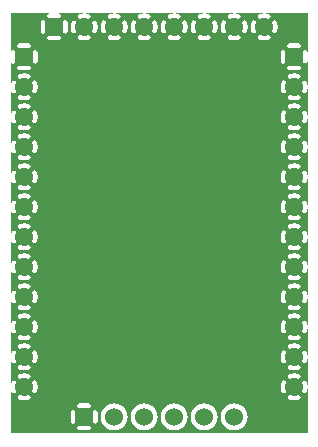
<source format=gbr>
G04 start of page 3 for group 1 idx 1 *
G04 Title: (unknown), solder *
G04 Creator: pcb 20100929 *
G04 CreationDate: Wed Oct  5 19:14:07 2011 UTC *
G04 For: user1 *
G04 Format: Gerber/RS-274X *
G04 PCB-Dimensions: 200000 300000 *
G04 PCB-Coordinate-Origin: lower left *
%MOIN*%
%FSLAX25Y25*%
%LNBACK*%
%ADD12C,0.0200*%
%ADD15C,0.0600*%
%ADD21C,0.0380*%
G54D12*G36*
X141500Y119000D02*X136999D01*
Y130000D01*
X137000D01*
X137431Y130021D01*
X137858Y130083D01*
X138278Y130186D01*
X138685Y130328D01*
X138790Y130382D01*
X138886Y130450D01*
X138970Y130532D01*
X139040Y130627D01*
X139094Y130731D01*
X139131Y130843D01*
X139151Y130959D01*
X139152Y131076D01*
X139134Y131193D01*
X139099Y131305D01*
X139046Y131410D01*
X138978Y131506D01*
X138896Y131590D01*
X138801Y131660D01*
X138697Y131714D01*
X138585Y131751D01*
X138469Y131771D01*
X138352Y131772D01*
X138235Y131754D01*
X138123Y131719D01*
X137852Y131624D01*
X137572Y131556D01*
X137287Y131514D01*
X137000Y131500D01*
X136999D01*
Y137500D01*
X137000D01*
X137287Y137487D01*
X137572Y137445D01*
X137852Y137377D01*
X138123Y137282D01*
X138235Y137246D01*
X138352Y137228D01*
X138470Y137229D01*
X138586Y137249D01*
X138697Y137286D01*
X138802Y137341D01*
X138897Y137411D01*
X138979Y137495D01*
X139047Y137591D01*
X139100Y137696D01*
X139135Y137808D01*
X139153Y137925D01*
X139152Y138043D01*
X139132Y138159D01*
X139095Y138270D01*
X139040Y138375D01*
X138970Y138470D01*
X138886Y138552D01*
X138790Y138620D01*
X138685Y138673D01*
X138278Y138815D01*
X137858Y138918D01*
X137431Y138980D01*
X137000Y139000D01*
X136999D01*
Y140000D01*
X137000D01*
X137431Y140021D01*
X137858Y140083D01*
X138278Y140186D01*
X138685Y140328D01*
X138790Y140382D01*
X138886Y140450D01*
X138970Y140532D01*
X139040Y140627D01*
X139094Y140731D01*
X139131Y140843D01*
X139151Y140959D01*
X139152Y141076D01*
X139134Y141193D01*
X139099Y141305D01*
X139046Y141410D01*
X138978Y141506D01*
X138896Y141590D01*
X138801Y141660D01*
X138697Y141714D01*
X138585Y141751D01*
X138469Y141771D01*
X138352Y141772D01*
X138235Y141754D01*
X138123Y141719D01*
X137852Y141624D01*
X137572Y141556D01*
X137287Y141514D01*
X137000Y141500D01*
X136999D01*
Y147500D01*
X137000D01*
X137287Y147487D01*
X137572Y147445D01*
X137852Y147377D01*
X138123Y147282D01*
X138235Y147246D01*
X138352Y147228D01*
X138470Y147229D01*
X138586Y147249D01*
X138697Y147286D01*
X138802Y147341D01*
X138897Y147411D01*
X138979Y147495D01*
X139047Y147591D01*
X139100Y147696D01*
X139135Y147808D01*
X139153Y147925D01*
X139152Y148043D01*
X139132Y148159D01*
X139095Y148270D01*
X139040Y148375D01*
X138970Y148470D01*
X138886Y148552D01*
X138790Y148620D01*
X138685Y148673D01*
X138278Y148815D01*
X137858Y148918D01*
X137431Y148980D01*
X137000Y149000D01*
X136999D01*
Y150000D01*
X137000D01*
X137431Y150021D01*
X137858Y150083D01*
X138278Y150186D01*
X138685Y150328D01*
X138790Y150382D01*
X138886Y150450D01*
X138970Y150532D01*
X139040Y150627D01*
X139094Y150731D01*
X139131Y150843D01*
X139151Y150959D01*
X139152Y151076D01*
X139134Y151193D01*
X139099Y151305D01*
X139046Y151410D01*
X138978Y151506D01*
X138896Y151590D01*
X138801Y151660D01*
X138697Y151714D01*
X138585Y151751D01*
X138469Y151771D01*
X138352Y151772D01*
X138235Y151754D01*
X138123Y151719D01*
X137852Y151624D01*
X137572Y151556D01*
X137287Y151514D01*
X137000Y151500D01*
X136999D01*
Y157500D01*
X137000D01*
X137287Y157487D01*
X137572Y157445D01*
X137852Y157377D01*
X138123Y157282D01*
X138235Y157246D01*
X138352Y157228D01*
X138470Y157229D01*
X138586Y157249D01*
X138697Y157286D01*
X138802Y157341D01*
X138897Y157411D01*
X138979Y157495D01*
X139047Y157591D01*
X139100Y157696D01*
X139135Y157808D01*
X139153Y157925D01*
X139152Y158043D01*
X139132Y158159D01*
X139095Y158270D01*
X139040Y158375D01*
X138970Y158470D01*
X138886Y158552D01*
X138790Y158620D01*
X138685Y158673D01*
X138278Y158815D01*
X137858Y158918D01*
X137431Y158980D01*
X137000Y159000D01*
X136999D01*
Y160000D01*
X137000D01*
X137431Y160021D01*
X137858Y160083D01*
X138278Y160186D01*
X138685Y160328D01*
X138790Y160382D01*
X138886Y160450D01*
X138970Y160532D01*
X139040Y160627D01*
X139094Y160731D01*
X139131Y160843D01*
X139151Y160959D01*
X139152Y161076D01*
X139134Y161193D01*
X139099Y161305D01*
X139046Y161410D01*
X138978Y161506D01*
X138896Y161590D01*
X138801Y161660D01*
X138697Y161714D01*
X138585Y161751D01*
X138469Y161771D01*
X138352Y161772D01*
X138235Y161754D01*
X138123Y161719D01*
X137852Y161624D01*
X137572Y161556D01*
X137287Y161514D01*
X137000Y161500D01*
X136999D01*
Y167500D01*
X137000D01*
X137287Y167487D01*
X137572Y167445D01*
X137852Y167377D01*
X138123Y167282D01*
X138235Y167246D01*
X138352Y167228D01*
X138470Y167229D01*
X138586Y167249D01*
X138697Y167286D01*
X138802Y167341D01*
X138897Y167411D01*
X138979Y167495D01*
X139047Y167591D01*
X139100Y167696D01*
X139135Y167808D01*
X139153Y167925D01*
X139152Y168043D01*
X139132Y168159D01*
X139095Y168270D01*
X139040Y168375D01*
X138970Y168470D01*
X138886Y168552D01*
X138790Y168620D01*
X138685Y168673D01*
X138278Y168815D01*
X137858Y168918D01*
X137431Y168980D01*
X137000Y169000D01*
X136999D01*
Y170000D01*
X137000D01*
X137431Y170021D01*
X137858Y170083D01*
X138278Y170186D01*
X138685Y170328D01*
X138790Y170382D01*
X138886Y170450D01*
X138970Y170532D01*
X139040Y170627D01*
X139094Y170731D01*
X139131Y170843D01*
X139151Y170959D01*
X139152Y171076D01*
X139134Y171193D01*
X139099Y171305D01*
X139046Y171410D01*
X138978Y171506D01*
X138896Y171590D01*
X138801Y171660D01*
X138697Y171714D01*
X138585Y171751D01*
X138469Y171771D01*
X138352Y171772D01*
X138235Y171754D01*
X138123Y171719D01*
X137852Y171624D01*
X137572Y171556D01*
X137287Y171514D01*
X137000Y171500D01*
X136999D01*
Y177500D01*
X137000D01*
X137287Y177487D01*
X137572Y177445D01*
X137852Y177377D01*
X138123Y177282D01*
X138235Y177246D01*
X138352Y177228D01*
X138470Y177229D01*
X138586Y177249D01*
X138697Y177286D01*
X138802Y177341D01*
X138897Y177411D01*
X138979Y177495D01*
X139047Y177591D01*
X139100Y177696D01*
X139135Y177808D01*
X139153Y177925D01*
X139152Y178043D01*
X139132Y178159D01*
X139095Y178270D01*
X139040Y178375D01*
X138970Y178470D01*
X138886Y178552D01*
X138790Y178620D01*
X138685Y178673D01*
X138278Y178815D01*
X137858Y178918D01*
X137431Y178980D01*
X137000Y179000D01*
X136999D01*
Y180000D01*
X137000D01*
X137431Y180021D01*
X137858Y180083D01*
X138278Y180186D01*
X138685Y180328D01*
X138790Y180382D01*
X138886Y180450D01*
X138970Y180532D01*
X139040Y180627D01*
X139094Y180731D01*
X139131Y180843D01*
X139151Y180959D01*
X139152Y181076D01*
X139134Y181193D01*
X139099Y181305D01*
X139046Y181410D01*
X138978Y181506D01*
X138896Y181590D01*
X138801Y181660D01*
X138697Y181714D01*
X138585Y181751D01*
X138469Y181771D01*
X138352Y181772D01*
X138235Y181754D01*
X138123Y181719D01*
X137852Y181624D01*
X137572Y181556D01*
X137287Y181514D01*
X137000Y181500D01*
X136999D01*
Y187500D01*
X137000D01*
X137287Y187487D01*
X137572Y187445D01*
X137852Y187377D01*
X138123Y187282D01*
X138235Y187246D01*
X138352Y187228D01*
X138470Y187229D01*
X138586Y187249D01*
X138697Y187286D01*
X138802Y187341D01*
X138897Y187411D01*
X138979Y187495D01*
X139047Y187591D01*
X139100Y187696D01*
X139135Y187808D01*
X139153Y187925D01*
X139152Y188043D01*
X139132Y188159D01*
X139095Y188270D01*
X139040Y188375D01*
X138970Y188470D01*
X138886Y188552D01*
X138790Y188620D01*
X138685Y188673D01*
X138278Y188815D01*
X137858Y188918D01*
X137431Y188980D01*
X137000Y189000D01*
X136999D01*
Y190000D01*
X137000D01*
X137431Y190021D01*
X137858Y190083D01*
X138278Y190186D01*
X138685Y190328D01*
X138790Y190382D01*
X138886Y190450D01*
X138970Y190532D01*
X139040Y190627D01*
X139094Y190731D01*
X139131Y190843D01*
X139151Y190959D01*
X139152Y191076D01*
X139134Y191193D01*
X139099Y191305D01*
X139046Y191410D01*
X138978Y191506D01*
X138896Y191590D01*
X138801Y191660D01*
X138697Y191714D01*
X138585Y191751D01*
X138469Y191771D01*
X138352Y191772D01*
X138235Y191754D01*
X138123Y191719D01*
X137852Y191624D01*
X137572Y191556D01*
X137287Y191514D01*
X137000Y191500D01*
X136999D01*
Y197500D01*
X137000D01*
X137287Y197487D01*
X137572Y197445D01*
X137852Y197377D01*
X138123Y197282D01*
X138235Y197246D01*
X138352Y197228D01*
X138470Y197229D01*
X138586Y197249D01*
X138697Y197286D01*
X138802Y197341D01*
X138897Y197411D01*
X138979Y197495D01*
X139047Y197591D01*
X139100Y197696D01*
X139135Y197808D01*
X139153Y197925D01*
X139152Y198043D01*
X139132Y198159D01*
X139095Y198270D01*
X139040Y198375D01*
X138970Y198470D01*
X138886Y198552D01*
X138790Y198620D01*
X138685Y198673D01*
X138278Y198815D01*
X137858Y198918D01*
X137431Y198980D01*
X137000Y199000D01*
X136999D01*
Y200000D01*
X137000D01*
X137431Y200021D01*
X137858Y200083D01*
X138278Y200186D01*
X138685Y200328D01*
X138790Y200382D01*
X138886Y200450D01*
X138970Y200532D01*
X139040Y200627D01*
X139094Y200731D01*
X139131Y200843D01*
X139151Y200959D01*
X139152Y201076D01*
X139134Y201193D01*
X139099Y201305D01*
X139046Y201410D01*
X138978Y201506D01*
X138896Y201590D01*
X138801Y201660D01*
X138697Y201714D01*
X138585Y201751D01*
X138469Y201771D01*
X138352Y201772D01*
X138235Y201754D01*
X138123Y201719D01*
X137852Y201624D01*
X137572Y201556D01*
X137287Y201514D01*
X137000Y201500D01*
X136999D01*
Y207500D01*
X137000D01*
X137287Y207487D01*
X137572Y207445D01*
X137852Y207377D01*
X138123Y207282D01*
X138235Y207246D01*
X138352Y207228D01*
X138470Y207229D01*
X138586Y207249D01*
X138697Y207286D01*
X138802Y207341D01*
X138897Y207411D01*
X138979Y207495D01*
X139047Y207591D01*
X139100Y207696D01*
X139135Y207808D01*
X139153Y207925D01*
X139152Y208043D01*
X139132Y208159D01*
X139095Y208270D01*
X139040Y208375D01*
X138970Y208470D01*
X138886Y208552D01*
X138790Y208620D01*
X138685Y208673D01*
X138278Y208815D01*
X137858Y208918D01*
X137431Y208980D01*
X137000Y209000D01*
X136999D01*
Y210000D01*
X137000D01*
X137431Y210021D01*
X137858Y210083D01*
X138278Y210186D01*
X138685Y210328D01*
X138790Y210382D01*
X138886Y210450D01*
X138970Y210532D01*
X139040Y210627D01*
X139094Y210731D01*
X139131Y210843D01*
X139151Y210959D01*
X139152Y211076D01*
X139134Y211193D01*
X139099Y211305D01*
X139046Y211410D01*
X138978Y211506D01*
X138896Y211590D01*
X138801Y211660D01*
X138697Y211714D01*
X138585Y211751D01*
X138469Y211771D01*
X138352Y211772D01*
X138235Y211754D01*
X138123Y211719D01*
X137852Y211624D01*
X137572Y211556D01*
X137287Y211514D01*
X137000Y211500D01*
X136999D01*
Y217500D01*
X137000D01*
X137287Y217487D01*
X137572Y217445D01*
X137852Y217377D01*
X138123Y217282D01*
X138235Y217246D01*
X138352Y217228D01*
X138470Y217229D01*
X138586Y217249D01*
X138697Y217286D01*
X138802Y217341D01*
X138897Y217411D01*
X138979Y217495D01*
X139047Y217591D01*
X139100Y217696D01*
X139135Y217808D01*
X139153Y217925D01*
X139152Y218043D01*
X139132Y218159D01*
X139095Y218270D01*
X139040Y218375D01*
X138970Y218470D01*
X138886Y218552D01*
X138790Y218620D01*
X138685Y218673D01*
X138278Y218815D01*
X137858Y218918D01*
X137431Y218980D01*
X137000Y219000D01*
X136999D01*
Y220000D01*
X137000D01*
X137431Y220021D01*
X137858Y220083D01*
X138278Y220186D01*
X138685Y220328D01*
X138790Y220382D01*
X138886Y220450D01*
X138970Y220532D01*
X139040Y220627D01*
X139094Y220731D01*
X139131Y220843D01*
X139151Y220959D01*
X139152Y221076D01*
X139134Y221193D01*
X139099Y221305D01*
X139046Y221410D01*
X138978Y221506D01*
X138896Y221590D01*
X138801Y221660D01*
X138697Y221714D01*
X138585Y221751D01*
X138469Y221771D01*
X138352Y221772D01*
X138235Y221754D01*
X138123Y221719D01*
X137852Y221624D01*
X137572Y221556D01*
X137287Y221514D01*
X137000Y221500D01*
X136999D01*
Y227500D01*
X137000D01*
X137287Y227487D01*
X137572Y227445D01*
X137852Y227377D01*
X138123Y227282D01*
X138235Y227246D01*
X138352Y227228D01*
X138470Y227229D01*
X138586Y227249D01*
X138697Y227286D01*
X138802Y227341D01*
X138897Y227411D01*
X138979Y227495D01*
X139047Y227591D01*
X139100Y227696D01*
X139135Y227808D01*
X139153Y227925D01*
X139152Y228043D01*
X139132Y228159D01*
X139095Y228270D01*
X139040Y228375D01*
X138970Y228470D01*
X138886Y228552D01*
X138790Y228620D01*
X138685Y228673D01*
X138278Y228815D01*
X137858Y228918D01*
X137431Y228980D01*
X137000Y229000D01*
X136999D01*
Y230000D01*
X137000D01*
X137431Y230021D01*
X137858Y230083D01*
X138278Y230186D01*
X138685Y230328D01*
X138790Y230382D01*
X138886Y230450D01*
X138970Y230532D01*
X139040Y230627D01*
X139094Y230731D01*
X139131Y230843D01*
X139151Y230959D01*
X139152Y231076D01*
X139134Y231193D01*
X139099Y231305D01*
X139046Y231410D01*
X138978Y231506D01*
X138896Y231590D01*
X138801Y231660D01*
X138697Y231714D01*
X138585Y231751D01*
X138469Y231771D01*
X138352Y231772D01*
X138235Y231754D01*
X138123Y231719D01*
X137852Y231624D01*
X137572Y231556D01*
X137287Y231514D01*
X137000Y231500D01*
X136999D01*
Y237500D01*
X137000D01*
X137287Y237487D01*
X137572Y237445D01*
X137852Y237377D01*
X138123Y237282D01*
X138235Y237246D01*
X138352Y237228D01*
X138470Y237229D01*
X138586Y237249D01*
X138697Y237286D01*
X138802Y237341D01*
X138897Y237411D01*
X138979Y237495D01*
X139047Y237591D01*
X139100Y237696D01*
X139135Y237808D01*
X139153Y237925D01*
X139152Y238043D01*
X139132Y238159D01*
X139095Y238270D01*
X139040Y238375D01*
X138970Y238470D01*
X138886Y238552D01*
X138790Y238620D01*
X138685Y238673D01*
X138278Y238815D01*
X137858Y238918D01*
X137431Y238980D01*
X137000Y239000D01*
X136999D01*
Y240000D01*
X138500D01*
X138617Y240009D01*
X138732Y240037D01*
X138840Y240082D01*
X138941Y240143D01*
X139030Y240220D01*
X139107Y240309D01*
X139168Y240410D01*
X139213Y240518D01*
X139241Y240633D01*
X139250Y240750D01*
X139241Y240867D01*
X139213Y240982D01*
X139168Y241090D01*
X139107Y241191D01*
X139030Y241280D01*
X138941Y241357D01*
X138840Y241418D01*
X138732Y241463D01*
X138617Y241491D01*
X138500Y241500D01*
X136999D01*
Y247500D01*
X138500D01*
X138617Y247509D01*
X138732Y247537D01*
X138840Y247582D01*
X138941Y247643D01*
X139030Y247720D01*
X139107Y247809D01*
X139168Y247910D01*
X139213Y248018D01*
X139241Y248133D01*
X139250Y248250D01*
X139241Y248367D01*
X139213Y248482D01*
X139168Y248590D01*
X139107Y248691D01*
X139030Y248780D01*
X138941Y248857D01*
X138840Y248918D01*
X138732Y248963D01*
X138617Y248991D01*
X138500Y249000D01*
X136999D01*
Y259000D01*
X141500D01*
Y246000D01*
X141491Y246117D01*
X141463Y246232D01*
X141418Y246340D01*
X141357Y246441D01*
X141280Y246530D01*
X141191Y246607D01*
X141090Y246668D01*
X140982Y246713D01*
X140867Y246741D01*
X140750Y246750D01*
X140633Y246741D01*
X140518Y246713D01*
X140410Y246668D01*
X140309Y246607D01*
X140220Y246530D01*
X140143Y246441D01*
X140082Y246340D01*
X140037Y246232D01*
X140009Y246117D01*
X140000Y246000D01*
Y243000D01*
X140009Y242883D01*
X140037Y242768D01*
X140082Y242660D01*
X140143Y242559D01*
X140220Y242470D01*
X140309Y242393D01*
X140410Y242332D01*
X140518Y242287D01*
X140633Y242259D01*
X140750Y242250D01*
X140867Y242259D01*
X140982Y242287D01*
X141090Y242332D01*
X141191Y242393D01*
X141280Y242470D01*
X141357Y242559D01*
X141418Y242660D01*
X141463Y242768D01*
X141491Y242883D01*
X141500Y243000D01*
Y234500D01*
X141479Y234932D01*
X141417Y235359D01*
X141314Y235779D01*
X141172Y236186D01*
X141118Y236291D01*
X141050Y236387D01*
X140968Y236471D01*
X140873Y236541D01*
X140769Y236595D01*
X140657Y236632D01*
X140541Y236652D01*
X140424Y236653D01*
X140307Y236635D01*
X140195Y236600D01*
X140090Y236547D01*
X139994Y236479D01*
X139910Y236397D01*
X139840Y236302D01*
X139786Y236198D01*
X139749Y236086D01*
X139729Y235970D01*
X139728Y235853D01*
X139746Y235736D01*
X139781Y235624D01*
X139876Y235353D01*
X139944Y235073D01*
X139986Y234788D01*
X140000Y234500D01*
X139986Y234213D01*
X139944Y233928D01*
X139876Y233648D01*
X139781Y233377D01*
X139745Y233265D01*
X139727Y233148D01*
X139728Y233030D01*
X139748Y232914D01*
X139785Y232803D01*
X139840Y232698D01*
X139910Y232603D01*
X139994Y232521D01*
X140090Y232453D01*
X140195Y232400D01*
X140307Y232365D01*
X140424Y232347D01*
X140542Y232348D01*
X140658Y232368D01*
X140769Y232405D01*
X140874Y232460D01*
X140969Y232530D01*
X141051Y232614D01*
X141119Y232710D01*
X141172Y232815D01*
X141314Y233222D01*
X141417Y233642D01*
X141479Y234069D01*
X141500Y234500D01*
Y224500D01*
X141479Y224932D01*
X141417Y225359D01*
X141314Y225779D01*
X141172Y226186D01*
X141118Y226291D01*
X141050Y226387D01*
X140968Y226471D01*
X140873Y226541D01*
X140769Y226595D01*
X140657Y226632D01*
X140541Y226652D01*
X140424Y226653D01*
X140307Y226635D01*
X140195Y226600D01*
X140090Y226547D01*
X139994Y226479D01*
X139910Y226397D01*
X139840Y226302D01*
X139786Y226198D01*
X139749Y226086D01*
X139729Y225970D01*
X139728Y225853D01*
X139746Y225736D01*
X139781Y225624D01*
X139876Y225353D01*
X139944Y225073D01*
X139986Y224788D01*
X140000Y224500D01*
X139986Y224213D01*
X139944Y223928D01*
X139876Y223648D01*
X139781Y223377D01*
X139745Y223265D01*
X139727Y223148D01*
X139728Y223030D01*
X139748Y222914D01*
X139785Y222803D01*
X139840Y222698D01*
X139910Y222603D01*
X139994Y222521D01*
X140090Y222453D01*
X140195Y222400D01*
X140307Y222365D01*
X140424Y222347D01*
X140542Y222348D01*
X140658Y222368D01*
X140769Y222405D01*
X140874Y222460D01*
X140969Y222530D01*
X141051Y222614D01*
X141119Y222710D01*
X141172Y222815D01*
X141314Y223222D01*
X141417Y223642D01*
X141479Y224069D01*
X141500Y224500D01*
Y214500D01*
X141479Y214932D01*
X141417Y215359D01*
X141314Y215779D01*
X141172Y216186D01*
X141118Y216291D01*
X141050Y216387D01*
X140968Y216471D01*
X140873Y216541D01*
X140769Y216595D01*
X140657Y216632D01*
X140541Y216652D01*
X140424Y216653D01*
X140307Y216635D01*
X140195Y216600D01*
X140090Y216547D01*
X139994Y216479D01*
X139910Y216397D01*
X139840Y216302D01*
X139786Y216198D01*
X139749Y216086D01*
X139729Y215970D01*
X139728Y215853D01*
X139746Y215736D01*
X139781Y215624D01*
X139876Y215353D01*
X139944Y215073D01*
X139986Y214788D01*
X140000Y214500D01*
X139986Y214213D01*
X139944Y213928D01*
X139876Y213648D01*
X139781Y213377D01*
X139745Y213265D01*
X139727Y213148D01*
X139728Y213030D01*
X139748Y212914D01*
X139785Y212803D01*
X139840Y212698D01*
X139910Y212603D01*
X139994Y212521D01*
X140090Y212453D01*
X140195Y212400D01*
X140307Y212365D01*
X140424Y212347D01*
X140542Y212348D01*
X140658Y212368D01*
X140769Y212405D01*
X140874Y212460D01*
X140969Y212530D01*
X141051Y212614D01*
X141119Y212710D01*
X141172Y212815D01*
X141314Y213222D01*
X141417Y213642D01*
X141479Y214069D01*
X141500Y214500D01*
Y204500D01*
X141479Y204932D01*
X141417Y205359D01*
X141314Y205779D01*
X141172Y206186D01*
X141118Y206291D01*
X141050Y206387D01*
X140968Y206471D01*
X140873Y206541D01*
X140769Y206595D01*
X140657Y206632D01*
X140541Y206652D01*
X140424Y206653D01*
X140307Y206635D01*
X140195Y206600D01*
X140090Y206547D01*
X139994Y206479D01*
X139910Y206397D01*
X139840Y206302D01*
X139786Y206198D01*
X139749Y206086D01*
X139729Y205970D01*
X139728Y205853D01*
X139746Y205736D01*
X139781Y205624D01*
X139876Y205353D01*
X139944Y205073D01*
X139986Y204788D01*
X140000Y204500D01*
X139986Y204213D01*
X139944Y203928D01*
X139876Y203648D01*
X139781Y203377D01*
X139745Y203265D01*
X139727Y203148D01*
X139728Y203030D01*
X139748Y202914D01*
X139785Y202803D01*
X139840Y202698D01*
X139910Y202603D01*
X139994Y202521D01*
X140090Y202453D01*
X140195Y202400D01*
X140307Y202365D01*
X140424Y202347D01*
X140542Y202348D01*
X140658Y202368D01*
X140769Y202405D01*
X140874Y202460D01*
X140969Y202530D01*
X141051Y202614D01*
X141119Y202710D01*
X141172Y202815D01*
X141314Y203222D01*
X141417Y203642D01*
X141479Y204069D01*
X141500Y204500D01*
Y194500D01*
X141479Y194932D01*
X141417Y195359D01*
X141314Y195779D01*
X141172Y196186D01*
X141118Y196291D01*
X141050Y196387D01*
X140968Y196471D01*
X140873Y196541D01*
X140769Y196595D01*
X140657Y196632D01*
X140541Y196652D01*
X140424Y196653D01*
X140307Y196635D01*
X140195Y196600D01*
X140090Y196547D01*
X139994Y196479D01*
X139910Y196397D01*
X139840Y196302D01*
X139786Y196198D01*
X139749Y196086D01*
X139729Y195970D01*
X139728Y195853D01*
X139746Y195736D01*
X139781Y195624D01*
X139876Y195353D01*
X139944Y195073D01*
X139986Y194788D01*
X140000Y194500D01*
X139986Y194213D01*
X139944Y193928D01*
X139876Y193648D01*
X139781Y193377D01*
X139745Y193265D01*
X139727Y193148D01*
X139728Y193030D01*
X139748Y192914D01*
X139785Y192803D01*
X139840Y192698D01*
X139910Y192603D01*
X139994Y192521D01*
X140090Y192453D01*
X140195Y192400D01*
X140307Y192365D01*
X140424Y192347D01*
X140542Y192348D01*
X140658Y192368D01*
X140769Y192405D01*
X140874Y192460D01*
X140969Y192530D01*
X141051Y192614D01*
X141119Y192710D01*
X141172Y192815D01*
X141314Y193222D01*
X141417Y193642D01*
X141479Y194069D01*
X141500Y194500D01*
Y184500D01*
X141479Y184932D01*
X141417Y185359D01*
X141314Y185779D01*
X141172Y186186D01*
X141118Y186291D01*
X141050Y186387D01*
X140968Y186471D01*
X140873Y186541D01*
X140769Y186595D01*
X140657Y186632D01*
X140541Y186652D01*
X140424Y186653D01*
X140307Y186635D01*
X140195Y186600D01*
X140090Y186547D01*
X139994Y186479D01*
X139910Y186397D01*
X139840Y186302D01*
X139786Y186198D01*
X139749Y186086D01*
X139729Y185970D01*
X139728Y185853D01*
X139746Y185736D01*
X139781Y185624D01*
X139876Y185353D01*
X139944Y185073D01*
X139986Y184788D01*
X140000Y184500D01*
X139986Y184213D01*
X139944Y183928D01*
X139876Y183648D01*
X139781Y183377D01*
X139745Y183265D01*
X139727Y183148D01*
X139728Y183030D01*
X139748Y182914D01*
X139785Y182803D01*
X139840Y182698D01*
X139910Y182603D01*
X139994Y182521D01*
X140090Y182453D01*
X140195Y182400D01*
X140307Y182365D01*
X140424Y182347D01*
X140542Y182348D01*
X140658Y182368D01*
X140769Y182405D01*
X140874Y182460D01*
X140969Y182530D01*
X141051Y182614D01*
X141119Y182710D01*
X141172Y182815D01*
X141314Y183222D01*
X141417Y183642D01*
X141479Y184069D01*
X141500Y184500D01*
Y174500D01*
X141479Y174932D01*
X141417Y175359D01*
X141314Y175779D01*
X141172Y176186D01*
X141118Y176291D01*
X141050Y176387D01*
X140968Y176471D01*
X140873Y176541D01*
X140769Y176595D01*
X140657Y176632D01*
X140541Y176652D01*
X140424Y176653D01*
X140307Y176635D01*
X140195Y176600D01*
X140090Y176547D01*
X139994Y176479D01*
X139910Y176397D01*
X139840Y176302D01*
X139786Y176198D01*
X139749Y176086D01*
X139729Y175970D01*
X139728Y175853D01*
X139746Y175736D01*
X139781Y175624D01*
X139876Y175353D01*
X139944Y175073D01*
X139986Y174788D01*
X140000Y174500D01*
X139986Y174213D01*
X139944Y173928D01*
X139876Y173648D01*
X139781Y173377D01*
X139745Y173265D01*
X139727Y173148D01*
X139728Y173030D01*
X139748Y172914D01*
X139785Y172803D01*
X139840Y172698D01*
X139910Y172603D01*
X139994Y172521D01*
X140090Y172453D01*
X140195Y172400D01*
X140307Y172365D01*
X140424Y172347D01*
X140542Y172348D01*
X140658Y172368D01*
X140769Y172405D01*
X140874Y172460D01*
X140969Y172530D01*
X141051Y172614D01*
X141119Y172710D01*
X141172Y172815D01*
X141314Y173222D01*
X141417Y173642D01*
X141479Y174069D01*
X141500Y174500D01*
Y164500D01*
X141479Y164932D01*
X141417Y165359D01*
X141314Y165779D01*
X141172Y166186D01*
X141118Y166291D01*
X141050Y166387D01*
X140968Y166471D01*
X140873Y166541D01*
X140769Y166595D01*
X140657Y166632D01*
X140541Y166652D01*
X140424Y166653D01*
X140307Y166635D01*
X140195Y166600D01*
X140090Y166547D01*
X139994Y166479D01*
X139910Y166397D01*
X139840Y166302D01*
X139786Y166198D01*
X139749Y166086D01*
X139729Y165970D01*
X139728Y165853D01*
X139746Y165736D01*
X139781Y165624D01*
X139876Y165353D01*
X139944Y165073D01*
X139986Y164788D01*
X140000Y164500D01*
X139986Y164213D01*
X139944Y163928D01*
X139876Y163648D01*
X139781Y163377D01*
X139745Y163265D01*
X139727Y163148D01*
X139728Y163030D01*
X139748Y162914D01*
X139785Y162803D01*
X139840Y162698D01*
X139910Y162603D01*
X139994Y162521D01*
X140090Y162453D01*
X140195Y162400D01*
X140307Y162365D01*
X140424Y162347D01*
X140542Y162348D01*
X140658Y162368D01*
X140769Y162405D01*
X140874Y162460D01*
X140969Y162530D01*
X141051Y162614D01*
X141119Y162710D01*
X141172Y162815D01*
X141314Y163222D01*
X141417Y163642D01*
X141479Y164069D01*
X141500Y164500D01*
Y154500D01*
X141479Y154932D01*
X141417Y155359D01*
X141314Y155779D01*
X141172Y156186D01*
X141118Y156291D01*
X141050Y156387D01*
X140968Y156471D01*
X140873Y156541D01*
X140769Y156595D01*
X140657Y156632D01*
X140541Y156652D01*
X140424Y156653D01*
X140307Y156635D01*
X140195Y156600D01*
X140090Y156547D01*
X139994Y156479D01*
X139910Y156397D01*
X139840Y156302D01*
X139786Y156198D01*
X139749Y156086D01*
X139729Y155970D01*
X139728Y155853D01*
X139746Y155736D01*
X139781Y155624D01*
X139876Y155353D01*
X139944Y155073D01*
X139986Y154788D01*
X140000Y154500D01*
X139986Y154213D01*
X139944Y153928D01*
X139876Y153648D01*
X139781Y153377D01*
X139745Y153265D01*
X139727Y153148D01*
X139728Y153030D01*
X139748Y152914D01*
X139785Y152803D01*
X139840Y152698D01*
X139910Y152603D01*
X139994Y152521D01*
X140090Y152453D01*
X140195Y152400D01*
X140307Y152365D01*
X140424Y152347D01*
X140542Y152348D01*
X140658Y152368D01*
X140769Y152405D01*
X140874Y152460D01*
X140969Y152530D01*
X141051Y152614D01*
X141119Y152710D01*
X141172Y152815D01*
X141314Y153222D01*
X141417Y153642D01*
X141479Y154069D01*
X141500Y154500D01*
Y144500D01*
X141479Y144932D01*
X141417Y145359D01*
X141314Y145779D01*
X141172Y146186D01*
X141118Y146291D01*
X141050Y146387D01*
X140968Y146471D01*
X140873Y146541D01*
X140769Y146595D01*
X140657Y146632D01*
X140541Y146652D01*
X140424Y146653D01*
X140307Y146635D01*
X140195Y146600D01*
X140090Y146547D01*
X139994Y146479D01*
X139910Y146397D01*
X139840Y146302D01*
X139786Y146198D01*
X139749Y146086D01*
X139729Y145970D01*
X139728Y145853D01*
X139746Y145736D01*
X139781Y145624D01*
X139876Y145353D01*
X139944Y145073D01*
X139986Y144788D01*
X140000Y144500D01*
X139986Y144213D01*
X139944Y143928D01*
X139876Y143648D01*
X139781Y143377D01*
X139745Y143265D01*
X139727Y143148D01*
X139728Y143030D01*
X139748Y142914D01*
X139785Y142803D01*
X139840Y142698D01*
X139910Y142603D01*
X139994Y142521D01*
X140090Y142453D01*
X140195Y142400D01*
X140307Y142365D01*
X140424Y142347D01*
X140542Y142348D01*
X140658Y142368D01*
X140769Y142405D01*
X140874Y142460D01*
X140969Y142530D01*
X141051Y142614D01*
X141119Y142710D01*
X141172Y142815D01*
X141314Y143222D01*
X141417Y143642D01*
X141479Y144069D01*
X141500Y144500D01*
Y134500D01*
X141479Y134932D01*
X141417Y135359D01*
X141314Y135779D01*
X141172Y136186D01*
X141118Y136291D01*
X141050Y136387D01*
X140968Y136471D01*
X140873Y136541D01*
X140769Y136595D01*
X140657Y136632D01*
X140541Y136652D01*
X140424Y136653D01*
X140307Y136635D01*
X140195Y136600D01*
X140090Y136547D01*
X139994Y136479D01*
X139910Y136397D01*
X139840Y136302D01*
X139786Y136198D01*
X139749Y136086D01*
X139729Y135970D01*
X139728Y135853D01*
X139746Y135736D01*
X139781Y135624D01*
X139876Y135353D01*
X139944Y135073D01*
X139986Y134788D01*
X140000Y134500D01*
X139986Y134213D01*
X139944Y133928D01*
X139876Y133648D01*
X139781Y133377D01*
X139745Y133265D01*
X139727Y133148D01*
X139728Y133030D01*
X139748Y132914D01*
X139785Y132803D01*
X139840Y132698D01*
X139910Y132603D01*
X139994Y132521D01*
X140090Y132453D01*
X140195Y132400D01*
X140307Y132365D01*
X140424Y132347D01*
X140542Y132348D01*
X140658Y132368D01*
X140769Y132405D01*
X140874Y132460D01*
X140969Y132530D01*
X141051Y132614D01*
X141119Y132710D01*
X141172Y132815D01*
X141314Y133222D01*
X141417Y133642D01*
X141479Y134069D01*
X141500Y134500D01*
Y119000D01*
G37*
G36*
X136999D02*X133386D01*
Y132361D01*
X133458Y132349D01*
X133575Y132348D01*
X133692Y132366D01*
X133804Y132401D01*
X133909Y132454D01*
X134005Y132522D01*
X134089Y132604D01*
X134159Y132699D01*
X134213Y132803D01*
X134250Y132915D01*
X134270Y133031D01*
X134271Y133148D01*
X134253Y133265D01*
X134218Y133377D01*
X134123Y133648D01*
X134055Y133928D01*
X134013Y134213D01*
X134000Y134500D01*
X134013Y134788D01*
X134055Y135073D01*
X134123Y135353D01*
X134218Y135624D01*
X134254Y135736D01*
X134272Y135853D01*
X134271Y135971D01*
X134251Y136087D01*
X134214Y136198D01*
X134159Y136303D01*
X134089Y136398D01*
X134005Y136480D01*
X133909Y136548D01*
X133804Y136601D01*
X133692Y136636D01*
X133575Y136654D01*
X133457Y136653D01*
X133386Y136641D01*
Y142361D01*
X133458Y142349D01*
X133575Y142348D01*
X133692Y142366D01*
X133804Y142401D01*
X133909Y142454D01*
X134005Y142522D01*
X134089Y142604D01*
X134159Y142699D01*
X134213Y142803D01*
X134250Y142915D01*
X134270Y143031D01*
X134271Y143148D01*
X134253Y143265D01*
X134218Y143377D01*
X134123Y143648D01*
X134055Y143928D01*
X134013Y144213D01*
X134000Y144500D01*
X134013Y144788D01*
X134055Y145073D01*
X134123Y145353D01*
X134218Y145624D01*
X134254Y145736D01*
X134272Y145853D01*
X134271Y145971D01*
X134251Y146087D01*
X134214Y146198D01*
X134159Y146303D01*
X134089Y146398D01*
X134005Y146480D01*
X133909Y146548D01*
X133804Y146601D01*
X133692Y146636D01*
X133575Y146654D01*
X133457Y146653D01*
X133386Y146641D01*
Y152361D01*
X133458Y152349D01*
X133575Y152348D01*
X133692Y152366D01*
X133804Y152401D01*
X133909Y152454D01*
X134005Y152522D01*
X134089Y152604D01*
X134159Y152699D01*
X134213Y152803D01*
X134250Y152915D01*
X134270Y153031D01*
X134271Y153148D01*
X134253Y153265D01*
X134218Y153377D01*
X134123Y153648D01*
X134055Y153928D01*
X134013Y154213D01*
X134000Y154500D01*
X134013Y154788D01*
X134055Y155073D01*
X134123Y155353D01*
X134218Y155624D01*
X134254Y155736D01*
X134272Y155853D01*
X134271Y155971D01*
X134251Y156087D01*
X134214Y156198D01*
X134159Y156303D01*
X134089Y156398D01*
X134005Y156480D01*
X133909Y156548D01*
X133804Y156601D01*
X133692Y156636D01*
X133575Y156654D01*
X133457Y156653D01*
X133386Y156641D01*
Y162361D01*
X133458Y162349D01*
X133575Y162348D01*
X133692Y162366D01*
X133804Y162401D01*
X133909Y162454D01*
X134005Y162522D01*
X134089Y162604D01*
X134159Y162699D01*
X134213Y162803D01*
X134250Y162915D01*
X134270Y163031D01*
X134271Y163148D01*
X134253Y163265D01*
X134218Y163377D01*
X134123Y163648D01*
X134055Y163928D01*
X134013Y164213D01*
X134000Y164500D01*
X134013Y164788D01*
X134055Y165073D01*
X134123Y165353D01*
X134218Y165624D01*
X134254Y165736D01*
X134272Y165853D01*
X134271Y165971D01*
X134251Y166087D01*
X134214Y166198D01*
X134159Y166303D01*
X134089Y166398D01*
X134005Y166480D01*
X133909Y166548D01*
X133804Y166601D01*
X133692Y166636D01*
X133575Y166654D01*
X133457Y166653D01*
X133386Y166641D01*
Y172361D01*
X133458Y172349D01*
X133575Y172348D01*
X133692Y172366D01*
X133804Y172401D01*
X133909Y172454D01*
X134005Y172522D01*
X134089Y172604D01*
X134159Y172699D01*
X134213Y172803D01*
X134250Y172915D01*
X134270Y173031D01*
X134271Y173148D01*
X134253Y173265D01*
X134218Y173377D01*
X134123Y173648D01*
X134055Y173928D01*
X134013Y174213D01*
X134000Y174500D01*
X134013Y174788D01*
X134055Y175073D01*
X134123Y175353D01*
X134218Y175624D01*
X134254Y175736D01*
X134272Y175853D01*
X134271Y175971D01*
X134251Y176087D01*
X134214Y176198D01*
X134159Y176303D01*
X134089Y176398D01*
X134005Y176480D01*
X133909Y176548D01*
X133804Y176601D01*
X133692Y176636D01*
X133575Y176654D01*
X133457Y176653D01*
X133386Y176641D01*
Y182361D01*
X133458Y182349D01*
X133575Y182348D01*
X133692Y182366D01*
X133804Y182401D01*
X133909Y182454D01*
X134005Y182522D01*
X134089Y182604D01*
X134159Y182699D01*
X134213Y182803D01*
X134250Y182915D01*
X134270Y183031D01*
X134271Y183148D01*
X134253Y183265D01*
X134218Y183377D01*
X134123Y183648D01*
X134055Y183928D01*
X134013Y184213D01*
X134000Y184500D01*
X134013Y184788D01*
X134055Y185073D01*
X134123Y185353D01*
X134218Y185624D01*
X134254Y185736D01*
X134272Y185853D01*
X134271Y185971D01*
X134251Y186087D01*
X134214Y186198D01*
X134159Y186303D01*
X134089Y186398D01*
X134005Y186480D01*
X133909Y186548D01*
X133804Y186601D01*
X133692Y186636D01*
X133575Y186654D01*
X133457Y186653D01*
X133386Y186641D01*
Y192361D01*
X133458Y192349D01*
X133575Y192348D01*
X133692Y192366D01*
X133804Y192401D01*
X133909Y192454D01*
X134005Y192522D01*
X134089Y192604D01*
X134159Y192699D01*
X134213Y192803D01*
X134250Y192915D01*
X134270Y193031D01*
X134271Y193148D01*
X134253Y193265D01*
X134218Y193377D01*
X134123Y193648D01*
X134055Y193928D01*
X134013Y194213D01*
X134000Y194500D01*
X134013Y194788D01*
X134055Y195073D01*
X134123Y195353D01*
X134218Y195624D01*
X134254Y195736D01*
X134272Y195853D01*
X134271Y195971D01*
X134251Y196087D01*
X134214Y196198D01*
X134159Y196303D01*
X134089Y196398D01*
X134005Y196480D01*
X133909Y196548D01*
X133804Y196601D01*
X133692Y196636D01*
X133575Y196654D01*
X133457Y196653D01*
X133386Y196641D01*
Y202361D01*
X133458Y202349D01*
X133575Y202348D01*
X133692Y202366D01*
X133804Y202401D01*
X133909Y202454D01*
X134005Y202522D01*
X134089Y202604D01*
X134159Y202699D01*
X134213Y202803D01*
X134250Y202915D01*
X134270Y203031D01*
X134271Y203148D01*
X134253Y203265D01*
X134218Y203377D01*
X134123Y203648D01*
X134055Y203928D01*
X134013Y204213D01*
X134000Y204500D01*
X134013Y204788D01*
X134055Y205073D01*
X134123Y205353D01*
X134218Y205624D01*
X134254Y205736D01*
X134272Y205853D01*
X134271Y205971D01*
X134251Y206087D01*
X134214Y206198D01*
X134159Y206303D01*
X134089Y206398D01*
X134005Y206480D01*
X133909Y206548D01*
X133804Y206601D01*
X133692Y206636D01*
X133575Y206654D01*
X133457Y206653D01*
X133386Y206641D01*
Y212361D01*
X133458Y212349D01*
X133575Y212348D01*
X133692Y212366D01*
X133804Y212401D01*
X133909Y212454D01*
X134005Y212522D01*
X134089Y212604D01*
X134159Y212699D01*
X134213Y212803D01*
X134250Y212915D01*
X134270Y213031D01*
X134271Y213148D01*
X134253Y213265D01*
X134218Y213377D01*
X134123Y213648D01*
X134055Y213928D01*
X134013Y214213D01*
X134000Y214500D01*
X134013Y214788D01*
X134055Y215073D01*
X134123Y215353D01*
X134218Y215624D01*
X134254Y215736D01*
X134272Y215853D01*
X134271Y215971D01*
X134251Y216087D01*
X134214Y216198D01*
X134159Y216303D01*
X134089Y216398D01*
X134005Y216480D01*
X133909Y216548D01*
X133804Y216601D01*
X133692Y216636D01*
X133575Y216654D01*
X133457Y216653D01*
X133386Y216641D01*
Y222361D01*
X133458Y222349D01*
X133575Y222348D01*
X133692Y222366D01*
X133804Y222401D01*
X133909Y222454D01*
X134005Y222522D01*
X134089Y222604D01*
X134159Y222699D01*
X134213Y222803D01*
X134250Y222915D01*
X134270Y223031D01*
X134271Y223148D01*
X134253Y223265D01*
X134218Y223377D01*
X134123Y223648D01*
X134055Y223928D01*
X134013Y224213D01*
X134000Y224500D01*
X134013Y224788D01*
X134055Y225073D01*
X134123Y225353D01*
X134218Y225624D01*
X134254Y225736D01*
X134272Y225853D01*
X134271Y225971D01*
X134251Y226087D01*
X134214Y226198D01*
X134159Y226303D01*
X134089Y226398D01*
X134005Y226480D01*
X133909Y226548D01*
X133804Y226601D01*
X133692Y226636D01*
X133575Y226654D01*
X133457Y226653D01*
X133386Y226641D01*
Y232361D01*
X133458Y232349D01*
X133575Y232348D01*
X133692Y232366D01*
X133804Y232401D01*
X133909Y232454D01*
X134005Y232522D01*
X134089Y232604D01*
X134159Y232699D01*
X134213Y232803D01*
X134250Y232915D01*
X134270Y233031D01*
X134271Y233148D01*
X134253Y233265D01*
X134218Y233377D01*
X134123Y233648D01*
X134055Y233928D01*
X134013Y234213D01*
X134000Y234500D01*
X134013Y234788D01*
X134055Y235073D01*
X134123Y235353D01*
X134218Y235624D01*
X134254Y235736D01*
X134272Y235853D01*
X134271Y235971D01*
X134251Y236087D01*
X134214Y236198D01*
X134159Y236303D01*
X134089Y236398D01*
X134005Y236480D01*
X133909Y236548D01*
X133804Y236601D01*
X133692Y236636D01*
X133575Y236654D01*
X133457Y236653D01*
X133386Y236641D01*
Y242264D01*
X133482Y242287D01*
X133590Y242332D01*
X133691Y242393D01*
X133780Y242470D01*
X133857Y242559D01*
X133918Y242660D01*
X133963Y242768D01*
X133991Y242883D01*
X134000Y243000D01*
Y246000D01*
X133991Y246117D01*
X133963Y246232D01*
X133918Y246340D01*
X133857Y246441D01*
X133780Y246530D01*
X133691Y246607D01*
X133590Y246668D01*
X133482Y246713D01*
X133386Y246736D01*
Y259000D01*
X136999D01*
Y249000D01*
X135500D01*
X135383Y248991D01*
X135268Y248963D01*
X135160Y248918D01*
X135059Y248857D01*
X134970Y248780D01*
X134893Y248691D01*
X134832Y248590D01*
X134787Y248482D01*
X134759Y248367D01*
X134750Y248250D01*
X134759Y248133D01*
X134787Y248018D01*
X134832Y247910D01*
X134893Y247809D01*
X134970Y247720D01*
X135059Y247643D01*
X135160Y247582D01*
X135268Y247537D01*
X135383Y247509D01*
X135500Y247500D01*
X136999D01*
Y241500D01*
X135500D01*
X135383Y241491D01*
X135268Y241463D01*
X135160Y241418D01*
X135059Y241357D01*
X134970Y241280D01*
X134893Y241191D01*
X134832Y241090D01*
X134787Y240982D01*
X134759Y240867D01*
X134750Y240750D01*
X134759Y240633D01*
X134787Y240518D01*
X134832Y240410D01*
X134893Y240309D01*
X134970Y240220D01*
X135059Y240143D01*
X135160Y240082D01*
X135268Y240037D01*
X135383Y240009D01*
X135500Y240000D01*
X136999D01*
Y239000D01*
X136568Y238980D01*
X136141Y238918D01*
X135721Y238815D01*
X135314Y238673D01*
X135209Y238619D01*
X135113Y238551D01*
X135029Y238469D01*
X134959Y238374D01*
X134905Y238270D01*
X134868Y238158D01*
X134848Y238042D01*
X134847Y237925D01*
X134865Y237808D01*
X134900Y237696D01*
X134953Y237591D01*
X135021Y237495D01*
X135103Y237411D01*
X135198Y237341D01*
X135302Y237287D01*
X135414Y237250D01*
X135530Y237230D01*
X135647Y237229D01*
X135764Y237247D01*
X135876Y237282D01*
X136147Y237377D01*
X136427Y237445D01*
X136712Y237487D01*
X136999Y237500D01*
Y231500D01*
X136712Y231514D01*
X136427Y231556D01*
X136147Y231624D01*
X135876Y231719D01*
X135764Y231755D01*
X135647Y231773D01*
X135529Y231772D01*
X135413Y231752D01*
X135302Y231715D01*
X135197Y231660D01*
X135102Y231590D01*
X135020Y231506D01*
X134952Y231410D01*
X134899Y231305D01*
X134864Y231193D01*
X134846Y231076D01*
X134847Y230958D01*
X134867Y230842D01*
X134904Y230731D01*
X134959Y230626D01*
X135029Y230531D01*
X135113Y230449D01*
X135209Y230381D01*
X135314Y230328D01*
X135721Y230186D01*
X136141Y230083D01*
X136568Y230021D01*
X136999Y230000D01*
Y229000D01*
X136568Y228980D01*
X136141Y228918D01*
X135721Y228815D01*
X135314Y228673D01*
X135209Y228619D01*
X135113Y228551D01*
X135029Y228469D01*
X134959Y228374D01*
X134905Y228270D01*
X134868Y228158D01*
X134848Y228042D01*
X134847Y227925D01*
X134865Y227808D01*
X134900Y227696D01*
X134953Y227591D01*
X135021Y227495D01*
X135103Y227411D01*
X135198Y227341D01*
X135302Y227287D01*
X135414Y227250D01*
X135530Y227230D01*
X135647Y227229D01*
X135764Y227247D01*
X135876Y227282D01*
X136147Y227377D01*
X136427Y227445D01*
X136712Y227487D01*
X136999Y227500D01*
Y221500D01*
X136712Y221514D01*
X136427Y221556D01*
X136147Y221624D01*
X135876Y221719D01*
X135764Y221755D01*
X135647Y221773D01*
X135529Y221772D01*
X135413Y221752D01*
X135302Y221715D01*
X135197Y221660D01*
X135102Y221590D01*
X135020Y221506D01*
X134952Y221410D01*
X134899Y221305D01*
X134864Y221193D01*
X134846Y221076D01*
X134847Y220958D01*
X134867Y220842D01*
X134904Y220731D01*
X134959Y220626D01*
X135029Y220531D01*
X135113Y220449D01*
X135209Y220381D01*
X135314Y220328D01*
X135721Y220186D01*
X136141Y220083D01*
X136568Y220021D01*
X136999Y220000D01*
Y219000D01*
X136568Y218980D01*
X136141Y218918D01*
X135721Y218815D01*
X135314Y218673D01*
X135209Y218619D01*
X135113Y218551D01*
X135029Y218469D01*
X134959Y218374D01*
X134905Y218270D01*
X134868Y218158D01*
X134848Y218042D01*
X134847Y217925D01*
X134865Y217808D01*
X134900Y217696D01*
X134953Y217591D01*
X135021Y217495D01*
X135103Y217411D01*
X135198Y217341D01*
X135302Y217287D01*
X135414Y217250D01*
X135530Y217230D01*
X135647Y217229D01*
X135764Y217247D01*
X135876Y217282D01*
X136147Y217377D01*
X136427Y217445D01*
X136712Y217487D01*
X136999Y217500D01*
Y211500D01*
X136712Y211514D01*
X136427Y211556D01*
X136147Y211624D01*
X135876Y211719D01*
X135764Y211755D01*
X135647Y211773D01*
X135529Y211772D01*
X135413Y211752D01*
X135302Y211715D01*
X135197Y211660D01*
X135102Y211590D01*
X135020Y211506D01*
X134952Y211410D01*
X134899Y211305D01*
X134864Y211193D01*
X134846Y211076D01*
X134847Y210958D01*
X134867Y210842D01*
X134904Y210731D01*
X134959Y210626D01*
X135029Y210531D01*
X135113Y210449D01*
X135209Y210381D01*
X135314Y210328D01*
X135721Y210186D01*
X136141Y210083D01*
X136568Y210021D01*
X136999Y210000D01*
Y209000D01*
X136568Y208980D01*
X136141Y208918D01*
X135721Y208815D01*
X135314Y208673D01*
X135209Y208619D01*
X135113Y208551D01*
X135029Y208469D01*
X134959Y208374D01*
X134905Y208270D01*
X134868Y208158D01*
X134848Y208042D01*
X134847Y207925D01*
X134865Y207808D01*
X134900Y207696D01*
X134953Y207591D01*
X135021Y207495D01*
X135103Y207411D01*
X135198Y207341D01*
X135302Y207287D01*
X135414Y207250D01*
X135530Y207230D01*
X135647Y207229D01*
X135764Y207247D01*
X135876Y207282D01*
X136147Y207377D01*
X136427Y207445D01*
X136712Y207487D01*
X136999Y207500D01*
Y201500D01*
X136712Y201514D01*
X136427Y201556D01*
X136147Y201624D01*
X135876Y201719D01*
X135764Y201755D01*
X135647Y201773D01*
X135529Y201772D01*
X135413Y201752D01*
X135302Y201715D01*
X135197Y201660D01*
X135102Y201590D01*
X135020Y201506D01*
X134952Y201410D01*
X134899Y201305D01*
X134864Y201193D01*
X134846Y201076D01*
X134847Y200958D01*
X134867Y200842D01*
X134904Y200731D01*
X134959Y200626D01*
X135029Y200531D01*
X135113Y200449D01*
X135209Y200381D01*
X135314Y200328D01*
X135721Y200186D01*
X136141Y200083D01*
X136568Y200021D01*
X136999Y200000D01*
Y199000D01*
X136568Y198980D01*
X136141Y198918D01*
X135721Y198815D01*
X135314Y198673D01*
X135209Y198619D01*
X135113Y198551D01*
X135029Y198469D01*
X134959Y198374D01*
X134905Y198270D01*
X134868Y198158D01*
X134848Y198042D01*
X134847Y197925D01*
X134865Y197808D01*
X134900Y197696D01*
X134953Y197591D01*
X135021Y197495D01*
X135103Y197411D01*
X135198Y197341D01*
X135302Y197287D01*
X135414Y197250D01*
X135530Y197230D01*
X135647Y197229D01*
X135764Y197247D01*
X135876Y197282D01*
X136147Y197377D01*
X136427Y197445D01*
X136712Y197487D01*
X136999Y197500D01*
Y191500D01*
X136712Y191514D01*
X136427Y191556D01*
X136147Y191624D01*
X135876Y191719D01*
X135764Y191755D01*
X135647Y191773D01*
X135529Y191772D01*
X135413Y191752D01*
X135302Y191715D01*
X135197Y191660D01*
X135102Y191590D01*
X135020Y191506D01*
X134952Y191410D01*
X134899Y191305D01*
X134864Y191193D01*
X134846Y191076D01*
X134847Y190958D01*
X134867Y190842D01*
X134904Y190731D01*
X134959Y190626D01*
X135029Y190531D01*
X135113Y190449D01*
X135209Y190381D01*
X135314Y190328D01*
X135721Y190186D01*
X136141Y190083D01*
X136568Y190021D01*
X136999Y190000D01*
Y189000D01*
X136568Y188980D01*
X136141Y188918D01*
X135721Y188815D01*
X135314Y188673D01*
X135209Y188619D01*
X135113Y188551D01*
X135029Y188469D01*
X134959Y188374D01*
X134905Y188270D01*
X134868Y188158D01*
X134848Y188042D01*
X134847Y187925D01*
X134865Y187808D01*
X134900Y187696D01*
X134953Y187591D01*
X135021Y187495D01*
X135103Y187411D01*
X135198Y187341D01*
X135302Y187287D01*
X135414Y187250D01*
X135530Y187230D01*
X135647Y187229D01*
X135764Y187247D01*
X135876Y187282D01*
X136147Y187377D01*
X136427Y187445D01*
X136712Y187487D01*
X136999Y187500D01*
Y181500D01*
X136712Y181514D01*
X136427Y181556D01*
X136147Y181624D01*
X135876Y181719D01*
X135764Y181755D01*
X135647Y181773D01*
X135529Y181772D01*
X135413Y181752D01*
X135302Y181715D01*
X135197Y181660D01*
X135102Y181590D01*
X135020Y181506D01*
X134952Y181410D01*
X134899Y181305D01*
X134864Y181193D01*
X134846Y181076D01*
X134847Y180958D01*
X134867Y180842D01*
X134904Y180731D01*
X134959Y180626D01*
X135029Y180531D01*
X135113Y180449D01*
X135209Y180381D01*
X135314Y180328D01*
X135721Y180186D01*
X136141Y180083D01*
X136568Y180021D01*
X136999Y180000D01*
Y179000D01*
X136568Y178980D01*
X136141Y178918D01*
X135721Y178815D01*
X135314Y178673D01*
X135209Y178619D01*
X135113Y178551D01*
X135029Y178469D01*
X134959Y178374D01*
X134905Y178270D01*
X134868Y178158D01*
X134848Y178042D01*
X134847Y177925D01*
X134865Y177808D01*
X134900Y177696D01*
X134953Y177591D01*
X135021Y177495D01*
X135103Y177411D01*
X135198Y177341D01*
X135302Y177287D01*
X135414Y177250D01*
X135530Y177230D01*
X135647Y177229D01*
X135764Y177247D01*
X135876Y177282D01*
X136147Y177377D01*
X136427Y177445D01*
X136712Y177487D01*
X136999Y177500D01*
Y171500D01*
X136712Y171514D01*
X136427Y171556D01*
X136147Y171624D01*
X135876Y171719D01*
X135764Y171755D01*
X135647Y171773D01*
X135529Y171772D01*
X135413Y171752D01*
X135302Y171715D01*
X135197Y171660D01*
X135102Y171590D01*
X135020Y171506D01*
X134952Y171410D01*
X134899Y171305D01*
X134864Y171193D01*
X134846Y171076D01*
X134847Y170958D01*
X134867Y170842D01*
X134904Y170731D01*
X134959Y170626D01*
X135029Y170531D01*
X135113Y170449D01*
X135209Y170381D01*
X135314Y170328D01*
X135721Y170186D01*
X136141Y170083D01*
X136568Y170021D01*
X136999Y170000D01*
Y169000D01*
X136568Y168980D01*
X136141Y168918D01*
X135721Y168815D01*
X135314Y168673D01*
X135209Y168619D01*
X135113Y168551D01*
X135029Y168469D01*
X134959Y168374D01*
X134905Y168270D01*
X134868Y168158D01*
X134848Y168042D01*
X134847Y167925D01*
X134865Y167808D01*
X134900Y167696D01*
X134953Y167591D01*
X135021Y167495D01*
X135103Y167411D01*
X135198Y167341D01*
X135302Y167287D01*
X135414Y167250D01*
X135530Y167230D01*
X135647Y167229D01*
X135764Y167247D01*
X135876Y167282D01*
X136147Y167377D01*
X136427Y167445D01*
X136712Y167487D01*
X136999Y167500D01*
Y161500D01*
X136712Y161514D01*
X136427Y161556D01*
X136147Y161624D01*
X135876Y161719D01*
X135764Y161755D01*
X135647Y161773D01*
X135529Y161772D01*
X135413Y161752D01*
X135302Y161715D01*
X135197Y161660D01*
X135102Y161590D01*
X135020Y161506D01*
X134952Y161410D01*
X134899Y161305D01*
X134864Y161193D01*
X134846Y161076D01*
X134847Y160958D01*
X134867Y160842D01*
X134904Y160731D01*
X134959Y160626D01*
X135029Y160531D01*
X135113Y160449D01*
X135209Y160381D01*
X135314Y160328D01*
X135721Y160186D01*
X136141Y160083D01*
X136568Y160021D01*
X136999Y160000D01*
Y159000D01*
X136568Y158980D01*
X136141Y158918D01*
X135721Y158815D01*
X135314Y158673D01*
X135209Y158619D01*
X135113Y158551D01*
X135029Y158469D01*
X134959Y158374D01*
X134905Y158270D01*
X134868Y158158D01*
X134848Y158042D01*
X134847Y157925D01*
X134865Y157808D01*
X134900Y157696D01*
X134953Y157591D01*
X135021Y157495D01*
X135103Y157411D01*
X135198Y157341D01*
X135302Y157287D01*
X135414Y157250D01*
X135530Y157230D01*
X135647Y157229D01*
X135764Y157247D01*
X135876Y157282D01*
X136147Y157377D01*
X136427Y157445D01*
X136712Y157487D01*
X136999Y157500D01*
Y151500D01*
X136712Y151514D01*
X136427Y151556D01*
X136147Y151624D01*
X135876Y151719D01*
X135764Y151755D01*
X135647Y151773D01*
X135529Y151772D01*
X135413Y151752D01*
X135302Y151715D01*
X135197Y151660D01*
X135102Y151590D01*
X135020Y151506D01*
X134952Y151410D01*
X134899Y151305D01*
X134864Y151193D01*
X134846Y151076D01*
X134847Y150958D01*
X134867Y150842D01*
X134904Y150731D01*
X134959Y150626D01*
X135029Y150531D01*
X135113Y150449D01*
X135209Y150381D01*
X135314Y150328D01*
X135721Y150186D01*
X136141Y150083D01*
X136568Y150021D01*
X136999Y150000D01*
Y149000D01*
X136568Y148980D01*
X136141Y148918D01*
X135721Y148815D01*
X135314Y148673D01*
X135209Y148619D01*
X135113Y148551D01*
X135029Y148469D01*
X134959Y148374D01*
X134905Y148270D01*
X134868Y148158D01*
X134848Y148042D01*
X134847Y147925D01*
X134865Y147808D01*
X134900Y147696D01*
X134953Y147591D01*
X135021Y147495D01*
X135103Y147411D01*
X135198Y147341D01*
X135302Y147287D01*
X135414Y147250D01*
X135530Y147230D01*
X135647Y147229D01*
X135764Y147247D01*
X135876Y147282D01*
X136147Y147377D01*
X136427Y147445D01*
X136712Y147487D01*
X136999Y147500D01*
Y141500D01*
X136712Y141514D01*
X136427Y141556D01*
X136147Y141624D01*
X135876Y141719D01*
X135764Y141755D01*
X135647Y141773D01*
X135529Y141772D01*
X135413Y141752D01*
X135302Y141715D01*
X135197Y141660D01*
X135102Y141590D01*
X135020Y141506D01*
X134952Y141410D01*
X134899Y141305D01*
X134864Y141193D01*
X134846Y141076D01*
X134847Y140958D01*
X134867Y140842D01*
X134904Y140731D01*
X134959Y140626D01*
X135029Y140531D01*
X135113Y140449D01*
X135209Y140381D01*
X135314Y140328D01*
X135721Y140186D01*
X136141Y140083D01*
X136568Y140021D01*
X136999Y140000D01*
Y139000D01*
X136568Y138980D01*
X136141Y138918D01*
X135721Y138815D01*
X135314Y138673D01*
X135209Y138619D01*
X135113Y138551D01*
X135029Y138469D01*
X134959Y138374D01*
X134905Y138270D01*
X134868Y138158D01*
X134848Y138042D01*
X134847Y137925D01*
X134865Y137808D01*
X134900Y137696D01*
X134953Y137591D01*
X135021Y137495D01*
X135103Y137411D01*
X135198Y137341D01*
X135302Y137287D01*
X135414Y137250D01*
X135530Y137230D01*
X135647Y137229D01*
X135764Y137247D01*
X135876Y137282D01*
X136147Y137377D01*
X136427Y137445D01*
X136712Y137487D01*
X136999Y137500D01*
Y131500D01*
X136712Y131514D01*
X136427Y131556D01*
X136147Y131624D01*
X135876Y131719D01*
X135764Y131755D01*
X135647Y131773D01*
X135529Y131772D01*
X135413Y131752D01*
X135302Y131715D01*
X135197Y131660D01*
X135102Y131590D01*
X135020Y131506D01*
X134952Y131410D01*
X134899Y131305D01*
X134864Y131193D01*
X134846Y131076D01*
X134847Y130958D01*
X134867Y130842D01*
X134904Y130731D01*
X134959Y130626D01*
X135029Y130531D01*
X135113Y130449D01*
X135209Y130381D01*
X135314Y130328D01*
X135721Y130186D01*
X136141Y130083D01*
X136568Y130021D01*
X136999Y130000D01*
Y119000D01*
G37*
G36*
X133386D02*X130614D01*
Y252360D01*
X130658Y252368D01*
X130769Y252405D01*
X130874Y252460D01*
X130969Y252530D01*
X131051Y252614D01*
X131119Y252710D01*
X131172Y252815D01*
X131314Y253222D01*
X131417Y253642D01*
X131479Y254069D01*
X131500Y254500D01*
X131479Y254932D01*
X131417Y255359D01*
X131314Y255779D01*
X131172Y256186D01*
X131118Y256291D01*
X131050Y256387D01*
X130968Y256471D01*
X130873Y256541D01*
X130769Y256595D01*
X130657Y256632D01*
X130614Y256639D01*
Y259000D01*
X133386D01*
Y246736D01*
X133367Y246741D01*
X133250Y246750D01*
X133133Y246741D01*
X133018Y246713D01*
X132910Y246668D01*
X132809Y246607D01*
X132720Y246530D01*
X132643Y246441D01*
X132582Y246340D01*
X132537Y246232D01*
X132509Y246117D01*
X132500Y246000D01*
Y243000D01*
X132509Y242883D01*
X132537Y242768D01*
X132582Y242660D01*
X132643Y242559D01*
X132720Y242470D01*
X132809Y242393D01*
X132910Y242332D01*
X133018Y242287D01*
X133133Y242259D01*
X133250Y242250D01*
X133367Y242259D01*
X133386Y242264D01*
Y236641D01*
X133341Y236633D01*
X133230Y236596D01*
X133125Y236541D01*
X133030Y236471D01*
X132948Y236387D01*
X132880Y236291D01*
X132827Y236186D01*
X132685Y235779D01*
X132582Y235359D01*
X132520Y234932D01*
X132500Y234500D01*
X132520Y234069D01*
X132582Y233642D01*
X132685Y233222D01*
X132827Y232815D01*
X132881Y232710D01*
X132949Y232614D01*
X133031Y232530D01*
X133126Y232460D01*
X133230Y232406D01*
X133342Y232369D01*
X133386Y232361D01*
Y226641D01*
X133341Y226633D01*
X133230Y226596D01*
X133125Y226541D01*
X133030Y226471D01*
X132948Y226387D01*
X132880Y226291D01*
X132827Y226186D01*
X132685Y225779D01*
X132582Y225359D01*
X132520Y224932D01*
X132500Y224500D01*
X132520Y224069D01*
X132582Y223642D01*
X132685Y223222D01*
X132827Y222815D01*
X132881Y222710D01*
X132949Y222614D01*
X133031Y222530D01*
X133126Y222460D01*
X133230Y222406D01*
X133342Y222369D01*
X133386Y222361D01*
Y216641D01*
X133341Y216633D01*
X133230Y216596D01*
X133125Y216541D01*
X133030Y216471D01*
X132948Y216387D01*
X132880Y216291D01*
X132827Y216186D01*
X132685Y215779D01*
X132582Y215359D01*
X132520Y214932D01*
X132500Y214500D01*
X132520Y214069D01*
X132582Y213642D01*
X132685Y213222D01*
X132827Y212815D01*
X132881Y212710D01*
X132949Y212614D01*
X133031Y212530D01*
X133126Y212460D01*
X133230Y212406D01*
X133342Y212369D01*
X133386Y212361D01*
Y206641D01*
X133341Y206633D01*
X133230Y206596D01*
X133125Y206541D01*
X133030Y206471D01*
X132948Y206387D01*
X132880Y206291D01*
X132827Y206186D01*
X132685Y205779D01*
X132582Y205359D01*
X132520Y204932D01*
X132500Y204500D01*
X132520Y204069D01*
X132582Y203642D01*
X132685Y203222D01*
X132827Y202815D01*
X132881Y202710D01*
X132949Y202614D01*
X133031Y202530D01*
X133126Y202460D01*
X133230Y202406D01*
X133342Y202369D01*
X133386Y202361D01*
Y196641D01*
X133341Y196633D01*
X133230Y196596D01*
X133125Y196541D01*
X133030Y196471D01*
X132948Y196387D01*
X132880Y196291D01*
X132827Y196186D01*
X132685Y195779D01*
X132582Y195359D01*
X132520Y194932D01*
X132500Y194500D01*
X132520Y194069D01*
X132582Y193642D01*
X132685Y193222D01*
X132827Y192815D01*
X132881Y192710D01*
X132949Y192614D01*
X133031Y192530D01*
X133126Y192460D01*
X133230Y192406D01*
X133342Y192369D01*
X133386Y192361D01*
Y186641D01*
X133341Y186633D01*
X133230Y186596D01*
X133125Y186541D01*
X133030Y186471D01*
X132948Y186387D01*
X132880Y186291D01*
X132827Y186186D01*
X132685Y185779D01*
X132582Y185359D01*
X132520Y184932D01*
X132500Y184500D01*
X132520Y184069D01*
X132582Y183642D01*
X132685Y183222D01*
X132827Y182815D01*
X132881Y182710D01*
X132949Y182614D01*
X133031Y182530D01*
X133126Y182460D01*
X133230Y182406D01*
X133342Y182369D01*
X133386Y182361D01*
Y176641D01*
X133341Y176633D01*
X133230Y176596D01*
X133125Y176541D01*
X133030Y176471D01*
X132948Y176387D01*
X132880Y176291D01*
X132827Y176186D01*
X132685Y175779D01*
X132582Y175359D01*
X132520Y174932D01*
X132500Y174500D01*
X132520Y174069D01*
X132582Y173642D01*
X132685Y173222D01*
X132827Y172815D01*
X132881Y172710D01*
X132949Y172614D01*
X133031Y172530D01*
X133126Y172460D01*
X133230Y172406D01*
X133342Y172369D01*
X133386Y172361D01*
Y166641D01*
X133341Y166633D01*
X133230Y166596D01*
X133125Y166541D01*
X133030Y166471D01*
X132948Y166387D01*
X132880Y166291D01*
X132827Y166186D01*
X132685Y165779D01*
X132582Y165359D01*
X132520Y164932D01*
X132500Y164500D01*
X132520Y164069D01*
X132582Y163642D01*
X132685Y163222D01*
X132827Y162815D01*
X132881Y162710D01*
X132949Y162614D01*
X133031Y162530D01*
X133126Y162460D01*
X133230Y162406D01*
X133342Y162369D01*
X133386Y162361D01*
Y156641D01*
X133341Y156633D01*
X133230Y156596D01*
X133125Y156541D01*
X133030Y156471D01*
X132948Y156387D01*
X132880Y156291D01*
X132827Y156186D01*
X132685Y155779D01*
X132582Y155359D01*
X132520Y154932D01*
X132500Y154500D01*
X132520Y154069D01*
X132582Y153642D01*
X132685Y153222D01*
X132827Y152815D01*
X132881Y152710D01*
X132949Y152614D01*
X133031Y152530D01*
X133126Y152460D01*
X133230Y152406D01*
X133342Y152369D01*
X133386Y152361D01*
Y146641D01*
X133341Y146633D01*
X133230Y146596D01*
X133125Y146541D01*
X133030Y146471D01*
X132948Y146387D01*
X132880Y146291D01*
X132827Y146186D01*
X132685Y145779D01*
X132582Y145359D01*
X132520Y144932D01*
X132500Y144500D01*
X132520Y144069D01*
X132582Y143642D01*
X132685Y143222D01*
X132827Y142815D01*
X132881Y142710D01*
X132949Y142614D01*
X133031Y142530D01*
X133126Y142460D01*
X133230Y142406D01*
X133342Y142369D01*
X133386Y142361D01*
Y136641D01*
X133341Y136633D01*
X133230Y136596D01*
X133125Y136541D01*
X133030Y136471D01*
X132948Y136387D01*
X132880Y136291D01*
X132827Y136186D01*
X132685Y135779D01*
X132582Y135359D01*
X132520Y134932D01*
X132500Y134500D01*
X132520Y134069D01*
X132582Y133642D01*
X132685Y133222D01*
X132827Y132815D01*
X132881Y132710D01*
X132949Y132614D01*
X133031Y132530D01*
X133126Y132460D01*
X133230Y132406D01*
X133342Y132369D01*
X133386Y132361D01*
Y119000D01*
G37*
G36*
X130614D02*X126999D01*
Y250000D01*
X127000D01*
X127431Y250021D01*
X127858Y250083D01*
X128278Y250186D01*
X128685Y250328D01*
X128790Y250382D01*
X128886Y250450D01*
X128970Y250532D01*
X129040Y250627D01*
X129094Y250731D01*
X129131Y250843D01*
X129151Y250959D01*
X129152Y251076D01*
X129134Y251193D01*
X129099Y251305D01*
X129046Y251410D01*
X128978Y251506D01*
X128896Y251590D01*
X128801Y251660D01*
X128697Y251714D01*
X128585Y251751D01*
X128469Y251771D01*
X128352Y251772D01*
X128235Y251754D01*
X128123Y251719D01*
X127852Y251624D01*
X127572Y251556D01*
X127287Y251514D01*
X127000Y251500D01*
X126999D01*
Y257500D01*
X127000D01*
X127287Y257487D01*
X127572Y257445D01*
X127852Y257377D01*
X128123Y257282D01*
X128235Y257246D01*
X128352Y257228D01*
X128470Y257229D01*
X128586Y257249D01*
X128697Y257286D01*
X128802Y257341D01*
X128897Y257411D01*
X128979Y257495D01*
X129047Y257591D01*
X129100Y257696D01*
X129135Y257808D01*
X129153Y257925D01*
X129152Y258043D01*
X129132Y258159D01*
X129095Y258270D01*
X129040Y258375D01*
X128970Y258470D01*
X128886Y258552D01*
X128790Y258620D01*
X128685Y258673D01*
X128278Y258815D01*
X127858Y258918D01*
X127431Y258980D01*
X127000Y259000D01*
X130614D01*
Y256639D01*
X130541Y256652D01*
X130424Y256653D01*
X130307Y256635D01*
X130195Y256600D01*
X130090Y256547D01*
X129994Y256479D01*
X129910Y256397D01*
X129840Y256302D01*
X129786Y256198D01*
X129749Y256086D01*
X129729Y255970D01*
X129728Y255853D01*
X129746Y255736D01*
X129781Y255624D01*
X129876Y255353D01*
X129944Y255073D01*
X129986Y254788D01*
X130000Y254500D01*
X129986Y254213D01*
X129944Y253928D01*
X129876Y253648D01*
X129781Y253377D01*
X129745Y253265D01*
X129727Y253148D01*
X129728Y253030D01*
X129748Y252914D01*
X129785Y252803D01*
X129840Y252698D01*
X129910Y252603D01*
X129994Y252521D01*
X130090Y252453D01*
X130195Y252400D01*
X130307Y252365D01*
X130424Y252347D01*
X130542Y252348D01*
X130614Y252360D01*
Y119000D01*
G37*
G36*
X126999D02*X123386D01*
Y252361D01*
X123458Y252349D01*
X123575Y252348D01*
X123692Y252366D01*
X123804Y252401D01*
X123909Y252454D01*
X124005Y252522D01*
X124089Y252604D01*
X124159Y252699D01*
X124213Y252803D01*
X124250Y252915D01*
X124270Y253031D01*
X124271Y253148D01*
X124253Y253265D01*
X124218Y253377D01*
X124123Y253648D01*
X124055Y253928D01*
X124013Y254213D01*
X124000Y254500D01*
X124013Y254788D01*
X124055Y255073D01*
X124123Y255353D01*
X124218Y255624D01*
X124254Y255736D01*
X124272Y255853D01*
X124271Y255971D01*
X124251Y256087D01*
X124214Y256198D01*
X124159Y256303D01*
X124089Y256398D01*
X124005Y256480D01*
X123909Y256548D01*
X123804Y256601D01*
X123692Y256636D01*
X123575Y256654D01*
X123457Y256653D01*
X123386Y256641D01*
Y259000D01*
X126999D01*
X126568Y258980D01*
X126141Y258918D01*
X125721Y258815D01*
X125314Y258673D01*
X125209Y258619D01*
X125113Y258551D01*
X125029Y258469D01*
X124959Y258374D01*
X124905Y258270D01*
X124868Y258158D01*
X124848Y258042D01*
X124847Y257925D01*
X124865Y257808D01*
X124900Y257696D01*
X124953Y257591D01*
X125021Y257495D01*
X125103Y257411D01*
X125198Y257341D01*
X125302Y257287D01*
X125414Y257250D01*
X125530Y257230D01*
X125647Y257229D01*
X125764Y257247D01*
X125876Y257282D01*
X126147Y257377D01*
X126427Y257445D01*
X126712Y257487D01*
X126999Y257500D01*
Y251500D01*
X126712Y251514D01*
X126427Y251556D01*
X126147Y251624D01*
X125876Y251719D01*
X125764Y251755D01*
X125647Y251773D01*
X125529Y251772D01*
X125413Y251752D01*
X125302Y251715D01*
X125197Y251660D01*
X125102Y251590D01*
X125020Y251506D01*
X124952Y251410D01*
X124899Y251305D01*
X124864Y251193D01*
X124846Y251076D01*
X124847Y250958D01*
X124867Y250842D01*
X124904Y250731D01*
X124959Y250626D01*
X125029Y250531D01*
X125113Y250449D01*
X125209Y250381D01*
X125314Y250328D01*
X125721Y250186D01*
X126141Y250083D01*
X126568Y250021D01*
X126999Y250000D01*
Y119000D01*
G37*
G36*
X123386D02*X120614D01*
Y121823D01*
X120641Y121855D01*
X121010Y122457D01*
X121280Y123109D01*
X121445Y123796D01*
X121500Y124500D01*
X121445Y125204D01*
X121280Y125891D01*
X121010Y126543D01*
X120641Y127145D01*
X120614Y127177D01*
Y252360D01*
X120658Y252368D01*
X120769Y252405D01*
X120874Y252460D01*
X120969Y252530D01*
X121051Y252614D01*
X121119Y252710D01*
X121172Y252815D01*
X121314Y253222D01*
X121417Y253642D01*
X121479Y254069D01*
X121500Y254500D01*
X121479Y254932D01*
X121417Y255359D01*
X121314Y255779D01*
X121172Y256186D01*
X121118Y256291D01*
X121050Y256387D01*
X120968Y256471D01*
X120873Y256541D01*
X120769Y256595D01*
X120657Y256632D01*
X120614Y256639D01*
Y259000D01*
X123386D01*
Y256641D01*
X123341Y256633D01*
X123230Y256596D01*
X123125Y256541D01*
X123030Y256471D01*
X122948Y256387D01*
X122880Y256291D01*
X122827Y256186D01*
X122685Y255779D01*
X122582Y255359D01*
X122520Y254932D01*
X122500Y254500D01*
X122520Y254069D01*
X122582Y253642D01*
X122685Y253222D01*
X122827Y252815D01*
X122881Y252710D01*
X122949Y252614D01*
X123031Y252530D01*
X123126Y252460D01*
X123230Y252406D01*
X123342Y252369D01*
X123386Y252361D01*
Y119000D01*
G37*
G36*
X120614Y127177D02*X120182Y127682D01*
X119645Y128141D01*
X119043Y128510D01*
X118391Y128780D01*
X117704Y128945D01*
X117000Y129000D01*
Y250000D01*
X117431Y250021D01*
X117858Y250083D01*
X118278Y250186D01*
X118685Y250328D01*
X118790Y250382D01*
X118886Y250450D01*
X118970Y250532D01*
X119040Y250627D01*
X119094Y250731D01*
X119131Y250843D01*
X119151Y250959D01*
X119152Y251076D01*
X119134Y251193D01*
X119099Y251305D01*
X119046Y251410D01*
X118978Y251506D01*
X118896Y251590D01*
X118801Y251660D01*
X118697Y251714D01*
X118585Y251751D01*
X118469Y251771D01*
X118352Y251772D01*
X118235Y251754D01*
X118123Y251719D01*
X117852Y251624D01*
X117572Y251556D01*
X117287Y251514D01*
X117000Y251500D01*
Y257500D01*
X117287Y257487D01*
X117572Y257445D01*
X117852Y257377D01*
X118123Y257282D01*
X118235Y257246D01*
X118352Y257228D01*
X118470Y257229D01*
X118586Y257249D01*
X118697Y257286D01*
X118802Y257341D01*
X118897Y257411D01*
X118979Y257495D01*
X119047Y257591D01*
X119100Y257696D01*
X119135Y257808D01*
X119153Y257925D01*
X119152Y258043D01*
X119132Y258159D01*
X119095Y258270D01*
X119040Y258375D01*
X118970Y258470D01*
X118886Y258552D01*
X118790Y258620D01*
X118685Y258673D01*
X118278Y258815D01*
X117858Y258918D01*
X117431Y258980D01*
X117000Y259000D01*
X120614D01*
Y256639D01*
X120541Y256652D01*
X120424Y256653D01*
X120307Y256635D01*
X120195Y256600D01*
X120090Y256547D01*
X119994Y256479D01*
X119910Y256397D01*
X119840Y256302D01*
X119786Y256198D01*
X119749Y256086D01*
X119729Y255970D01*
X119728Y255853D01*
X119746Y255736D01*
X119781Y255624D01*
X119876Y255353D01*
X119944Y255073D01*
X119986Y254788D01*
X120000Y254500D01*
X119986Y254213D01*
X119944Y253928D01*
X119876Y253648D01*
X119781Y253377D01*
X119745Y253265D01*
X119727Y253148D01*
X119728Y253030D01*
X119748Y252914D01*
X119785Y252803D01*
X119840Y252698D01*
X119910Y252603D01*
X119994Y252521D01*
X120090Y252453D01*
X120195Y252400D01*
X120307Y252365D01*
X120424Y252347D01*
X120542Y252348D01*
X120614Y252360D01*
Y127177D01*
G37*
G36*
Y119000D02*X117000D01*
Y120000D01*
X117704Y120055D01*
X118391Y120220D01*
X119043Y120490D01*
X119645Y120859D01*
X120182Y121318D01*
X120614Y121823D01*
Y119000D01*
G37*
G36*
X113386Y259000D02*X117000D01*
X116568Y258980D01*
X116141Y258918D01*
X115721Y258815D01*
X115314Y258673D01*
X115209Y258619D01*
X115113Y258551D01*
X115029Y258469D01*
X114959Y258374D01*
X114905Y258270D01*
X114868Y258158D01*
X114848Y258042D01*
X114847Y257925D01*
X114865Y257808D01*
X114900Y257696D01*
X114953Y257591D01*
X115021Y257495D01*
X115103Y257411D01*
X115198Y257341D01*
X115302Y257287D01*
X115414Y257250D01*
X115530Y257230D01*
X115647Y257229D01*
X115764Y257247D01*
X115876Y257282D01*
X116147Y257377D01*
X116427Y257445D01*
X116712Y257487D01*
X117000Y257500D01*
Y251500D01*
X116712Y251514D01*
X116427Y251556D01*
X116147Y251624D01*
X115876Y251719D01*
X115764Y251755D01*
X115647Y251773D01*
X115529Y251772D01*
X115413Y251752D01*
X115302Y251715D01*
X115197Y251660D01*
X115102Y251590D01*
X115020Y251506D01*
X114952Y251410D01*
X114899Y251305D01*
X114864Y251193D01*
X114846Y251076D01*
X114847Y250958D01*
X114867Y250842D01*
X114904Y250731D01*
X114959Y250626D01*
X115029Y250531D01*
X115113Y250449D01*
X115209Y250381D01*
X115314Y250328D01*
X115721Y250186D01*
X116141Y250083D01*
X116568Y250021D01*
X117000Y250000D01*
Y129000D01*
X116296Y128945D01*
X115609Y128780D01*
X114957Y128510D01*
X114355Y128141D01*
X113818Y127682D01*
X113386Y127177D01*
Y252361D01*
X113458Y252349D01*
X113575Y252348D01*
X113692Y252366D01*
X113804Y252401D01*
X113909Y252454D01*
X114005Y252522D01*
X114089Y252604D01*
X114159Y252699D01*
X114213Y252803D01*
X114250Y252915D01*
X114270Y253031D01*
X114271Y253148D01*
X114253Y253265D01*
X114218Y253377D01*
X114123Y253648D01*
X114055Y253928D01*
X114013Y254213D01*
X114000Y254500D01*
X114013Y254788D01*
X114055Y255073D01*
X114123Y255353D01*
X114218Y255624D01*
X114254Y255736D01*
X114272Y255853D01*
X114271Y255971D01*
X114251Y256087D01*
X114214Y256198D01*
X114159Y256303D01*
X114089Y256398D01*
X114005Y256480D01*
X113909Y256548D01*
X113804Y256601D01*
X113692Y256636D01*
X113575Y256654D01*
X113457Y256653D01*
X113386Y256641D01*
Y259000D01*
G37*
G36*
X117000Y119000D02*X113386D01*
Y121823D01*
X113818Y121318D01*
X114355Y120859D01*
X114957Y120490D01*
X115609Y120220D01*
X116296Y120055D01*
X117000Y120000D01*
Y119000D01*
G37*
G36*
X113386D02*X110614D01*
Y121823D01*
X110641Y121855D01*
X111010Y122457D01*
X111280Y123109D01*
X111445Y123796D01*
X111500Y124500D01*
X111445Y125204D01*
X111280Y125891D01*
X111010Y126543D01*
X110641Y127145D01*
X110614Y127177D01*
Y252360D01*
X110658Y252368D01*
X110769Y252405D01*
X110874Y252460D01*
X110969Y252530D01*
X111051Y252614D01*
X111119Y252710D01*
X111172Y252815D01*
X111314Y253222D01*
X111417Y253642D01*
X111479Y254069D01*
X111500Y254500D01*
X111479Y254932D01*
X111417Y255359D01*
X111314Y255779D01*
X111172Y256186D01*
X111118Y256291D01*
X111050Y256387D01*
X110968Y256471D01*
X110873Y256541D01*
X110769Y256595D01*
X110657Y256632D01*
X110614Y256639D01*
Y259000D01*
X113386D01*
Y256641D01*
X113341Y256633D01*
X113230Y256596D01*
X113125Y256541D01*
X113030Y256471D01*
X112948Y256387D01*
X112880Y256291D01*
X112827Y256186D01*
X112685Y255779D01*
X112582Y255359D01*
X112520Y254932D01*
X112500Y254500D01*
X112520Y254069D01*
X112582Y253642D01*
X112685Y253222D01*
X112827Y252815D01*
X112881Y252710D01*
X112949Y252614D01*
X113031Y252530D01*
X113126Y252460D01*
X113230Y252406D01*
X113342Y252369D01*
X113386Y252361D01*
Y127177D01*
X113359Y127145D01*
X112990Y126543D01*
X112720Y125891D01*
X112555Y125204D01*
X112500Y124500D01*
X112555Y123796D01*
X112720Y123109D01*
X112990Y122457D01*
X113359Y121855D01*
X113386Y121823D01*
Y119000D01*
G37*
G36*
X110614Y127177D02*X110182Y127682D01*
X109645Y128141D01*
X109043Y128510D01*
X108391Y128780D01*
X107704Y128945D01*
X107000Y129000D01*
Y250000D01*
X107431Y250021D01*
X107858Y250083D01*
X108278Y250186D01*
X108685Y250328D01*
X108790Y250382D01*
X108886Y250450D01*
X108970Y250532D01*
X109040Y250627D01*
X109094Y250731D01*
X109131Y250843D01*
X109151Y250959D01*
X109152Y251076D01*
X109134Y251193D01*
X109099Y251305D01*
X109046Y251410D01*
X108978Y251506D01*
X108896Y251590D01*
X108801Y251660D01*
X108697Y251714D01*
X108585Y251751D01*
X108469Y251771D01*
X108352Y251772D01*
X108235Y251754D01*
X108123Y251719D01*
X107852Y251624D01*
X107572Y251556D01*
X107287Y251514D01*
X107000Y251500D01*
Y257500D01*
X107287Y257487D01*
X107572Y257445D01*
X107852Y257377D01*
X108123Y257282D01*
X108235Y257246D01*
X108352Y257228D01*
X108470Y257229D01*
X108586Y257249D01*
X108697Y257286D01*
X108802Y257341D01*
X108897Y257411D01*
X108979Y257495D01*
X109047Y257591D01*
X109100Y257696D01*
X109135Y257808D01*
X109153Y257925D01*
X109152Y258043D01*
X109132Y258159D01*
X109095Y258270D01*
X109040Y258375D01*
X108970Y258470D01*
X108886Y258552D01*
X108790Y258620D01*
X108685Y258673D01*
X108278Y258815D01*
X107858Y258918D01*
X107431Y258980D01*
X107000Y259000D01*
X110614D01*
Y256639D01*
X110541Y256652D01*
X110424Y256653D01*
X110307Y256635D01*
X110195Y256600D01*
X110090Y256547D01*
X109994Y256479D01*
X109910Y256397D01*
X109840Y256302D01*
X109786Y256198D01*
X109749Y256086D01*
X109729Y255970D01*
X109728Y255853D01*
X109746Y255736D01*
X109781Y255624D01*
X109876Y255353D01*
X109944Y255073D01*
X109986Y254788D01*
X110000Y254500D01*
X109986Y254213D01*
X109944Y253928D01*
X109876Y253648D01*
X109781Y253377D01*
X109745Y253265D01*
X109727Y253148D01*
X109728Y253030D01*
X109748Y252914D01*
X109785Y252803D01*
X109840Y252698D01*
X109910Y252603D01*
X109994Y252521D01*
X110090Y252453D01*
X110195Y252400D01*
X110307Y252365D01*
X110424Y252347D01*
X110542Y252348D01*
X110614Y252360D01*
Y127177D01*
G37*
G36*
Y119000D02*X107000D01*
Y120000D01*
X107704Y120055D01*
X108391Y120220D01*
X109043Y120490D01*
X109645Y120859D01*
X110182Y121318D01*
X110614Y121823D01*
Y119000D01*
G37*
G36*
X103386Y259000D02*X107000D01*
X106568Y258980D01*
X106141Y258918D01*
X105721Y258815D01*
X105314Y258673D01*
X105209Y258619D01*
X105113Y258551D01*
X105029Y258469D01*
X104959Y258374D01*
X104905Y258270D01*
X104868Y258158D01*
X104848Y258042D01*
X104847Y257925D01*
X104865Y257808D01*
X104900Y257696D01*
X104953Y257591D01*
X105021Y257495D01*
X105103Y257411D01*
X105198Y257341D01*
X105302Y257287D01*
X105414Y257250D01*
X105530Y257230D01*
X105647Y257229D01*
X105764Y257247D01*
X105876Y257282D01*
X106147Y257377D01*
X106427Y257445D01*
X106712Y257487D01*
X107000Y257500D01*
Y251500D01*
X106712Y251514D01*
X106427Y251556D01*
X106147Y251624D01*
X105876Y251719D01*
X105764Y251755D01*
X105647Y251773D01*
X105529Y251772D01*
X105413Y251752D01*
X105302Y251715D01*
X105197Y251660D01*
X105102Y251590D01*
X105020Y251506D01*
X104952Y251410D01*
X104899Y251305D01*
X104864Y251193D01*
X104846Y251076D01*
X104847Y250958D01*
X104867Y250842D01*
X104904Y250731D01*
X104959Y250626D01*
X105029Y250531D01*
X105113Y250449D01*
X105209Y250381D01*
X105314Y250328D01*
X105721Y250186D01*
X106141Y250083D01*
X106568Y250021D01*
X107000Y250000D01*
Y129000D01*
X106296Y128945D01*
X105609Y128780D01*
X104957Y128510D01*
X104355Y128141D01*
X103818Y127682D01*
X103386Y127177D01*
Y252361D01*
X103458Y252349D01*
X103575Y252348D01*
X103692Y252366D01*
X103804Y252401D01*
X103909Y252454D01*
X104005Y252522D01*
X104089Y252604D01*
X104159Y252699D01*
X104213Y252803D01*
X104250Y252915D01*
X104270Y253031D01*
X104271Y253148D01*
X104253Y253265D01*
X104218Y253377D01*
X104123Y253648D01*
X104055Y253928D01*
X104013Y254213D01*
X104000Y254500D01*
X104013Y254788D01*
X104055Y255073D01*
X104123Y255353D01*
X104218Y255624D01*
X104254Y255736D01*
X104272Y255853D01*
X104271Y255971D01*
X104251Y256087D01*
X104214Y256198D01*
X104159Y256303D01*
X104089Y256398D01*
X104005Y256480D01*
X103909Y256548D01*
X103804Y256601D01*
X103692Y256636D01*
X103575Y256654D01*
X103457Y256653D01*
X103386Y256641D01*
Y259000D01*
G37*
G36*
X107000Y119000D02*X103386D01*
Y121823D01*
X103818Y121318D01*
X104355Y120859D01*
X104957Y120490D01*
X105609Y120220D01*
X106296Y120055D01*
X107000Y120000D01*
Y119000D01*
G37*
G36*
X103386D02*X100614D01*
Y121823D01*
X100641Y121855D01*
X101010Y122457D01*
X101280Y123109D01*
X101445Y123796D01*
X101500Y124500D01*
X101445Y125204D01*
X101280Y125891D01*
X101010Y126543D01*
X100641Y127145D01*
X100614Y127177D01*
Y252360D01*
X100658Y252368D01*
X100769Y252405D01*
X100874Y252460D01*
X100969Y252530D01*
X101051Y252614D01*
X101119Y252710D01*
X101172Y252815D01*
X101314Y253222D01*
X101417Y253642D01*
X101479Y254069D01*
X101500Y254500D01*
X101479Y254932D01*
X101417Y255359D01*
X101314Y255779D01*
X101172Y256186D01*
X101118Y256291D01*
X101050Y256387D01*
X100968Y256471D01*
X100873Y256541D01*
X100769Y256595D01*
X100657Y256632D01*
X100614Y256639D01*
Y259000D01*
X103386D01*
Y256641D01*
X103341Y256633D01*
X103230Y256596D01*
X103125Y256541D01*
X103030Y256471D01*
X102948Y256387D01*
X102880Y256291D01*
X102827Y256186D01*
X102685Y255779D01*
X102582Y255359D01*
X102520Y254932D01*
X102500Y254500D01*
X102520Y254069D01*
X102582Y253642D01*
X102685Y253222D01*
X102827Y252815D01*
X102881Y252710D01*
X102949Y252614D01*
X103031Y252530D01*
X103126Y252460D01*
X103230Y252406D01*
X103342Y252369D01*
X103386Y252361D01*
Y127177D01*
X103359Y127145D01*
X102990Y126543D01*
X102720Y125891D01*
X102555Y125204D01*
X102500Y124500D01*
X102555Y123796D01*
X102720Y123109D01*
X102990Y122457D01*
X103359Y121855D01*
X103386Y121823D01*
Y119000D01*
G37*
G36*
X100614Y127177D02*X100182Y127682D01*
X99645Y128141D01*
X99043Y128510D01*
X98391Y128780D01*
X97704Y128945D01*
X97000Y129000D01*
Y250000D01*
X97431Y250021D01*
X97858Y250083D01*
X98278Y250186D01*
X98685Y250328D01*
X98790Y250382D01*
X98886Y250450D01*
X98970Y250532D01*
X99040Y250627D01*
X99094Y250731D01*
X99131Y250843D01*
X99151Y250959D01*
X99152Y251076D01*
X99134Y251193D01*
X99099Y251305D01*
X99046Y251410D01*
X98978Y251506D01*
X98896Y251590D01*
X98801Y251660D01*
X98697Y251714D01*
X98585Y251751D01*
X98469Y251771D01*
X98352Y251772D01*
X98235Y251754D01*
X98123Y251719D01*
X97852Y251624D01*
X97572Y251556D01*
X97287Y251514D01*
X97000Y251500D01*
Y257500D01*
X97287Y257487D01*
X97572Y257445D01*
X97852Y257377D01*
X98123Y257282D01*
X98235Y257246D01*
X98352Y257228D01*
X98470Y257229D01*
X98586Y257249D01*
X98697Y257286D01*
X98802Y257341D01*
X98897Y257411D01*
X98979Y257495D01*
X99047Y257591D01*
X99100Y257696D01*
X99135Y257808D01*
X99153Y257925D01*
X99152Y258043D01*
X99132Y258159D01*
X99095Y258270D01*
X99040Y258375D01*
X98970Y258470D01*
X98886Y258552D01*
X98790Y258620D01*
X98685Y258673D01*
X98278Y258815D01*
X97858Y258918D01*
X97431Y258980D01*
X97000Y259000D01*
X100614D01*
Y256639D01*
X100541Y256652D01*
X100424Y256653D01*
X100307Y256635D01*
X100195Y256600D01*
X100090Y256547D01*
X99994Y256479D01*
X99910Y256397D01*
X99840Y256302D01*
X99786Y256198D01*
X99749Y256086D01*
X99729Y255970D01*
X99728Y255853D01*
X99746Y255736D01*
X99781Y255624D01*
X99876Y255353D01*
X99944Y255073D01*
X99986Y254788D01*
X100000Y254500D01*
X99986Y254213D01*
X99944Y253928D01*
X99876Y253648D01*
X99781Y253377D01*
X99745Y253265D01*
X99727Y253148D01*
X99728Y253030D01*
X99748Y252914D01*
X99785Y252803D01*
X99840Y252698D01*
X99910Y252603D01*
X99994Y252521D01*
X100090Y252453D01*
X100195Y252400D01*
X100307Y252365D01*
X100424Y252347D01*
X100542Y252348D01*
X100614Y252360D01*
Y127177D01*
G37*
G36*
Y119000D02*X97000D01*
Y120000D01*
X97704Y120055D01*
X98391Y120220D01*
X99043Y120490D01*
X99645Y120859D01*
X100182Y121318D01*
X100614Y121823D01*
Y119000D01*
G37*
G36*
X93386Y259000D02*X97000D01*
X96568Y258980D01*
X96141Y258918D01*
X95721Y258815D01*
X95314Y258673D01*
X95209Y258619D01*
X95113Y258551D01*
X95029Y258469D01*
X94959Y258374D01*
X94905Y258270D01*
X94868Y258158D01*
X94848Y258042D01*
X94847Y257925D01*
X94865Y257808D01*
X94900Y257696D01*
X94953Y257591D01*
X95021Y257495D01*
X95103Y257411D01*
X95198Y257341D01*
X95302Y257287D01*
X95414Y257250D01*
X95530Y257230D01*
X95647Y257229D01*
X95764Y257247D01*
X95876Y257282D01*
X96147Y257377D01*
X96427Y257445D01*
X96712Y257487D01*
X97000Y257500D01*
Y251500D01*
X96712Y251514D01*
X96427Y251556D01*
X96147Y251624D01*
X95876Y251719D01*
X95764Y251755D01*
X95647Y251773D01*
X95529Y251772D01*
X95413Y251752D01*
X95302Y251715D01*
X95197Y251660D01*
X95102Y251590D01*
X95020Y251506D01*
X94952Y251410D01*
X94899Y251305D01*
X94864Y251193D01*
X94846Y251076D01*
X94847Y250958D01*
X94867Y250842D01*
X94904Y250731D01*
X94959Y250626D01*
X95029Y250531D01*
X95113Y250449D01*
X95209Y250381D01*
X95314Y250328D01*
X95721Y250186D01*
X96141Y250083D01*
X96568Y250021D01*
X97000Y250000D01*
Y129000D01*
X96296Y128945D01*
X95609Y128780D01*
X94957Y128510D01*
X94355Y128141D01*
X93818Y127682D01*
X93386Y127177D01*
Y252361D01*
X93458Y252349D01*
X93575Y252348D01*
X93692Y252366D01*
X93804Y252401D01*
X93909Y252454D01*
X94005Y252522D01*
X94089Y252604D01*
X94159Y252699D01*
X94213Y252803D01*
X94250Y252915D01*
X94270Y253031D01*
X94271Y253148D01*
X94253Y253265D01*
X94218Y253377D01*
X94123Y253648D01*
X94055Y253928D01*
X94013Y254213D01*
X94000Y254500D01*
X94013Y254788D01*
X94055Y255073D01*
X94123Y255353D01*
X94218Y255624D01*
X94254Y255736D01*
X94272Y255853D01*
X94271Y255971D01*
X94251Y256087D01*
X94214Y256198D01*
X94159Y256303D01*
X94089Y256398D01*
X94005Y256480D01*
X93909Y256548D01*
X93804Y256601D01*
X93692Y256636D01*
X93575Y256654D01*
X93457Y256653D01*
X93386Y256641D01*
Y259000D01*
G37*
G36*
X97000Y119000D02*X93386D01*
Y121823D01*
X93818Y121318D01*
X94355Y120859D01*
X94957Y120490D01*
X95609Y120220D01*
X96296Y120055D01*
X97000Y120000D01*
Y119000D01*
G37*
G36*
X93386D02*X90614D01*
Y121823D01*
X90641Y121855D01*
X91010Y122457D01*
X91280Y123109D01*
X91445Y123796D01*
X91500Y124500D01*
X91445Y125204D01*
X91280Y125891D01*
X91010Y126543D01*
X90641Y127145D01*
X90614Y127177D01*
Y252360D01*
X90658Y252368D01*
X90769Y252405D01*
X90874Y252460D01*
X90969Y252530D01*
X91051Y252614D01*
X91119Y252710D01*
X91172Y252815D01*
X91314Y253222D01*
X91417Y253642D01*
X91479Y254069D01*
X91500Y254500D01*
X91479Y254932D01*
X91417Y255359D01*
X91314Y255779D01*
X91172Y256186D01*
X91118Y256291D01*
X91050Y256387D01*
X90968Y256471D01*
X90873Y256541D01*
X90769Y256595D01*
X90657Y256632D01*
X90614Y256639D01*
Y259000D01*
X93386D01*
Y256641D01*
X93341Y256633D01*
X93230Y256596D01*
X93125Y256541D01*
X93030Y256471D01*
X92948Y256387D01*
X92880Y256291D01*
X92827Y256186D01*
X92685Y255779D01*
X92582Y255359D01*
X92520Y254932D01*
X92500Y254500D01*
X92520Y254069D01*
X92582Y253642D01*
X92685Y253222D01*
X92827Y252815D01*
X92881Y252710D01*
X92949Y252614D01*
X93031Y252530D01*
X93126Y252460D01*
X93230Y252406D01*
X93342Y252369D01*
X93386Y252361D01*
Y127177D01*
X93359Y127145D01*
X92990Y126543D01*
X92720Y125891D01*
X92555Y125204D01*
X92500Y124500D01*
X92555Y123796D01*
X92720Y123109D01*
X92990Y122457D01*
X93359Y121855D01*
X93386Y121823D01*
Y119000D01*
G37*
G36*
X90614Y127177D02*X90182Y127682D01*
X89645Y128141D01*
X89043Y128510D01*
X88391Y128780D01*
X87704Y128945D01*
X87000Y129000D01*
Y250000D01*
X87431Y250021D01*
X87858Y250083D01*
X88278Y250186D01*
X88685Y250328D01*
X88790Y250382D01*
X88886Y250450D01*
X88970Y250532D01*
X89040Y250627D01*
X89094Y250731D01*
X89131Y250843D01*
X89151Y250959D01*
X89152Y251076D01*
X89134Y251193D01*
X89099Y251305D01*
X89046Y251410D01*
X88978Y251506D01*
X88896Y251590D01*
X88801Y251660D01*
X88697Y251714D01*
X88585Y251751D01*
X88469Y251771D01*
X88352Y251772D01*
X88235Y251754D01*
X88123Y251719D01*
X87852Y251624D01*
X87572Y251556D01*
X87287Y251514D01*
X87000Y251500D01*
Y257500D01*
X87287Y257487D01*
X87572Y257445D01*
X87852Y257377D01*
X88123Y257282D01*
X88235Y257246D01*
X88352Y257228D01*
X88470Y257229D01*
X88586Y257249D01*
X88697Y257286D01*
X88802Y257341D01*
X88897Y257411D01*
X88979Y257495D01*
X89047Y257591D01*
X89100Y257696D01*
X89135Y257808D01*
X89153Y257925D01*
X89152Y258043D01*
X89132Y258159D01*
X89095Y258270D01*
X89040Y258375D01*
X88970Y258470D01*
X88886Y258552D01*
X88790Y258620D01*
X88685Y258673D01*
X88278Y258815D01*
X87858Y258918D01*
X87431Y258980D01*
X87000Y259000D01*
X90614D01*
Y256639D01*
X90541Y256652D01*
X90424Y256653D01*
X90307Y256635D01*
X90195Y256600D01*
X90090Y256547D01*
X89994Y256479D01*
X89910Y256397D01*
X89840Y256302D01*
X89786Y256198D01*
X89749Y256086D01*
X89729Y255970D01*
X89728Y255853D01*
X89746Y255736D01*
X89781Y255624D01*
X89876Y255353D01*
X89944Y255073D01*
X89986Y254788D01*
X90000Y254500D01*
X89986Y254213D01*
X89944Y253928D01*
X89876Y253648D01*
X89781Y253377D01*
X89745Y253265D01*
X89727Y253148D01*
X89728Y253030D01*
X89748Y252914D01*
X89785Y252803D01*
X89840Y252698D01*
X89910Y252603D01*
X89994Y252521D01*
X90090Y252453D01*
X90195Y252400D01*
X90307Y252365D01*
X90424Y252347D01*
X90542Y252348D01*
X90614Y252360D01*
Y127177D01*
G37*
G36*
Y119000D02*X87000D01*
Y120000D01*
X87704Y120055D01*
X88391Y120220D01*
X89043Y120490D01*
X89645Y120859D01*
X90182Y121318D01*
X90614Y121823D01*
Y119000D01*
G37*
G36*
X83386Y259000D02*X87000D01*
X86568Y258980D01*
X86141Y258918D01*
X85721Y258815D01*
X85314Y258673D01*
X85209Y258619D01*
X85113Y258551D01*
X85029Y258469D01*
X84959Y258374D01*
X84905Y258270D01*
X84868Y258158D01*
X84848Y258042D01*
X84847Y257925D01*
X84865Y257808D01*
X84900Y257696D01*
X84953Y257591D01*
X85021Y257495D01*
X85103Y257411D01*
X85198Y257341D01*
X85302Y257287D01*
X85414Y257250D01*
X85530Y257230D01*
X85647Y257229D01*
X85764Y257247D01*
X85876Y257282D01*
X86147Y257377D01*
X86427Y257445D01*
X86712Y257487D01*
X87000Y257500D01*
Y251500D01*
X86712Y251514D01*
X86427Y251556D01*
X86147Y251624D01*
X85876Y251719D01*
X85764Y251755D01*
X85647Y251773D01*
X85529Y251772D01*
X85413Y251752D01*
X85302Y251715D01*
X85197Y251660D01*
X85102Y251590D01*
X85020Y251506D01*
X84952Y251410D01*
X84899Y251305D01*
X84864Y251193D01*
X84846Y251076D01*
X84847Y250958D01*
X84867Y250842D01*
X84904Y250731D01*
X84959Y250626D01*
X85029Y250531D01*
X85113Y250449D01*
X85209Y250381D01*
X85314Y250328D01*
X85721Y250186D01*
X86141Y250083D01*
X86568Y250021D01*
X87000Y250000D01*
Y129000D01*
X86296Y128945D01*
X85609Y128780D01*
X84957Y128510D01*
X84355Y128141D01*
X83818Y127682D01*
X83386Y127177D01*
Y252361D01*
X83458Y252349D01*
X83575Y252348D01*
X83692Y252366D01*
X83804Y252401D01*
X83909Y252454D01*
X84005Y252522D01*
X84089Y252604D01*
X84159Y252699D01*
X84213Y252803D01*
X84250Y252915D01*
X84270Y253031D01*
X84271Y253148D01*
X84253Y253265D01*
X84218Y253377D01*
X84123Y253648D01*
X84055Y253928D01*
X84013Y254213D01*
X84000Y254500D01*
X84013Y254788D01*
X84055Y255073D01*
X84123Y255353D01*
X84218Y255624D01*
X84254Y255736D01*
X84272Y255853D01*
X84271Y255971D01*
X84251Y256087D01*
X84214Y256198D01*
X84159Y256303D01*
X84089Y256398D01*
X84005Y256480D01*
X83909Y256548D01*
X83804Y256601D01*
X83692Y256636D01*
X83575Y256654D01*
X83457Y256653D01*
X83386Y256641D01*
Y259000D01*
G37*
G36*
X87000Y119000D02*X83386D01*
Y121823D01*
X83818Y121318D01*
X84355Y120859D01*
X84957Y120490D01*
X85609Y120220D01*
X86296Y120055D01*
X87000Y120000D01*
Y119000D01*
G37*
G36*
X83386D02*X80614D01*
Y121823D01*
X80641Y121855D01*
X81010Y122457D01*
X81280Y123109D01*
X81445Y123796D01*
X81500Y124500D01*
X81445Y125204D01*
X81280Y125891D01*
X81010Y126543D01*
X80641Y127145D01*
X80614Y127177D01*
Y252360D01*
X80658Y252368D01*
X80769Y252405D01*
X80874Y252460D01*
X80969Y252530D01*
X81051Y252614D01*
X81119Y252710D01*
X81172Y252815D01*
X81314Y253222D01*
X81417Y253642D01*
X81479Y254069D01*
X81500Y254500D01*
X81479Y254932D01*
X81417Y255359D01*
X81314Y255779D01*
X81172Y256186D01*
X81118Y256291D01*
X81050Y256387D01*
X80968Y256471D01*
X80873Y256541D01*
X80769Y256595D01*
X80657Y256632D01*
X80614Y256639D01*
Y259000D01*
X83386D01*
Y256641D01*
X83341Y256633D01*
X83230Y256596D01*
X83125Y256541D01*
X83030Y256471D01*
X82948Y256387D01*
X82880Y256291D01*
X82827Y256186D01*
X82685Y255779D01*
X82582Y255359D01*
X82520Y254932D01*
X82500Y254500D01*
X82520Y254069D01*
X82582Y253642D01*
X82685Y253222D01*
X82827Y252815D01*
X82881Y252710D01*
X82949Y252614D01*
X83031Y252530D01*
X83126Y252460D01*
X83230Y252406D01*
X83342Y252369D01*
X83386Y252361D01*
Y127177D01*
X83359Y127145D01*
X82990Y126543D01*
X82720Y125891D01*
X82555Y125204D01*
X82500Y124500D01*
X82555Y123796D01*
X82720Y123109D01*
X82990Y122457D01*
X83359Y121855D01*
X83386Y121823D01*
Y119000D01*
G37*
G36*
X80614Y127177D02*X80182Y127682D01*
X79645Y128141D01*
X79043Y128510D01*
X78391Y128780D01*
X77704Y128945D01*
X77000Y129000D01*
Y250000D01*
X77431Y250021D01*
X77858Y250083D01*
X78278Y250186D01*
X78685Y250328D01*
X78790Y250382D01*
X78886Y250450D01*
X78970Y250532D01*
X79040Y250627D01*
X79094Y250731D01*
X79131Y250843D01*
X79151Y250959D01*
X79152Y251076D01*
X79134Y251193D01*
X79099Y251305D01*
X79046Y251410D01*
X78978Y251506D01*
X78896Y251590D01*
X78801Y251660D01*
X78697Y251714D01*
X78585Y251751D01*
X78469Y251771D01*
X78352Y251772D01*
X78235Y251754D01*
X78123Y251719D01*
X77852Y251624D01*
X77572Y251556D01*
X77287Y251514D01*
X77000Y251500D01*
Y257500D01*
X77287Y257487D01*
X77572Y257445D01*
X77852Y257377D01*
X78123Y257282D01*
X78235Y257246D01*
X78352Y257228D01*
X78470Y257229D01*
X78586Y257249D01*
X78697Y257286D01*
X78802Y257341D01*
X78897Y257411D01*
X78979Y257495D01*
X79047Y257591D01*
X79100Y257696D01*
X79135Y257808D01*
X79153Y257925D01*
X79152Y258043D01*
X79132Y258159D01*
X79095Y258270D01*
X79040Y258375D01*
X78970Y258470D01*
X78886Y258552D01*
X78790Y258620D01*
X78685Y258673D01*
X78278Y258815D01*
X77858Y258918D01*
X77431Y258980D01*
X77000Y259000D01*
X80614D01*
Y256639D01*
X80541Y256652D01*
X80424Y256653D01*
X80307Y256635D01*
X80195Y256600D01*
X80090Y256547D01*
X79994Y256479D01*
X79910Y256397D01*
X79840Y256302D01*
X79786Y256198D01*
X79749Y256086D01*
X79729Y255970D01*
X79728Y255853D01*
X79746Y255736D01*
X79781Y255624D01*
X79876Y255353D01*
X79944Y255073D01*
X79986Y254788D01*
X80000Y254500D01*
X79986Y254213D01*
X79944Y253928D01*
X79876Y253648D01*
X79781Y253377D01*
X79745Y253265D01*
X79727Y253148D01*
X79728Y253030D01*
X79748Y252914D01*
X79785Y252803D01*
X79840Y252698D01*
X79910Y252603D01*
X79994Y252521D01*
X80090Y252453D01*
X80195Y252400D01*
X80307Y252365D01*
X80424Y252347D01*
X80542Y252348D01*
X80614Y252360D01*
Y127177D01*
G37*
G36*
Y119000D02*X77000D01*
Y120000D01*
X77704Y120055D01*
X78391Y120220D01*
X79043Y120490D01*
X79645Y120859D01*
X80182Y121318D01*
X80614Y121823D01*
Y119000D01*
G37*
G36*
X73386Y259000D02*X77000D01*
X76568Y258980D01*
X76141Y258918D01*
X75721Y258815D01*
X75314Y258673D01*
X75209Y258619D01*
X75113Y258551D01*
X75029Y258469D01*
X74959Y258374D01*
X74905Y258270D01*
X74868Y258158D01*
X74848Y258042D01*
X74847Y257925D01*
X74865Y257808D01*
X74900Y257696D01*
X74953Y257591D01*
X75021Y257495D01*
X75103Y257411D01*
X75198Y257341D01*
X75302Y257287D01*
X75414Y257250D01*
X75530Y257230D01*
X75647Y257229D01*
X75764Y257247D01*
X75876Y257282D01*
X76147Y257377D01*
X76427Y257445D01*
X76712Y257487D01*
X77000Y257500D01*
Y251500D01*
X76712Y251514D01*
X76427Y251556D01*
X76147Y251624D01*
X75876Y251719D01*
X75764Y251755D01*
X75647Y251773D01*
X75529Y251772D01*
X75413Y251752D01*
X75302Y251715D01*
X75197Y251660D01*
X75102Y251590D01*
X75020Y251506D01*
X74952Y251410D01*
X74899Y251305D01*
X74864Y251193D01*
X74846Y251076D01*
X74847Y250958D01*
X74867Y250842D01*
X74904Y250731D01*
X74959Y250626D01*
X75029Y250531D01*
X75113Y250449D01*
X75209Y250381D01*
X75314Y250328D01*
X75721Y250186D01*
X76141Y250083D01*
X76568Y250021D01*
X77000Y250000D01*
Y129000D01*
X76296Y128945D01*
X75609Y128780D01*
X74957Y128510D01*
X74355Y128141D01*
X73818Y127682D01*
X73386Y127177D01*
Y252361D01*
X73458Y252349D01*
X73575Y252348D01*
X73692Y252366D01*
X73804Y252401D01*
X73909Y252454D01*
X74005Y252522D01*
X74089Y252604D01*
X74159Y252699D01*
X74213Y252803D01*
X74250Y252915D01*
X74270Y253031D01*
X74271Y253148D01*
X74253Y253265D01*
X74218Y253377D01*
X74123Y253648D01*
X74055Y253928D01*
X74013Y254213D01*
X74000Y254500D01*
X74013Y254788D01*
X74055Y255073D01*
X74123Y255353D01*
X74218Y255624D01*
X74254Y255736D01*
X74272Y255853D01*
X74271Y255971D01*
X74251Y256087D01*
X74214Y256198D01*
X74159Y256303D01*
X74089Y256398D01*
X74005Y256480D01*
X73909Y256548D01*
X73804Y256601D01*
X73692Y256636D01*
X73575Y256654D01*
X73457Y256653D01*
X73386Y256641D01*
Y259000D01*
G37*
G36*
X77000Y119000D02*X73386D01*
Y121823D01*
X73818Y121318D01*
X74355Y120859D01*
X74957Y120490D01*
X75609Y120220D01*
X76296Y120055D01*
X77000Y120000D01*
Y119000D01*
G37*
G36*
X73386D02*X70750D01*
Y122250D01*
X70867Y122259D01*
X70982Y122287D01*
X71090Y122332D01*
X71191Y122393D01*
X71280Y122470D01*
X71357Y122559D01*
X71418Y122660D01*
X71463Y122768D01*
X71491Y122883D01*
X71500Y123000D01*
Y126000D01*
X71491Y126117D01*
X71463Y126232D01*
X71418Y126340D01*
X71357Y126441D01*
X71280Y126530D01*
X71191Y126607D01*
X71090Y126668D01*
X70982Y126713D01*
X70867Y126741D01*
X70750Y126750D01*
Y252399D01*
X70769Y252405D01*
X70874Y252460D01*
X70969Y252530D01*
X71051Y252614D01*
X71119Y252710D01*
X71172Y252815D01*
X71314Y253222D01*
X71417Y253642D01*
X71479Y254069D01*
X71500Y254500D01*
X71479Y254932D01*
X71417Y255359D01*
X71314Y255779D01*
X71172Y256186D01*
X71118Y256291D01*
X71050Y256387D01*
X70968Y256471D01*
X70873Y256541D01*
X70769Y256595D01*
X70750Y256601D01*
Y259000D01*
X73386D01*
Y256641D01*
X73341Y256633D01*
X73230Y256596D01*
X73125Y256541D01*
X73030Y256471D01*
X72948Y256387D01*
X72880Y256291D01*
X72827Y256186D01*
X72685Y255779D01*
X72582Y255359D01*
X72520Y254932D01*
X72500Y254500D01*
X72520Y254069D01*
X72582Y253642D01*
X72685Y253222D01*
X72827Y252815D01*
X72881Y252710D01*
X72949Y252614D01*
X73031Y252530D01*
X73126Y252460D01*
X73230Y252406D01*
X73342Y252369D01*
X73386Y252361D01*
Y127177D01*
X73359Y127145D01*
X72990Y126543D01*
X72720Y125891D01*
X72555Y125204D01*
X72500Y124500D01*
X72555Y123796D01*
X72720Y123109D01*
X72990Y122457D01*
X73359Y121855D01*
X73386Y121823D01*
Y119000D01*
G37*
G36*
X70750D02*X67000D01*
Y120000D01*
X68500D01*
X68617Y120009D01*
X68732Y120037D01*
X68840Y120082D01*
X68941Y120143D01*
X69030Y120220D01*
X69107Y120309D01*
X69168Y120410D01*
X69213Y120518D01*
X69241Y120633D01*
X69250Y120750D01*
X69241Y120867D01*
X69213Y120982D01*
X69168Y121090D01*
X69107Y121191D01*
X69030Y121280D01*
X68941Y121357D01*
X68840Y121418D01*
X68732Y121463D01*
X68617Y121491D01*
X68500Y121500D01*
X67000D01*
Y127500D01*
X68500D01*
X68617Y127509D01*
X68732Y127537D01*
X68840Y127582D01*
X68941Y127643D01*
X69030Y127720D01*
X69107Y127809D01*
X69168Y127910D01*
X69213Y128018D01*
X69241Y128133D01*
X69250Y128250D01*
X69241Y128367D01*
X69213Y128482D01*
X69168Y128590D01*
X69107Y128691D01*
X69030Y128780D01*
X68941Y128857D01*
X68840Y128918D01*
X68732Y128963D01*
X68617Y128991D01*
X68500Y129000D01*
X67000D01*
Y250000D01*
X67431Y250021D01*
X67858Y250083D01*
X68278Y250186D01*
X68685Y250328D01*
X68790Y250382D01*
X68886Y250450D01*
X68970Y250532D01*
X69040Y250627D01*
X69094Y250731D01*
X69131Y250843D01*
X69151Y250959D01*
X69152Y251076D01*
X69134Y251193D01*
X69099Y251305D01*
X69046Y251410D01*
X68978Y251506D01*
X68896Y251590D01*
X68801Y251660D01*
X68697Y251714D01*
X68585Y251751D01*
X68469Y251771D01*
X68352Y251772D01*
X68235Y251754D01*
X68123Y251719D01*
X67852Y251624D01*
X67572Y251556D01*
X67287Y251514D01*
X67000Y251500D01*
Y257500D01*
X67287Y257487D01*
X67572Y257445D01*
X67852Y257377D01*
X68123Y257282D01*
X68235Y257246D01*
X68352Y257228D01*
X68470Y257229D01*
X68586Y257249D01*
X68697Y257286D01*
X68802Y257341D01*
X68897Y257411D01*
X68979Y257495D01*
X69047Y257591D01*
X69100Y257696D01*
X69135Y257808D01*
X69153Y257925D01*
X69152Y258043D01*
X69132Y258159D01*
X69095Y258270D01*
X69040Y258375D01*
X68970Y258470D01*
X68886Y258552D01*
X68790Y258620D01*
X68685Y258673D01*
X68278Y258815D01*
X67858Y258918D01*
X67431Y258980D01*
X67000Y259000D01*
X70750D01*
Y256601D01*
X70657Y256632D01*
X70541Y256652D01*
X70424Y256653D01*
X70307Y256635D01*
X70195Y256600D01*
X70090Y256547D01*
X69994Y256479D01*
X69910Y256397D01*
X69840Y256302D01*
X69786Y256198D01*
X69749Y256086D01*
X69729Y255970D01*
X69728Y255853D01*
X69746Y255736D01*
X69781Y255624D01*
X69876Y255353D01*
X69944Y255073D01*
X69986Y254788D01*
X70000Y254500D01*
X69986Y254213D01*
X69944Y253928D01*
X69876Y253648D01*
X69781Y253377D01*
X69745Y253265D01*
X69727Y253148D01*
X69728Y253030D01*
X69748Y252914D01*
X69785Y252803D01*
X69840Y252698D01*
X69910Y252603D01*
X69994Y252521D01*
X70090Y252453D01*
X70195Y252400D01*
X70307Y252365D01*
X70424Y252347D01*
X70542Y252348D01*
X70658Y252368D01*
X70750Y252399D01*
Y126750D01*
X70633Y126741D01*
X70518Y126713D01*
X70410Y126668D01*
X70309Y126607D01*
X70220Y126530D01*
X70143Y126441D01*
X70082Y126340D01*
X70037Y126232D01*
X70009Y126117D01*
X70000Y126000D01*
Y123000D01*
X70009Y122883D01*
X70037Y122768D01*
X70082Y122660D01*
X70143Y122559D01*
X70220Y122470D01*
X70309Y122393D01*
X70410Y122332D01*
X70518Y122287D01*
X70633Y122259D01*
X70750Y122250D01*
Y119000D01*
G37*
G36*
X67000D02*X63250D01*
Y122250D01*
X63367Y122259D01*
X63482Y122287D01*
X63590Y122332D01*
X63691Y122393D01*
X63780Y122470D01*
X63857Y122559D01*
X63918Y122660D01*
X63963Y122768D01*
X63991Y122883D01*
X64000Y123000D01*
Y126000D01*
X63991Y126117D01*
X63963Y126232D01*
X63918Y126340D01*
X63857Y126441D01*
X63780Y126530D01*
X63691Y126607D01*
X63590Y126668D01*
X63482Y126713D01*
X63367Y126741D01*
X63250Y126750D01*
Y252399D01*
X63342Y252369D01*
X63458Y252349D01*
X63575Y252348D01*
X63692Y252366D01*
X63804Y252401D01*
X63909Y252454D01*
X64005Y252522D01*
X64089Y252604D01*
X64159Y252699D01*
X64213Y252803D01*
X64250Y252915D01*
X64270Y253031D01*
X64271Y253148D01*
X64253Y253265D01*
X64218Y253377D01*
X64123Y253648D01*
X64055Y253928D01*
X64013Y254213D01*
X64000Y254500D01*
X64013Y254788D01*
X64055Y255073D01*
X64123Y255353D01*
X64218Y255624D01*
X64254Y255736D01*
X64272Y255853D01*
X64271Y255971D01*
X64251Y256087D01*
X64214Y256198D01*
X64159Y256303D01*
X64089Y256398D01*
X64005Y256480D01*
X63909Y256548D01*
X63804Y256601D01*
X63692Y256636D01*
X63575Y256654D01*
X63457Y256653D01*
X63341Y256633D01*
X63250Y256603D01*
Y259000D01*
X67000D01*
X66568Y258980D01*
X66141Y258918D01*
X65721Y258815D01*
X65314Y258673D01*
X65209Y258619D01*
X65113Y258551D01*
X65029Y258469D01*
X64959Y258374D01*
X64905Y258270D01*
X64868Y258158D01*
X64848Y258042D01*
X64847Y257925D01*
X64865Y257808D01*
X64900Y257696D01*
X64953Y257591D01*
X65021Y257495D01*
X65103Y257411D01*
X65198Y257341D01*
X65302Y257287D01*
X65414Y257250D01*
X65530Y257230D01*
X65647Y257229D01*
X65764Y257247D01*
X65876Y257282D01*
X66147Y257377D01*
X66427Y257445D01*
X66712Y257487D01*
X67000Y257500D01*
Y251500D01*
X66712Y251514D01*
X66427Y251556D01*
X66147Y251624D01*
X65876Y251719D01*
X65764Y251755D01*
X65647Y251773D01*
X65529Y251772D01*
X65413Y251752D01*
X65302Y251715D01*
X65197Y251660D01*
X65102Y251590D01*
X65020Y251506D01*
X64952Y251410D01*
X64899Y251305D01*
X64864Y251193D01*
X64846Y251076D01*
X64847Y250958D01*
X64867Y250842D01*
X64904Y250731D01*
X64959Y250626D01*
X65029Y250531D01*
X65113Y250449D01*
X65209Y250381D01*
X65314Y250328D01*
X65721Y250186D01*
X66141Y250083D01*
X66568Y250021D01*
X67000Y250000D01*
Y129000D01*
X65500D01*
X65383Y128991D01*
X65268Y128963D01*
X65160Y128918D01*
X65059Y128857D01*
X64970Y128780D01*
X64893Y128691D01*
X64832Y128590D01*
X64787Y128482D01*
X64759Y128367D01*
X64750Y128250D01*
X64759Y128133D01*
X64787Y128018D01*
X64832Y127910D01*
X64893Y127809D01*
X64970Y127720D01*
X65059Y127643D01*
X65160Y127582D01*
X65268Y127537D01*
X65383Y127509D01*
X65500Y127500D01*
X67000D01*
Y121500D01*
X65500D01*
X65383Y121491D01*
X65268Y121463D01*
X65160Y121418D01*
X65059Y121357D01*
X64970Y121280D01*
X64893Y121191D01*
X64832Y121090D01*
X64787Y120982D01*
X64759Y120867D01*
X64750Y120750D01*
X64759Y120633D01*
X64787Y120518D01*
X64832Y120410D01*
X64893Y120309D01*
X64970Y120220D01*
X65059Y120143D01*
X65160Y120082D01*
X65268Y120037D01*
X65383Y120009D01*
X65500Y120000D01*
X67000D01*
Y119000D01*
G37*
G36*
X63250D02*X60750D01*
Y252250D01*
X60867Y252259D01*
X60982Y252287D01*
X61090Y252332D01*
X61191Y252393D01*
X61280Y252470D01*
X61357Y252559D01*
X61418Y252660D01*
X61463Y252768D01*
X61491Y252883D01*
X61500Y253000D01*
Y256000D01*
X61491Y256117D01*
X61463Y256232D01*
X61418Y256340D01*
X61357Y256441D01*
X61280Y256530D01*
X61191Y256607D01*
X61090Y256668D01*
X60982Y256713D01*
X60867Y256741D01*
X60750Y256750D01*
Y259000D01*
X63250D01*
Y256603D01*
X63230Y256596D01*
X63125Y256541D01*
X63030Y256471D01*
X62948Y256387D01*
X62880Y256291D01*
X62827Y256186D01*
X62685Y255779D01*
X62582Y255359D01*
X62520Y254932D01*
X62500Y254500D01*
X62520Y254069D01*
X62582Y253642D01*
X62685Y253222D01*
X62827Y252815D01*
X62881Y252710D01*
X62949Y252614D01*
X63031Y252530D01*
X63126Y252460D01*
X63230Y252406D01*
X63250Y252399D01*
Y126750D01*
X63133Y126741D01*
X63018Y126713D01*
X62910Y126668D01*
X62809Y126607D01*
X62720Y126530D01*
X62643Y126441D01*
X62582Y126340D01*
X62537Y126232D01*
X62509Y126117D01*
X62500Y126000D01*
Y123000D01*
X62509Y122883D01*
X62537Y122768D01*
X62582Y122660D01*
X62643Y122559D01*
X62720Y122470D01*
X62809Y122393D01*
X62910Y122332D01*
X63018Y122287D01*
X63133Y122259D01*
X63250Y122250D01*
Y119000D01*
G37*
G36*
X60750D02*X57000D01*
Y250000D01*
X58500D01*
X58617Y250009D01*
X58732Y250037D01*
X58840Y250082D01*
X58941Y250143D01*
X59030Y250220D01*
X59107Y250309D01*
X59168Y250410D01*
X59213Y250518D01*
X59241Y250633D01*
X59250Y250750D01*
X59241Y250867D01*
X59213Y250982D01*
X59168Y251090D01*
X59107Y251191D01*
X59030Y251280D01*
X58941Y251357D01*
X58840Y251418D01*
X58732Y251463D01*
X58617Y251491D01*
X58500Y251500D01*
X57000D01*
Y257500D01*
X58500D01*
X58617Y257509D01*
X58732Y257537D01*
X58840Y257582D01*
X58941Y257643D01*
X59030Y257720D01*
X59107Y257809D01*
X59168Y257910D01*
X59213Y258018D01*
X59241Y258133D01*
X59250Y258250D01*
X59241Y258367D01*
X59213Y258482D01*
X59168Y258590D01*
X59107Y258691D01*
X59030Y258780D01*
X58941Y258857D01*
X58840Y258918D01*
X58732Y258963D01*
X58617Y258991D01*
X58500Y259000D01*
X60750D01*
Y256750D01*
X60633Y256741D01*
X60518Y256713D01*
X60410Y256668D01*
X60309Y256607D01*
X60220Y256530D01*
X60143Y256441D01*
X60082Y256340D01*
X60037Y256232D01*
X60009Y256117D01*
X60000Y256000D01*
Y253000D01*
X60009Y252883D01*
X60037Y252768D01*
X60082Y252660D01*
X60143Y252559D01*
X60220Y252470D01*
X60309Y252393D01*
X60410Y252332D01*
X60518Y252287D01*
X60633Y252259D01*
X60750Y252250D01*
Y119000D01*
G37*
G36*
X57000D02*X53250D01*
Y252250D01*
X53367Y252259D01*
X53482Y252287D01*
X53590Y252332D01*
X53691Y252393D01*
X53780Y252470D01*
X53857Y252559D01*
X53918Y252660D01*
X53963Y252768D01*
X53991Y252883D01*
X54000Y253000D01*
Y256000D01*
X53991Y256117D01*
X53963Y256232D01*
X53918Y256340D01*
X53857Y256441D01*
X53780Y256530D01*
X53691Y256607D01*
X53590Y256668D01*
X53482Y256713D01*
X53367Y256741D01*
X53250Y256750D01*
Y259000D01*
X55500D01*
X55383Y258991D01*
X55268Y258963D01*
X55160Y258918D01*
X55059Y258857D01*
X54970Y258780D01*
X54893Y258691D01*
X54832Y258590D01*
X54787Y258482D01*
X54759Y258367D01*
X54750Y258250D01*
X54759Y258133D01*
X54787Y258018D01*
X54832Y257910D01*
X54893Y257809D01*
X54970Y257720D01*
X55059Y257643D01*
X55160Y257582D01*
X55268Y257537D01*
X55383Y257509D01*
X55500Y257500D01*
X57000D01*
Y251500D01*
X55500D01*
X55383Y251491D01*
X55268Y251463D01*
X55160Y251418D01*
X55059Y251357D01*
X54970Y251280D01*
X54893Y251191D01*
X54832Y251090D01*
X54787Y250982D01*
X54759Y250867D01*
X54750Y250750D01*
X54759Y250633D01*
X54787Y250518D01*
X54832Y250410D01*
X54893Y250309D01*
X54970Y250220D01*
X55059Y250143D01*
X55160Y250082D01*
X55268Y250037D01*
X55383Y250009D01*
X55500Y250000D01*
X57000D01*
Y119000D01*
G37*
G36*
X53250D02*X50614D01*
Y132360D01*
X50658Y132368D01*
X50769Y132405D01*
X50874Y132460D01*
X50969Y132530D01*
X51051Y132614D01*
X51119Y132710D01*
X51172Y132815D01*
X51314Y133222D01*
X51417Y133642D01*
X51479Y134069D01*
X51500Y134500D01*
X51479Y134932D01*
X51417Y135359D01*
X51314Y135779D01*
X51172Y136186D01*
X51118Y136291D01*
X51050Y136387D01*
X50968Y136471D01*
X50873Y136541D01*
X50769Y136595D01*
X50657Y136632D01*
X50614Y136639D01*
Y142360D01*
X50658Y142368D01*
X50769Y142405D01*
X50874Y142460D01*
X50969Y142530D01*
X51051Y142614D01*
X51119Y142710D01*
X51172Y142815D01*
X51314Y143222D01*
X51417Y143642D01*
X51479Y144069D01*
X51500Y144500D01*
X51479Y144932D01*
X51417Y145359D01*
X51314Y145779D01*
X51172Y146186D01*
X51118Y146291D01*
X51050Y146387D01*
X50968Y146471D01*
X50873Y146541D01*
X50769Y146595D01*
X50657Y146632D01*
X50614Y146639D01*
Y152360D01*
X50658Y152368D01*
X50769Y152405D01*
X50874Y152460D01*
X50969Y152530D01*
X51051Y152614D01*
X51119Y152710D01*
X51172Y152815D01*
X51314Y153222D01*
X51417Y153642D01*
X51479Y154069D01*
X51500Y154500D01*
X51479Y154932D01*
X51417Y155359D01*
X51314Y155779D01*
X51172Y156186D01*
X51118Y156291D01*
X51050Y156387D01*
X50968Y156471D01*
X50873Y156541D01*
X50769Y156595D01*
X50657Y156632D01*
X50614Y156639D01*
Y162360D01*
X50658Y162368D01*
X50769Y162405D01*
X50874Y162460D01*
X50969Y162530D01*
X51051Y162614D01*
X51119Y162710D01*
X51172Y162815D01*
X51314Y163222D01*
X51417Y163642D01*
X51479Y164069D01*
X51500Y164500D01*
X51479Y164932D01*
X51417Y165359D01*
X51314Y165779D01*
X51172Y166186D01*
X51118Y166291D01*
X51050Y166387D01*
X50968Y166471D01*
X50873Y166541D01*
X50769Y166595D01*
X50657Y166632D01*
X50614Y166639D01*
Y172360D01*
X50658Y172368D01*
X50769Y172405D01*
X50874Y172460D01*
X50969Y172530D01*
X51051Y172614D01*
X51119Y172710D01*
X51172Y172815D01*
X51314Y173222D01*
X51417Y173642D01*
X51479Y174069D01*
X51500Y174500D01*
X51479Y174932D01*
X51417Y175359D01*
X51314Y175779D01*
X51172Y176186D01*
X51118Y176291D01*
X51050Y176387D01*
X50968Y176471D01*
X50873Y176541D01*
X50769Y176595D01*
X50657Y176632D01*
X50614Y176639D01*
Y182360D01*
X50658Y182368D01*
X50769Y182405D01*
X50874Y182460D01*
X50969Y182530D01*
X51051Y182614D01*
X51119Y182710D01*
X51172Y182815D01*
X51314Y183222D01*
X51417Y183642D01*
X51479Y184069D01*
X51500Y184500D01*
X51479Y184932D01*
X51417Y185359D01*
X51314Y185779D01*
X51172Y186186D01*
X51118Y186291D01*
X51050Y186387D01*
X50968Y186471D01*
X50873Y186541D01*
X50769Y186595D01*
X50657Y186632D01*
X50614Y186639D01*
Y192360D01*
X50658Y192368D01*
X50769Y192405D01*
X50874Y192460D01*
X50969Y192530D01*
X51051Y192614D01*
X51119Y192710D01*
X51172Y192815D01*
X51314Y193222D01*
X51417Y193642D01*
X51479Y194069D01*
X51500Y194500D01*
X51479Y194932D01*
X51417Y195359D01*
X51314Y195779D01*
X51172Y196186D01*
X51118Y196291D01*
X51050Y196387D01*
X50968Y196471D01*
X50873Y196541D01*
X50769Y196595D01*
X50657Y196632D01*
X50614Y196639D01*
Y202360D01*
X50658Y202368D01*
X50769Y202405D01*
X50874Y202460D01*
X50969Y202530D01*
X51051Y202614D01*
X51119Y202710D01*
X51172Y202815D01*
X51314Y203222D01*
X51417Y203642D01*
X51479Y204069D01*
X51500Y204500D01*
X51479Y204932D01*
X51417Y205359D01*
X51314Y205779D01*
X51172Y206186D01*
X51118Y206291D01*
X51050Y206387D01*
X50968Y206471D01*
X50873Y206541D01*
X50769Y206595D01*
X50657Y206632D01*
X50614Y206639D01*
Y212360D01*
X50658Y212368D01*
X50769Y212405D01*
X50874Y212460D01*
X50969Y212530D01*
X51051Y212614D01*
X51119Y212710D01*
X51172Y212815D01*
X51314Y213222D01*
X51417Y213642D01*
X51479Y214069D01*
X51500Y214500D01*
X51479Y214932D01*
X51417Y215359D01*
X51314Y215779D01*
X51172Y216186D01*
X51118Y216291D01*
X51050Y216387D01*
X50968Y216471D01*
X50873Y216541D01*
X50769Y216595D01*
X50657Y216632D01*
X50614Y216639D01*
Y222360D01*
X50658Y222368D01*
X50769Y222405D01*
X50874Y222460D01*
X50969Y222530D01*
X51051Y222614D01*
X51119Y222710D01*
X51172Y222815D01*
X51314Y223222D01*
X51417Y223642D01*
X51479Y224069D01*
X51500Y224500D01*
X51479Y224932D01*
X51417Y225359D01*
X51314Y225779D01*
X51172Y226186D01*
X51118Y226291D01*
X51050Y226387D01*
X50968Y226471D01*
X50873Y226541D01*
X50769Y226595D01*
X50657Y226632D01*
X50614Y226639D01*
Y232360D01*
X50658Y232368D01*
X50769Y232405D01*
X50874Y232460D01*
X50969Y232530D01*
X51051Y232614D01*
X51119Y232710D01*
X51172Y232815D01*
X51314Y233222D01*
X51417Y233642D01*
X51479Y234069D01*
X51500Y234500D01*
X51479Y234932D01*
X51417Y235359D01*
X51314Y235779D01*
X51172Y236186D01*
X51118Y236291D01*
X51050Y236387D01*
X50968Y236471D01*
X50873Y236541D01*
X50769Y236595D01*
X50657Y236632D01*
X50614Y236639D01*
Y242264D01*
X50633Y242259D01*
X50750Y242250D01*
X50867Y242259D01*
X50982Y242287D01*
X51090Y242332D01*
X51191Y242393D01*
X51280Y242470D01*
X51357Y242559D01*
X51418Y242660D01*
X51463Y242768D01*
X51491Y242883D01*
X51500Y243000D01*
Y246000D01*
X51491Y246117D01*
X51463Y246232D01*
X51418Y246340D01*
X51357Y246441D01*
X51280Y246530D01*
X51191Y246607D01*
X51090Y246668D01*
X50982Y246713D01*
X50867Y246741D01*
X50750Y246750D01*
X50633Y246741D01*
X50614Y246736D01*
Y259000D01*
X53250D01*
Y256750D01*
X53133Y256741D01*
X53018Y256713D01*
X52910Y256668D01*
X52809Y256607D01*
X52720Y256530D01*
X52643Y256441D01*
X52582Y256340D01*
X52537Y256232D01*
X52509Y256117D01*
X52500Y256000D01*
Y253000D01*
X52509Y252883D01*
X52537Y252768D01*
X52582Y252660D01*
X52643Y252559D01*
X52720Y252470D01*
X52809Y252393D01*
X52910Y252332D01*
X53018Y252287D01*
X53133Y252259D01*
X53250Y252250D01*
Y119000D01*
G37*
G36*
X50614D02*X47000D01*
Y130000D01*
X47431Y130021D01*
X47858Y130083D01*
X48278Y130186D01*
X48685Y130328D01*
X48790Y130382D01*
X48886Y130450D01*
X48970Y130532D01*
X49040Y130627D01*
X49094Y130731D01*
X49131Y130843D01*
X49151Y130959D01*
X49152Y131076D01*
X49134Y131193D01*
X49099Y131305D01*
X49046Y131410D01*
X48978Y131506D01*
X48896Y131590D01*
X48801Y131660D01*
X48697Y131714D01*
X48585Y131751D01*
X48469Y131771D01*
X48352Y131772D01*
X48235Y131754D01*
X48123Y131719D01*
X47852Y131624D01*
X47572Y131556D01*
X47287Y131514D01*
X47000Y131500D01*
Y137500D01*
X47287Y137487D01*
X47572Y137445D01*
X47852Y137377D01*
X48123Y137282D01*
X48235Y137246D01*
X48352Y137228D01*
X48470Y137229D01*
X48586Y137249D01*
X48697Y137286D01*
X48802Y137341D01*
X48897Y137411D01*
X48979Y137495D01*
X49047Y137591D01*
X49100Y137696D01*
X49135Y137808D01*
X49153Y137925D01*
X49152Y138043D01*
X49132Y138159D01*
X49095Y138270D01*
X49040Y138375D01*
X48970Y138470D01*
X48886Y138552D01*
X48790Y138620D01*
X48685Y138673D01*
X48278Y138815D01*
X47858Y138918D01*
X47431Y138980D01*
X47000Y139000D01*
Y140000D01*
X47431Y140021D01*
X47858Y140083D01*
X48278Y140186D01*
X48685Y140328D01*
X48790Y140382D01*
X48886Y140450D01*
X48970Y140532D01*
X49040Y140627D01*
X49094Y140731D01*
X49131Y140843D01*
X49151Y140959D01*
X49152Y141076D01*
X49134Y141193D01*
X49099Y141305D01*
X49046Y141410D01*
X48978Y141506D01*
X48896Y141590D01*
X48801Y141660D01*
X48697Y141714D01*
X48585Y141751D01*
X48469Y141771D01*
X48352Y141772D01*
X48235Y141754D01*
X48123Y141719D01*
X47852Y141624D01*
X47572Y141556D01*
X47287Y141514D01*
X47000Y141500D01*
Y147500D01*
X47287Y147487D01*
X47572Y147445D01*
X47852Y147377D01*
X48123Y147282D01*
X48235Y147246D01*
X48352Y147228D01*
X48470Y147229D01*
X48586Y147249D01*
X48697Y147286D01*
X48802Y147341D01*
X48897Y147411D01*
X48979Y147495D01*
X49047Y147591D01*
X49100Y147696D01*
X49135Y147808D01*
X49153Y147925D01*
X49152Y148043D01*
X49132Y148159D01*
X49095Y148270D01*
X49040Y148375D01*
X48970Y148470D01*
X48886Y148552D01*
X48790Y148620D01*
X48685Y148673D01*
X48278Y148815D01*
X47858Y148918D01*
X47431Y148980D01*
X47000Y149000D01*
Y150000D01*
X47431Y150021D01*
X47858Y150083D01*
X48278Y150186D01*
X48685Y150328D01*
X48790Y150382D01*
X48886Y150450D01*
X48970Y150532D01*
X49040Y150627D01*
X49094Y150731D01*
X49131Y150843D01*
X49151Y150959D01*
X49152Y151076D01*
X49134Y151193D01*
X49099Y151305D01*
X49046Y151410D01*
X48978Y151506D01*
X48896Y151590D01*
X48801Y151660D01*
X48697Y151714D01*
X48585Y151751D01*
X48469Y151771D01*
X48352Y151772D01*
X48235Y151754D01*
X48123Y151719D01*
X47852Y151624D01*
X47572Y151556D01*
X47287Y151514D01*
X47000Y151500D01*
Y157500D01*
X47287Y157487D01*
X47572Y157445D01*
X47852Y157377D01*
X48123Y157282D01*
X48235Y157246D01*
X48352Y157228D01*
X48470Y157229D01*
X48586Y157249D01*
X48697Y157286D01*
X48802Y157341D01*
X48897Y157411D01*
X48979Y157495D01*
X49047Y157591D01*
X49100Y157696D01*
X49135Y157808D01*
X49153Y157925D01*
X49152Y158043D01*
X49132Y158159D01*
X49095Y158270D01*
X49040Y158375D01*
X48970Y158470D01*
X48886Y158552D01*
X48790Y158620D01*
X48685Y158673D01*
X48278Y158815D01*
X47858Y158918D01*
X47431Y158980D01*
X47000Y159000D01*
Y160000D01*
X47431Y160021D01*
X47858Y160083D01*
X48278Y160186D01*
X48685Y160328D01*
X48790Y160382D01*
X48886Y160450D01*
X48970Y160532D01*
X49040Y160627D01*
X49094Y160731D01*
X49131Y160843D01*
X49151Y160959D01*
X49152Y161076D01*
X49134Y161193D01*
X49099Y161305D01*
X49046Y161410D01*
X48978Y161506D01*
X48896Y161590D01*
X48801Y161660D01*
X48697Y161714D01*
X48585Y161751D01*
X48469Y161771D01*
X48352Y161772D01*
X48235Y161754D01*
X48123Y161719D01*
X47852Y161624D01*
X47572Y161556D01*
X47287Y161514D01*
X47000Y161500D01*
Y167500D01*
X47287Y167487D01*
X47572Y167445D01*
X47852Y167377D01*
X48123Y167282D01*
X48235Y167246D01*
X48352Y167228D01*
X48470Y167229D01*
X48586Y167249D01*
X48697Y167286D01*
X48802Y167341D01*
X48897Y167411D01*
X48979Y167495D01*
X49047Y167591D01*
X49100Y167696D01*
X49135Y167808D01*
X49153Y167925D01*
X49152Y168043D01*
X49132Y168159D01*
X49095Y168270D01*
X49040Y168375D01*
X48970Y168470D01*
X48886Y168552D01*
X48790Y168620D01*
X48685Y168673D01*
X48278Y168815D01*
X47858Y168918D01*
X47431Y168980D01*
X47000Y169000D01*
Y170000D01*
X47431Y170021D01*
X47858Y170083D01*
X48278Y170186D01*
X48685Y170328D01*
X48790Y170382D01*
X48886Y170450D01*
X48970Y170532D01*
X49040Y170627D01*
X49094Y170731D01*
X49131Y170843D01*
X49151Y170959D01*
X49152Y171076D01*
X49134Y171193D01*
X49099Y171305D01*
X49046Y171410D01*
X48978Y171506D01*
X48896Y171590D01*
X48801Y171660D01*
X48697Y171714D01*
X48585Y171751D01*
X48469Y171771D01*
X48352Y171772D01*
X48235Y171754D01*
X48123Y171719D01*
X47852Y171624D01*
X47572Y171556D01*
X47287Y171514D01*
X47000Y171500D01*
Y177500D01*
X47287Y177487D01*
X47572Y177445D01*
X47852Y177377D01*
X48123Y177282D01*
X48235Y177246D01*
X48352Y177228D01*
X48470Y177229D01*
X48586Y177249D01*
X48697Y177286D01*
X48802Y177341D01*
X48897Y177411D01*
X48979Y177495D01*
X49047Y177591D01*
X49100Y177696D01*
X49135Y177808D01*
X49153Y177925D01*
X49152Y178043D01*
X49132Y178159D01*
X49095Y178270D01*
X49040Y178375D01*
X48970Y178470D01*
X48886Y178552D01*
X48790Y178620D01*
X48685Y178673D01*
X48278Y178815D01*
X47858Y178918D01*
X47431Y178980D01*
X47000Y179000D01*
Y180000D01*
X47431Y180021D01*
X47858Y180083D01*
X48278Y180186D01*
X48685Y180328D01*
X48790Y180382D01*
X48886Y180450D01*
X48970Y180532D01*
X49040Y180627D01*
X49094Y180731D01*
X49131Y180843D01*
X49151Y180959D01*
X49152Y181076D01*
X49134Y181193D01*
X49099Y181305D01*
X49046Y181410D01*
X48978Y181506D01*
X48896Y181590D01*
X48801Y181660D01*
X48697Y181714D01*
X48585Y181751D01*
X48469Y181771D01*
X48352Y181772D01*
X48235Y181754D01*
X48123Y181719D01*
X47852Y181624D01*
X47572Y181556D01*
X47287Y181514D01*
X47000Y181500D01*
Y187500D01*
X47287Y187487D01*
X47572Y187445D01*
X47852Y187377D01*
X48123Y187282D01*
X48235Y187246D01*
X48352Y187228D01*
X48470Y187229D01*
X48586Y187249D01*
X48697Y187286D01*
X48802Y187341D01*
X48897Y187411D01*
X48979Y187495D01*
X49047Y187591D01*
X49100Y187696D01*
X49135Y187808D01*
X49153Y187925D01*
X49152Y188043D01*
X49132Y188159D01*
X49095Y188270D01*
X49040Y188375D01*
X48970Y188470D01*
X48886Y188552D01*
X48790Y188620D01*
X48685Y188673D01*
X48278Y188815D01*
X47858Y188918D01*
X47431Y188980D01*
X47000Y189000D01*
Y190000D01*
X47431Y190021D01*
X47858Y190083D01*
X48278Y190186D01*
X48685Y190328D01*
X48790Y190382D01*
X48886Y190450D01*
X48970Y190532D01*
X49040Y190627D01*
X49094Y190731D01*
X49131Y190843D01*
X49151Y190959D01*
X49152Y191076D01*
X49134Y191193D01*
X49099Y191305D01*
X49046Y191410D01*
X48978Y191506D01*
X48896Y191590D01*
X48801Y191660D01*
X48697Y191714D01*
X48585Y191751D01*
X48469Y191771D01*
X48352Y191772D01*
X48235Y191754D01*
X48123Y191719D01*
X47852Y191624D01*
X47572Y191556D01*
X47287Y191514D01*
X47000Y191500D01*
Y197500D01*
X47287Y197487D01*
X47572Y197445D01*
X47852Y197377D01*
X48123Y197282D01*
X48235Y197246D01*
X48352Y197228D01*
X48470Y197229D01*
X48586Y197249D01*
X48697Y197286D01*
X48802Y197341D01*
X48897Y197411D01*
X48979Y197495D01*
X49047Y197591D01*
X49100Y197696D01*
X49135Y197808D01*
X49153Y197925D01*
X49152Y198043D01*
X49132Y198159D01*
X49095Y198270D01*
X49040Y198375D01*
X48970Y198470D01*
X48886Y198552D01*
X48790Y198620D01*
X48685Y198673D01*
X48278Y198815D01*
X47858Y198918D01*
X47431Y198980D01*
X47000Y199000D01*
Y200000D01*
X47431Y200021D01*
X47858Y200083D01*
X48278Y200186D01*
X48685Y200328D01*
X48790Y200382D01*
X48886Y200450D01*
X48970Y200532D01*
X49040Y200627D01*
X49094Y200731D01*
X49131Y200843D01*
X49151Y200959D01*
X49152Y201076D01*
X49134Y201193D01*
X49099Y201305D01*
X49046Y201410D01*
X48978Y201506D01*
X48896Y201590D01*
X48801Y201660D01*
X48697Y201714D01*
X48585Y201751D01*
X48469Y201771D01*
X48352Y201772D01*
X48235Y201754D01*
X48123Y201719D01*
X47852Y201624D01*
X47572Y201556D01*
X47287Y201514D01*
X47000Y201500D01*
Y207500D01*
X47287Y207487D01*
X47572Y207445D01*
X47852Y207377D01*
X48123Y207282D01*
X48235Y207246D01*
X48352Y207228D01*
X48470Y207229D01*
X48586Y207249D01*
X48697Y207286D01*
X48802Y207341D01*
X48897Y207411D01*
X48979Y207495D01*
X49047Y207591D01*
X49100Y207696D01*
X49135Y207808D01*
X49153Y207925D01*
X49152Y208043D01*
X49132Y208159D01*
X49095Y208270D01*
X49040Y208375D01*
X48970Y208470D01*
X48886Y208552D01*
X48790Y208620D01*
X48685Y208673D01*
X48278Y208815D01*
X47858Y208918D01*
X47431Y208980D01*
X47000Y209000D01*
Y210000D01*
X47431Y210021D01*
X47858Y210083D01*
X48278Y210186D01*
X48685Y210328D01*
X48790Y210382D01*
X48886Y210450D01*
X48970Y210532D01*
X49040Y210627D01*
X49094Y210731D01*
X49131Y210843D01*
X49151Y210959D01*
X49152Y211076D01*
X49134Y211193D01*
X49099Y211305D01*
X49046Y211410D01*
X48978Y211506D01*
X48896Y211590D01*
X48801Y211660D01*
X48697Y211714D01*
X48585Y211751D01*
X48469Y211771D01*
X48352Y211772D01*
X48235Y211754D01*
X48123Y211719D01*
X47852Y211624D01*
X47572Y211556D01*
X47287Y211514D01*
X47000Y211500D01*
Y217500D01*
X47287Y217487D01*
X47572Y217445D01*
X47852Y217377D01*
X48123Y217282D01*
X48235Y217246D01*
X48352Y217228D01*
X48470Y217229D01*
X48586Y217249D01*
X48697Y217286D01*
X48802Y217341D01*
X48897Y217411D01*
X48979Y217495D01*
X49047Y217591D01*
X49100Y217696D01*
X49135Y217808D01*
X49153Y217925D01*
X49152Y218043D01*
X49132Y218159D01*
X49095Y218270D01*
X49040Y218375D01*
X48970Y218470D01*
X48886Y218552D01*
X48790Y218620D01*
X48685Y218673D01*
X48278Y218815D01*
X47858Y218918D01*
X47431Y218980D01*
X47000Y219000D01*
Y220000D01*
X47431Y220021D01*
X47858Y220083D01*
X48278Y220186D01*
X48685Y220328D01*
X48790Y220382D01*
X48886Y220450D01*
X48970Y220532D01*
X49040Y220627D01*
X49094Y220731D01*
X49131Y220843D01*
X49151Y220959D01*
X49152Y221076D01*
X49134Y221193D01*
X49099Y221305D01*
X49046Y221410D01*
X48978Y221506D01*
X48896Y221590D01*
X48801Y221660D01*
X48697Y221714D01*
X48585Y221751D01*
X48469Y221771D01*
X48352Y221772D01*
X48235Y221754D01*
X48123Y221719D01*
X47852Y221624D01*
X47572Y221556D01*
X47287Y221514D01*
X47000Y221500D01*
Y227500D01*
X47287Y227487D01*
X47572Y227445D01*
X47852Y227377D01*
X48123Y227282D01*
X48235Y227246D01*
X48352Y227228D01*
X48470Y227229D01*
X48586Y227249D01*
X48697Y227286D01*
X48802Y227341D01*
X48897Y227411D01*
X48979Y227495D01*
X49047Y227591D01*
X49100Y227696D01*
X49135Y227808D01*
X49153Y227925D01*
X49152Y228043D01*
X49132Y228159D01*
X49095Y228270D01*
X49040Y228375D01*
X48970Y228470D01*
X48886Y228552D01*
X48790Y228620D01*
X48685Y228673D01*
X48278Y228815D01*
X47858Y228918D01*
X47431Y228980D01*
X47000Y229000D01*
Y230000D01*
X47431Y230021D01*
X47858Y230083D01*
X48278Y230186D01*
X48685Y230328D01*
X48790Y230382D01*
X48886Y230450D01*
X48970Y230532D01*
X49040Y230627D01*
X49094Y230731D01*
X49131Y230843D01*
X49151Y230959D01*
X49152Y231076D01*
X49134Y231193D01*
X49099Y231305D01*
X49046Y231410D01*
X48978Y231506D01*
X48896Y231590D01*
X48801Y231660D01*
X48697Y231714D01*
X48585Y231751D01*
X48469Y231771D01*
X48352Y231772D01*
X48235Y231754D01*
X48123Y231719D01*
X47852Y231624D01*
X47572Y231556D01*
X47287Y231514D01*
X47000Y231500D01*
Y237500D01*
X47287Y237487D01*
X47572Y237445D01*
X47852Y237377D01*
X48123Y237282D01*
X48235Y237246D01*
X48352Y237228D01*
X48470Y237229D01*
X48586Y237249D01*
X48697Y237286D01*
X48802Y237341D01*
X48897Y237411D01*
X48979Y237495D01*
X49047Y237591D01*
X49100Y237696D01*
X49135Y237808D01*
X49153Y237925D01*
X49152Y238043D01*
X49132Y238159D01*
X49095Y238270D01*
X49040Y238375D01*
X48970Y238470D01*
X48886Y238552D01*
X48790Y238620D01*
X48685Y238673D01*
X48278Y238815D01*
X47858Y238918D01*
X47431Y238980D01*
X47000Y239000D01*
Y240000D01*
X48500D01*
X48617Y240009D01*
X48732Y240037D01*
X48840Y240082D01*
X48941Y240143D01*
X49030Y240220D01*
X49107Y240309D01*
X49168Y240410D01*
X49213Y240518D01*
X49241Y240633D01*
X49250Y240750D01*
X49241Y240867D01*
X49213Y240982D01*
X49168Y241090D01*
X49107Y241191D01*
X49030Y241280D01*
X48941Y241357D01*
X48840Y241418D01*
X48732Y241463D01*
X48617Y241491D01*
X48500Y241500D01*
X47000D01*
Y247500D01*
X48500D01*
X48617Y247509D01*
X48732Y247537D01*
X48840Y247582D01*
X48941Y247643D01*
X49030Y247720D01*
X49107Y247809D01*
X49168Y247910D01*
X49213Y248018D01*
X49241Y248133D01*
X49250Y248250D01*
X49241Y248367D01*
X49213Y248482D01*
X49168Y248590D01*
X49107Y248691D01*
X49030Y248780D01*
X48941Y248857D01*
X48840Y248918D01*
X48732Y248963D01*
X48617Y248991D01*
X48500Y249000D01*
X47000D01*
Y259000D01*
X50614D01*
Y246736D01*
X50518Y246713D01*
X50410Y246668D01*
X50309Y246607D01*
X50220Y246530D01*
X50143Y246441D01*
X50082Y246340D01*
X50037Y246232D01*
X50009Y246117D01*
X50000Y246000D01*
Y243000D01*
X50009Y242883D01*
X50037Y242768D01*
X50082Y242660D01*
X50143Y242559D01*
X50220Y242470D01*
X50309Y242393D01*
X50410Y242332D01*
X50518Y242287D01*
X50614Y242264D01*
Y236639D01*
X50541Y236652D01*
X50424Y236653D01*
X50307Y236635D01*
X50195Y236600D01*
X50090Y236547D01*
X49994Y236479D01*
X49910Y236397D01*
X49840Y236302D01*
X49786Y236198D01*
X49749Y236086D01*
X49729Y235970D01*
X49728Y235853D01*
X49746Y235736D01*
X49781Y235624D01*
X49876Y235353D01*
X49944Y235073D01*
X49986Y234788D01*
X50000Y234500D01*
X49986Y234213D01*
X49944Y233928D01*
X49876Y233648D01*
X49781Y233377D01*
X49745Y233265D01*
X49727Y233148D01*
X49728Y233030D01*
X49748Y232914D01*
X49785Y232803D01*
X49840Y232698D01*
X49910Y232603D01*
X49994Y232521D01*
X50090Y232453D01*
X50195Y232400D01*
X50307Y232365D01*
X50424Y232347D01*
X50542Y232348D01*
X50614Y232360D01*
Y226639D01*
X50541Y226652D01*
X50424Y226653D01*
X50307Y226635D01*
X50195Y226600D01*
X50090Y226547D01*
X49994Y226479D01*
X49910Y226397D01*
X49840Y226302D01*
X49786Y226198D01*
X49749Y226086D01*
X49729Y225970D01*
X49728Y225853D01*
X49746Y225736D01*
X49781Y225624D01*
X49876Y225353D01*
X49944Y225073D01*
X49986Y224788D01*
X50000Y224500D01*
X49986Y224213D01*
X49944Y223928D01*
X49876Y223648D01*
X49781Y223377D01*
X49745Y223265D01*
X49727Y223148D01*
X49728Y223030D01*
X49748Y222914D01*
X49785Y222803D01*
X49840Y222698D01*
X49910Y222603D01*
X49994Y222521D01*
X50090Y222453D01*
X50195Y222400D01*
X50307Y222365D01*
X50424Y222347D01*
X50542Y222348D01*
X50614Y222360D01*
Y216639D01*
X50541Y216652D01*
X50424Y216653D01*
X50307Y216635D01*
X50195Y216600D01*
X50090Y216547D01*
X49994Y216479D01*
X49910Y216397D01*
X49840Y216302D01*
X49786Y216198D01*
X49749Y216086D01*
X49729Y215970D01*
X49728Y215853D01*
X49746Y215736D01*
X49781Y215624D01*
X49876Y215353D01*
X49944Y215073D01*
X49986Y214788D01*
X50000Y214500D01*
X49986Y214213D01*
X49944Y213928D01*
X49876Y213648D01*
X49781Y213377D01*
X49745Y213265D01*
X49727Y213148D01*
X49728Y213030D01*
X49748Y212914D01*
X49785Y212803D01*
X49840Y212698D01*
X49910Y212603D01*
X49994Y212521D01*
X50090Y212453D01*
X50195Y212400D01*
X50307Y212365D01*
X50424Y212347D01*
X50542Y212348D01*
X50614Y212360D01*
Y206639D01*
X50541Y206652D01*
X50424Y206653D01*
X50307Y206635D01*
X50195Y206600D01*
X50090Y206547D01*
X49994Y206479D01*
X49910Y206397D01*
X49840Y206302D01*
X49786Y206198D01*
X49749Y206086D01*
X49729Y205970D01*
X49728Y205853D01*
X49746Y205736D01*
X49781Y205624D01*
X49876Y205353D01*
X49944Y205073D01*
X49986Y204788D01*
X50000Y204500D01*
X49986Y204213D01*
X49944Y203928D01*
X49876Y203648D01*
X49781Y203377D01*
X49745Y203265D01*
X49727Y203148D01*
X49728Y203030D01*
X49748Y202914D01*
X49785Y202803D01*
X49840Y202698D01*
X49910Y202603D01*
X49994Y202521D01*
X50090Y202453D01*
X50195Y202400D01*
X50307Y202365D01*
X50424Y202347D01*
X50542Y202348D01*
X50614Y202360D01*
Y196639D01*
X50541Y196652D01*
X50424Y196653D01*
X50307Y196635D01*
X50195Y196600D01*
X50090Y196547D01*
X49994Y196479D01*
X49910Y196397D01*
X49840Y196302D01*
X49786Y196198D01*
X49749Y196086D01*
X49729Y195970D01*
X49728Y195853D01*
X49746Y195736D01*
X49781Y195624D01*
X49876Y195353D01*
X49944Y195073D01*
X49986Y194788D01*
X50000Y194500D01*
X49986Y194213D01*
X49944Y193928D01*
X49876Y193648D01*
X49781Y193377D01*
X49745Y193265D01*
X49727Y193148D01*
X49728Y193030D01*
X49748Y192914D01*
X49785Y192803D01*
X49840Y192698D01*
X49910Y192603D01*
X49994Y192521D01*
X50090Y192453D01*
X50195Y192400D01*
X50307Y192365D01*
X50424Y192347D01*
X50542Y192348D01*
X50614Y192360D01*
Y186639D01*
X50541Y186652D01*
X50424Y186653D01*
X50307Y186635D01*
X50195Y186600D01*
X50090Y186547D01*
X49994Y186479D01*
X49910Y186397D01*
X49840Y186302D01*
X49786Y186198D01*
X49749Y186086D01*
X49729Y185970D01*
X49728Y185853D01*
X49746Y185736D01*
X49781Y185624D01*
X49876Y185353D01*
X49944Y185073D01*
X49986Y184788D01*
X50000Y184500D01*
X49986Y184213D01*
X49944Y183928D01*
X49876Y183648D01*
X49781Y183377D01*
X49745Y183265D01*
X49727Y183148D01*
X49728Y183030D01*
X49748Y182914D01*
X49785Y182803D01*
X49840Y182698D01*
X49910Y182603D01*
X49994Y182521D01*
X50090Y182453D01*
X50195Y182400D01*
X50307Y182365D01*
X50424Y182347D01*
X50542Y182348D01*
X50614Y182360D01*
Y176639D01*
X50541Y176652D01*
X50424Y176653D01*
X50307Y176635D01*
X50195Y176600D01*
X50090Y176547D01*
X49994Y176479D01*
X49910Y176397D01*
X49840Y176302D01*
X49786Y176198D01*
X49749Y176086D01*
X49729Y175970D01*
X49728Y175853D01*
X49746Y175736D01*
X49781Y175624D01*
X49876Y175353D01*
X49944Y175073D01*
X49986Y174788D01*
X50000Y174500D01*
X49986Y174213D01*
X49944Y173928D01*
X49876Y173648D01*
X49781Y173377D01*
X49745Y173265D01*
X49727Y173148D01*
X49728Y173030D01*
X49748Y172914D01*
X49785Y172803D01*
X49840Y172698D01*
X49910Y172603D01*
X49994Y172521D01*
X50090Y172453D01*
X50195Y172400D01*
X50307Y172365D01*
X50424Y172347D01*
X50542Y172348D01*
X50614Y172360D01*
Y166639D01*
X50541Y166652D01*
X50424Y166653D01*
X50307Y166635D01*
X50195Y166600D01*
X50090Y166547D01*
X49994Y166479D01*
X49910Y166397D01*
X49840Y166302D01*
X49786Y166198D01*
X49749Y166086D01*
X49729Y165970D01*
X49728Y165853D01*
X49746Y165736D01*
X49781Y165624D01*
X49876Y165353D01*
X49944Y165073D01*
X49986Y164788D01*
X50000Y164500D01*
X49986Y164213D01*
X49944Y163928D01*
X49876Y163648D01*
X49781Y163377D01*
X49745Y163265D01*
X49727Y163148D01*
X49728Y163030D01*
X49748Y162914D01*
X49785Y162803D01*
X49840Y162698D01*
X49910Y162603D01*
X49994Y162521D01*
X50090Y162453D01*
X50195Y162400D01*
X50307Y162365D01*
X50424Y162347D01*
X50542Y162348D01*
X50614Y162360D01*
Y156639D01*
X50541Y156652D01*
X50424Y156653D01*
X50307Y156635D01*
X50195Y156600D01*
X50090Y156547D01*
X49994Y156479D01*
X49910Y156397D01*
X49840Y156302D01*
X49786Y156198D01*
X49749Y156086D01*
X49729Y155970D01*
X49728Y155853D01*
X49746Y155736D01*
X49781Y155624D01*
X49876Y155353D01*
X49944Y155073D01*
X49986Y154788D01*
X50000Y154500D01*
X49986Y154213D01*
X49944Y153928D01*
X49876Y153648D01*
X49781Y153377D01*
X49745Y153265D01*
X49727Y153148D01*
X49728Y153030D01*
X49748Y152914D01*
X49785Y152803D01*
X49840Y152698D01*
X49910Y152603D01*
X49994Y152521D01*
X50090Y152453D01*
X50195Y152400D01*
X50307Y152365D01*
X50424Y152347D01*
X50542Y152348D01*
X50614Y152360D01*
Y146639D01*
X50541Y146652D01*
X50424Y146653D01*
X50307Y146635D01*
X50195Y146600D01*
X50090Y146547D01*
X49994Y146479D01*
X49910Y146397D01*
X49840Y146302D01*
X49786Y146198D01*
X49749Y146086D01*
X49729Y145970D01*
X49728Y145853D01*
X49746Y145736D01*
X49781Y145624D01*
X49876Y145353D01*
X49944Y145073D01*
X49986Y144788D01*
X50000Y144500D01*
X49986Y144213D01*
X49944Y143928D01*
X49876Y143648D01*
X49781Y143377D01*
X49745Y143265D01*
X49727Y143148D01*
X49728Y143030D01*
X49748Y142914D01*
X49785Y142803D01*
X49840Y142698D01*
X49910Y142603D01*
X49994Y142521D01*
X50090Y142453D01*
X50195Y142400D01*
X50307Y142365D01*
X50424Y142347D01*
X50542Y142348D01*
X50614Y142360D01*
Y136639D01*
X50541Y136652D01*
X50424Y136653D01*
X50307Y136635D01*
X50195Y136600D01*
X50090Y136547D01*
X49994Y136479D01*
X49910Y136397D01*
X49840Y136302D01*
X49786Y136198D01*
X49749Y136086D01*
X49729Y135970D01*
X49728Y135853D01*
X49746Y135736D01*
X49781Y135624D01*
X49876Y135353D01*
X49944Y135073D01*
X49986Y134788D01*
X50000Y134500D01*
X49986Y134213D01*
X49944Y133928D01*
X49876Y133648D01*
X49781Y133377D01*
X49745Y133265D01*
X49727Y133148D01*
X49728Y133030D01*
X49748Y132914D01*
X49785Y132803D01*
X49840Y132698D01*
X49910Y132603D01*
X49994Y132521D01*
X50090Y132453D01*
X50195Y132400D01*
X50307Y132365D01*
X50424Y132347D01*
X50542Y132348D01*
X50614Y132360D01*
Y119000D01*
G37*
G36*
X47000D02*X42500D01*
Y134500D01*
X42520Y134069D01*
X42582Y133642D01*
X42685Y133222D01*
X42827Y132815D01*
X42881Y132710D01*
X42949Y132614D01*
X43031Y132530D01*
X43126Y132460D01*
X43230Y132406D01*
X43342Y132369D01*
X43458Y132349D01*
X43575Y132348D01*
X43692Y132366D01*
X43804Y132401D01*
X43909Y132454D01*
X44005Y132522D01*
X44089Y132604D01*
X44159Y132699D01*
X44213Y132803D01*
X44250Y132915D01*
X44270Y133031D01*
X44271Y133148D01*
X44253Y133265D01*
X44218Y133377D01*
X44123Y133648D01*
X44055Y133928D01*
X44013Y134213D01*
X44000Y134500D01*
X44013Y134788D01*
X44055Y135073D01*
X44123Y135353D01*
X44218Y135624D01*
X44254Y135736D01*
X44272Y135853D01*
X44271Y135971D01*
X44251Y136087D01*
X44214Y136198D01*
X44159Y136303D01*
X44089Y136398D01*
X44005Y136480D01*
X43909Y136548D01*
X43804Y136601D01*
X43692Y136636D01*
X43575Y136654D01*
X43457Y136653D01*
X43341Y136633D01*
X43230Y136596D01*
X43125Y136541D01*
X43030Y136471D01*
X42948Y136387D01*
X42880Y136291D01*
X42827Y136186D01*
X42685Y135779D01*
X42582Y135359D01*
X42520Y134932D01*
X42500Y134500D01*
Y144500D01*
X42520Y144069D01*
X42582Y143642D01*
X42685Y143222D01*
X42827Y142815D01*
X42881Y142710D01*
X42949Y142614D01*
X43031Y142530D01*
X43126Y142460D01*
X43230Y142406D01*
X43342Y142369D01*
X43458Y142349D01*
X43575Y142348D01*
X43692Y142366D01*
X43804Y142401D01*
X43909Y142454D01*
X44005Y142522D01*
X44089Y142604D01*
X44159Y142699D01*
X44213Y142803D01*
X44250Y142915D01*
X44270Y143031D01*
X44271Y143148D01*
X44253Y143265D01*
X44218Y143377D01*
X44123Y143648D01*
X44055Y143928D01*
X44013Y144213D01*
X44000Y144500D01*
X44013Y144788D01*
X44055Y145073D01*
X44123Y145353D01*
X44218Y145624D01*
X44254Y145736D01*
X44272Y145853D01*
X44271Y145971D01*
X44251Y146087D01*
X44214Y146198D01*
X44159Y146303D01*
X44089Y146398D01*
X44005Y146480D01*
X43909Y146548D01*
X43804Y146601D01*
X43692Y146636D01*
X43575Y146654D01*
X43457Y146653D01*
X43341Y146633D01*
X43230Y146596D01*
X43125Y146541D01*
X43030Y146471D01*
X42948Y146387D01*
X42880Y146291D01*
X42827Y146186D01*
X42685Y145779D01*
X42582Y145359D01*
X42520Y144932D01*
X42500Y144500D01*
Y154500D01*
X42520Y154069D01*
X42582Y153642D01*
X42685Y153222D01*
X42827Y152815D01*
X42881Y152710D01*
X42949Y152614D01*
X43031Y152530D01*
X43126Y152460D01*
X43230Y152406D01*
X43342Y152369D01*
X43458Y152349D01*
X43575Y152348D01*
X43692Y152366D01*
X43804Y152401D01*
X43909Y152454D01*
X44005Y152522D01*
X44089Y152604D01*
X44159Y152699D01*
X44213Y152803D01*
X44250Y152915D01*
X44270Y153031D01*
X44271Y153148D01*
X44253Y153265D01*
X44218Y153377D01*
X44123Y153648D01*
X44055Y153928D01*
X44013Y154213D01*
X44000Y154500D01*
X44013Y154788D01*
X44055Y155073D01*
X44123Y155353D01*
X44218Y155624D01*
X44254Y155736D01*
X44272Y155853D01*
X44271Y155971D01*
X44251Y156087D01*
X44214Y156198D01*
X44159Y156303D01*
X44089Y156398D01*
X44005Y156480D01*
X43909Y156548D01*
X43804Y156601D01*
X43692Y156636D01*
X43575Y156654D01*
X43457Y156653D01*
X43341Y156633D01*
X43230Y156596D01*
X43125Y156541D01*
X43030Y156471D01*
X42948Y156387D01*
X42880Y156291D01*
X42827Y156186D01*
X42685Y155779D01*
X42582Y155359D01*
X42520Y154932D01*
X42500Y154500D01*
Y164500D01*
X42520Y164069D01*
X42582Y163642D01*
X42685Y163222D01*
X42827Y162815D01*
X42881Y162710D01*
X42949Y162614D01*
X43031Y162530D01*
X43126Y162460D01*
X43230Y162406D01*
X43342Y162369D01*
X43458Y162349D01*
X43575Y162348D01*
X43692Y162366D01*
X43804Y162401D01*
X43909Y162454D01*
X44005Y162522D01*
X44089Y162604D01*
X44159Y162699D01*
X44213Y162803D01*
X44250Y162915D01*
X44270Y163031D01*
X44271Y163148D01*
X44253Y163265D01*
X44218Y163377D01*
X44123Y163648D01*
X44055Y163928D01*
X44013Y164213D01*
X44000Y164500D01*
X44013Y164788D01*
X44055Y165073D01*
X44123Y165353D01*
X44218Y165624D01*
X44254Y165736D01*
X44272Y165853D01*
X44271Y165971D01*
X44251Y166087D01*
X44214Y166198D01*
X44159Y166303D01*
X44089Y166398D01*
X44005Y166480D01*
X43909Y166548D01*
X43804Y166601D01*
X43692Y166636D01*
X43575Y166654D01*
X43457Y166653D01*
X43341Y166633D01*
X43230Y166596D01*
X43125Y166541D01*
X43030Y166471D01*
X42948Y166387D01*
X42880Y166291D01*
X42827Y166186D01*
X42685Y165779D01*
X42582Y165359D01*
X42520Y164932D01*
X42500Y164500D01*
Y174500D01*
X42520Y174069D01*
X42582Y173642D01*
X42685Y173222D01*
X42827Y172815D01*
X42881Y172710D01*
X42949Y172614D01*
X43031Y172530D01*
X43126Y172460D01*
X43230Y172406D01*
X43342Y172369D01*
X43458Y172349D01*
X43575Y172348D01*
X43692Y172366D01*
X43804Y172401D01*
X43909Y172454D01*
X44005Y172522D01*
X44089Y172604D01*
X44159Y172699D01*
X44213Y172803D01*
X44250Y172915D01*
X44270Y173031D01*
X44271Y173148D01*
X44253Y173265D01*
X44218Y173377D01*
X44123Y173648D01*
X44055Y173928D01*
X44013Y174213D01*
X44000Y174500D01*
X44013Y174788D01*
X44055Y175073D01*
X44123Y175353D01*
X44218Y175624D01*
X44254Y175736D01*
X44272Y175853D01*
X44271Y175971D01*
X44251Y176087D01*
X44214Y176198D01*
X44159Y176303D01*
X44089Y176398D01*
X44005Y176480D01*
X43909Y176548D01*
X43804Y176601D01*
X43692Y176636D01*
X43575Y176654D01*
X43457Y176653D01*
X43341Y176633D01*
X43230Y176596D01*
X43125Y176541D01*
X43030Y176471D01*
X42948Y176387D01*
X42880Y176291D01*
X42827Y176186D01*
X42685Y175779D01*
X42582Y175359D01*
X42520Y174932D01*
X42500Y174500D01*
Y184500D01*
X42520Y184069D01*
X42582Y183642D01*
X42685Y183222D01*
X42827Y182815D01*
X42881Y182710D01*
X42949Y182614D01*
X43031Y182530D01*
X43126Y182460D01*
X43230Y182406D01*
X43342Y182369D01*
X43458Y182349D01*
X43575Y182348D01*
X43692Y182366D01*
X43804Y182401D01*
X43909Y182454D01*
X44005Y182522D01*
X44089Y182604D01*
X44159Y182699D01*
X44213Y182803D01*
X44250Y182915D01*
X44270Y183031D01*
X44271Y183148D01*
X44253Y183265D01*
X44218Y183377D01*
X44123Y183648D01*
X44055Y183928D01*
X44013Y184213D01*
X44000Y184500D01*
X44013Y184788D01*
X44055Y185073D01*
X44123Y185353D01*
X44218Y185624D01*
X44254Y185736D01*
X44272Y185853D01*
X44271Y185971D01*
X44251Y186087D01*
X44214Y186198D01*
X44159Y186303D01*
X44089Y186398D01*
X44005Y186480D01*
X43909Y186548D01*
X43804Y186601D01*
X43692Y186636D01*
X43575Y186654D01*
X43457Y186653D01*
X43341Y186633D01*
X43230Y186596D01*
X43125Y186541D01*
X43030Y186471D01*
X42948Y186387D01*
X42880Y186291D01*
X42827Y186186D01*
X42685Y185779D01*
X42582Y185359D01*
X42520Y184932D01*
X42500Y184500D01*
Y194500D01*
X42520Y194069D01*
X42582Y193642D01*
X42685Y193222D01*
X42827Y192815D01*
X42881Y192710D01*
X42949Y192614D01*
X43031Y192530D01*
X43126Y192460D01*
X43230Y192406D01*
X43342Y192369D01*
X43458Y192349D01*
X43575Y192348D01*
X43692Y192366D01*
X43804Y192401D01*
X43909Y192454D01*
X44005Y192522D01*
X44089Y192604D01*
X44159Y192699D01*
X44213Y192803D01*
X44250Y192915D01*
X44270Y193031D01*
X44271Y193148D01*
X44253Y193265D01*
X44218Y193377D01*
X44123Y193648D01*
X44055Y193928D01*
X44013Y194213D01*
X44000Y194500D01*
X44013Y194788D01*
X44055Y195073D01*
X44123Y195353D01*
X44218Y195624D01*
X44254Y195736D01*
X44272Y195853D01*
X44271Y195971D01*
X44251Y196087D01*
X44214Y196198D01*
X44159Y196303D01*
X44089Y196398D01*
X44005Y196480D01*
X43909Y196548D01*
X43804Y196601D01*
X43692Y196636D01*
X43575Y196654D01*
X43457Y196653D01*
X43341Y196633D01*
X43230Y196596D01*
X43125Y196541D01*
X43030Y196471D01*
X42948Y196387D01*
X42880Y196291D01*
X42827Y196186D01*
X42685Y195779D01*
X42582Y195359D01*
X42520Y194932D01*
X42500Y194500D01*
Y204500D01*
X42520Y204069D01*
X42582Y203642D01*
X42685Y203222D01*
X42827Y202815D01*
X42881Y202710D01*
X42949Y202614D01*
X43031Y202530D01*
X43126Y202460D01*
X43230Y202406D01*
X43342Y202369D01*
X43458Y202349D01*
X43575Y202348D01*
X43692Y202366D01*
X43804Y202401D01*
X43909Y202454D01*
X44005Y202522D01*
X44089Y202604D01*
X44159Y202699D01*
X44213Y202803D01*
X44250Y202915D01*
X44270Y203031D01*
X44271Y203148D01*
X44253Y203265D01*
X44218Y203377D01*
X44123Y203648D01*
X44055Y203928D01*
X44013Y204213D01*
X44000Y204500D01*
X44013Y204788D01*
X44055Y205073D01*
X44123Y205353D01*
X44218Y205624D01*
X44254Y205736D01*
X44272Y205853D01*
X44271Y205971D01*
X44251Y206087D01*
X44214Y206198D01*
X44159Y206303D01*
X44089Y206398D01*
X44005Y206480D01*
X43909Y206548D01*
X43804Y206601D01*
X43692Y206636D01*
X43575Y206654D01*
X43457Y206653D01*
X43341Y206633D01*
X43230Y206596D01*
X43125Y206541D01*
X43030Y206471D01*
X42948Y206387D01*
X42880Y206291D01*
X42827Y206186D01*
X42685Y205779D01*
X42582Y205359D01*
X42520Y204932D01*
X42500Y204500D01*
Y214500D01*
X42520Y214069D01*
X42582Y213642D01*
X42685Y213222D01*
X42827Y212815D01*
X42881Y212710D01*
X42949Y212614D01*
X43031Y212530D01*
X43126Y212460D01*
X43230Y212406D01*
X43342Y212369D01*
X43458Y212349D01*
X43575Y212348D01*
X43692Y212366D01*
X43804Y212401D01*
X43909Y212454D01*
X44005Y212522D01*
X44089Y212604D01*
X44159Y212699D01*
X44213Y212803D01*
X44250Y212915D01*
X44270Y213031D01*
X44271Y213148D01*
X44253Y213265D01*
X44218Y213377D01*
X44123Y213648D01*
X44055Y213928D01*
X44013Y214213D01*
X44000Y214500D01*
X44013Y214788D01*
X44055Y215073D01*
X44123Y215353D01*
X44218Y215624D01*
X44254Y215736D01*
X44272Y215853D01*
X44271Y215971D01*
X44251Y216087D01*
X44214Y216198D01*
X44159Y216303D01*
X44089Y216398D01*
X44005Y216480D01*
X43909Y216548D01*
X43804Y216601D01*
X43692Y216636D01*
X43575Y216654D01*
X43457Y216653D01*
X43341Y216633D01*
X43230Y216596D01*
X43125Y216541D01*
X43030Y216471D01*
X42948Y216387D01*
X42880Y216291D01*
X42827Y216186D01*
X42685Y215779D01*
X42582Y215359D01*
X42520Y214932D01*
X42500Y214500D01*
Y224500D01*
X42520Y224069D01*
X42582Y223642D01*
X42685Y223222D01*
X42827Y222815D01*
X42881Y222710D01*
X42949Y222614D01*
X43031Y222530D01*
X43126Y222460D01*
X43230Y222406D01*
X43342Y222369D01*
X43458Y222349D01*
X43575Y222348D01*
X43692Y222366D01*
X43804Y222401D01*
X43909Y222454D01*
X44005Y222522D01*
X44089Y222604D01*
X44159Y222699D01*
X44213Y222803D01*
X44250Y222915D01*
X44270Y223031D01*
X44271Y223148D01*
X44253Y223265D01*
X44218Y223377D01*
X44123Y223648D01*
X44055Y223928D01*
X44013Y224213D01*
X44000Y224500D01*
X44013Y224788D01*
X44055Y225073D01*
X44123Y225353D01*
X44218Y225624D01*
X44254Y225736D01*
X44272Y225853D01*
X44271Y225971D01*
X44251Y226087D01*
X44214Y226198D01*
X44159Y226303D01*
X44089Y226398D01*
X44005Y226480D01*
X43909Y226548D01*
X43804Y226601D01*
X43692Y226636D01*
X43575Y226654D01*
X43457Y226653D01*
X43341Y226633D01*
X43230Y226596D01*
X43125Y226541D01*
X43030Y226471D01*
X42948Y226387D01*
X42880Y226291D01*
X42827Y226186D01*
X42685Y225779D01*
X42582Y225359D01*
X42520Y224932D01*
X42500Y224500D01*
Y234500D01*
X42520Y234069D01*
X42582Y233642D01*
X42685Y233222D01*
X42827Y232815D01*
X42881Y232710D01*
X42949Y232614D01*
X43031Y232530D01*
X43126Y232460D01*
X43230Y232406D01*
X43342Y232369D01*
X43458Y232349D01*
X43575Y232348D01*
X43692Y232366D01*
X43804Y232401D01*
X43909Y232454D01*
X44005Y232522D01*
X44089Y232604D01*
X44159Y232699D01*
X44213Y232803D01*
X44250Y232915D01*
X44270Y233031D01*
X44271Y233148D01*
X44253Y233265D01*
X44218Y233377D01*
X44123Y233648D01*
X44055Y233928D01*
X44013Y234213D01*
X44000Y234500D01*
X44013Y234788D01*
X44055Y235073D01*
X44123Y235353D01*
X44218Y235624D01*
X44254Y235736D01*
X44272Y235853D01*
X44271Y235971D01*
X44251Y236087D01*
X44214Y236198D01*
X44159Y236303D01*
X44089Y236398D01*
X44005Y236480D01*
X43909Y236548D01*
X43804Y236601D01*
X43692Y236636D01*
X43575Y236654D01*
X43457Y236653D01*
X43341Y236633D01*
X43230Y236596D01*
X43125Y236541D01*
X43030Y236471D01*
X42948Y236387D01*
X42880Y236291D01*
X42827Y236186D01*
X42685Y235779D01*
X42582Y235359D01*
X42520Y234932D01*
X42500Y234500D01*
Y243000D01*
X42509Y242883D01*
X42537Y242768D01*
X42582Y242660D01*
X42643Y242559D01*
X42720Y242470D01*
X42809Y242393D01*
X42910Y242332D01*
X43018Y242287D01*
X43133Y242259D01*
X43250Y242250D01*
X43367Y242259D01*
X43482Y242287D01*
X43590Y242332D01*
X43691Y242393D01*
X43780Y242470D01*
X43857Y242559D01*
X43918Y242660D01*
X43963Y242768D01*
X43991Y242883D01*
X44000Y243000D01*
Y246000D01*
X43991Y246117D01*
X43963Y246232D01*
X43918Y246340D01*
X43857Y246441D01*
X43780Y246530D01*
X43691Y246607D01*
X43590Y246668D01*
X43482Y246713D01*
X43367Y246741D01*
X43250Y246750D01*
X43133Y246741D01*
X43018Y246713D01*
X42910Y246668D01*
X42809Y246607D01*
X42720Y246530D01*
X42643Y246441D01*
X42582Y246340D01*
X42537Y246232D01*
X42509Y246117D01*
X42500Y246000D01*
Y259000D01*
X47000D01*
Y249000D01*
X45500D01*
X45383Y248991D01*
X45268Y248963D01*
X45160Y248918D01*
X45059Y248857D01*
X44970Y248780D01*
X44893Y248691D01*
X44832Y248590D01*
X44787Y248482D01*
X44759Y248367D01*
X44750Y248250D01*
X44759Y248133D01*
X44787Y248018D01*
X44832Y247910D01*
X44893Y247809D01*
X44970Y247720D01*
X45059Y247643D01*
X45160Y247582D01*
X45268Y247537D01*
X45383Y247509D01*
X45500Y247500D01*
X47000D01*
Y241500D01*
X45500D01*
X45383Y241491D01*
X45268Y241463D01*
X45160Y241418D01*
X45059Y241357D01*
X44970Y241280D01*
X44893Y241191D01*
X44832Y241090D01*
X44787Y240982D01*
X44759Y240867D01*
X44750Y240750D01*
X44759Y240633D01*
X44787Y240518D01*
X44832Y240410D01*
X44893Y240309D01*
X44970Y240220D01*
X45059Y240143D01*
X45160Y240082D01*
X45268Y240037D01*
X45383Y240009D01*
X45500Y240000D01*
X47000D01*
Y239000D01*
X46568Y238980D01*
X46141Y238918D01*
X45721Y238815D01*
X45314Y238673D01*
X45209Y238619D01*
X45113Y238551D01*
X45029Y238469D01*
X44959Y238374D01*
X44905Y238270D01*
X44868Y238158D01*
X44848Y238042D01*
X44847Y237925D01*
X44865Y237808D01*
X44900Y237696D01*
X44953Y237591D01*
X45021Y237495D01*
X45103Y237411D01*
X45198Y237341D01*
X45302Y237287D01*
X45414Y237250D01*
X45530Y237230D01*
X45647Y237229D01*
X45764Y237247D01*
X45876Y237282D01*
X46147Y237377D01*
X46427Y237445D01*
X46712Y237487D01*
X47000Y237500D01*
Y231500D01*
X46712Y231514D01*
X46427Y231556D01*
X46147Y231624D01*
X45876Y231719D01*
X45764Y231755D01*
X45647Y231773D01*
X45529Y231772D01*
X45413Y231752D01*
X45302Y231715D01*
X45197Y231660D01*
X45102Y231590D01*
X45020Y231506D01*
X44952Y231410D01*
X44899Y231305D01*
X44864Y231193D01*
X44846Y231076D01*
X44847Y230958D01*
X44867Y230842D01*
X44904Y230731D01*
X44959Y230626D01*
X45029Y230531D01*
X45113Y230449D01*
X45209Y230381D01*
X45314Y230328D01*
X45721Y230186D01*
X46141Y230083D01*
X46568Y230021D01*
X47000Y230000D01*
Y229000D01*
X46568Y228980D01*
X46141Y228918D01*
X45721Y228815D01*
X45314Y228673D01*
X45209Y228619D01*
X45113Y228551D01*
X45029Y228469D01*
X44959Y228374D01*
X44905Y228270D01*
X44868Y228158D01*
X44848Y228042D01*
X44847Y227925D01*
X44865Y227808D01*
X44900Y227696D01*
X44953Y227591D01*
X45021Y227495D01*
X45103Y227411D01*
X45198Y227341D01*
X45302Y227287D01*
X45414Y227250D01*
X45530Y227230D01*
X45647Y227229D01*
X45764Y227247D01*
X45876Y227282D01*
X46147Y227377D01*
X46427Y227445D01*
X46712Y227487D01*
X47000Y227500D01*
Y221500D01*
X46712Y221514D01*
X46427Y221556D01*
X46147Y221624D01*
X45876Y221719D01*
X45764Y221755D01*
X45647Y221773D01*
X45529Y221772D01*
X45413Y221752D01*
X45302Y221715D01*
X45197Y221660D01*
X45102Y221590D01*
X45020Y221506D01*
X44952Y221410D01*
X44899Y221305D01*
X44864Y221193D01*
X44846Y221076D01*
X44847Y220958D01*
X44867Y220842D01*
X44904Y220731D01*
X44959Y220626D01*
X45029Y220531D01*
X45113Y220449D01*
X45209Y220381D01*
X45314Y220328D01*
X45721Y220186D01*
X46141Y220083D01*
X46568Y220021D01*
X47000Y220000D01*
Y219000D01*
X46568Y218980D01*
X46141Y218918D01*
X45721Y218815D01*
X45314Y218673D01*
X45209Y218619D01*
X45113Y218551D01*
X45029Y218469D01*
X44959Y218374D01*
X44905Y218270D01*
X44868Y218158D01*
X44848Y218042D01*
X44847Y217925D01*
X44865Y217808D01*
X44900Y217696D01*
X44953Y217591D01*
X45021Y217495D01*
X45103Y217411D01*
X45198Y217341D01*
X45302Y217287D01*
X45414Y217250D01*
X45530Y217230D01*
X45647Y217229D01*
X45764Y217247D01*
X45876Y217282D01*
X46147Y217377D01*
X46427Y217445D01*
X46712Y217487D01*
X47000Y217500D01*
Y211500D01*
X46712Y211514D01*
X46427Y211556D01*
X46147Y211624D01*
X45876Y211719D01*
X45764Y211755D01*
X45647Y211773D01*
X45529Y211772D01*
X45413Y211752D01*
X45302Y211715D01*
X45197Y211660D01*
X45102Y211590D01*
X45020Y211506D01*
X44952Y211410D01*
X44899Y211305D01*
X44864Y211193D01*
X44846Y211076D01*
X44847Y210958D01*
X44867Y210842D01*
X44904Y210731D01*
X44959Y210626D01*
X45029Y210531D01*
X45113Y210449D01*
X45209Y210381D01*
X45314Y210328D01*
X45721Y210186D01*
X46141Y210083D01*
X46568Y210021D01*
X47000Y210000D01*
Y209000D01*
X46568Y208980D01*
X46141Y208918D01*
X45721Y208815D01*
X45314Y208673D01*
X45209Y208619D01*
X45113Y208551D01*
X45029Y208469D01*
X44959Y208374D01*
X44905Y208270D01*
X44868Y208158D01*
X44848Y208042D01*
X44847Y207925D01*
X44865Y207808D01*
X44900Y207696D01*
X44953Y207591D01*
X45021Y207495D01*
X45103Y207411D01*
X45198Y207341D01*
X45302Y207287D01*
X45414Y207250D01*
X45530Y207230D01*
X45647Y207229D01*
X45764Y207247D01*
X45876Y207282D01*
X46147Y207377D01*
X46427Y207445D01*
X46712Y207487D01*
X47000Y207500D01*
Y201500D01*
X46712Y201514D01*
X46427Y201556D01*
X46147Y201624D01*
X45876Y201719D01*
X45764Y201755D01*
X45647Y201773D01*
X45529Y201772D01*
X45413Y201752D01*
X45302Y201715D01*
X45197Y201660D01*
X45102Y201590D01*
X45020Y201506D01*
X44952Y201410D01*
X44899Y201305D01*
X44864Y201193D01*
X44846Y201076D01*
X44847Y200958D01*
X44867Y200842D01*
X44904Y200731D01*
X44959Y200626D01*
X45029Y200531D01*
X45113Y200449D01*
X45209Y200381D01*
X45314Y200328D01*
X45721Y200186D01*
X46141Y200083D01*
X46568Y200021D01*
X47000Y200000D01*
Y199000D01*
X46568Y198980D01*
X46141Y198918D01*
X45721Y198815D01*
X45314Y198673D01*
X45209Y198619D01*
X45113Y198551D01*
X45029Y198469D01*
X44959Y198374D01*
X44905Y198270D01*
X44868Y198158D01*
X44848Y198042D01*
X44847Y197925D01*
X44865Y197808D01*
X44900Y197696D01*
X44953Y197591D01*
X45021Y197495D01*
X45103Y197411D01*
X45198Y197341D01*
X45302Y197287D01*
X45414Y197250D01*
X45530Y197230D01*
X45647Y197229D01*
X45764Y197247D01*
X45876Y197282D01*
X46147Y197377D01*
X46427Y197445D01*
X46712Y197487D01*
X47000Y197500D01*
Y191500D01*
X46712Y191514D01*
X46427Y191556D01*
X46147Y191624D01*
X45876Y191719D01*
X45764Y191755D01*
X45647Y191773D01*
X45529Y191772D01*
X45413Y191752D01*
X45302Y191715D01*
X45197Y191660D01*
X45102Y191590D01*
X45020Y191506D01*
X44952Y191410D01*
X44899Y191305D01*
X44864Y191193D01*
X44846Y191076D01*
X44847Y190958D01*
X44867Y190842D01*
X44904Y190731D01*
X44959Y190626D01*
X45029Y190531D01*
X45113Y190449D01*
X45209Y190381D01*
X45314Y190328D01*
X45721Y190186D01*
X46141Y190083D01*
X46568Y190021D01*
X47000Y190000D01*
Y189000D01*
X46568Y188980D01*
X46141Y188918D01*
X45721Y188815D01*
X45314Y188673D01*
X45209Y188619D01*
X45113Y188551D01*
X45029Y188469D01*
X44959Y188374D01*
X44905Y188270D01*
X44868Y188158D01*
X44848Y188042D01*
X44847Y187925D01*
X44865Y187808D01*
X44900Y187696D01*
X44953Y187591D01*
X45021Y187495D01*
X45103Y187411D01*
X45198Y187341D01*
X45302Y187287D01*
X45414Y187250D01*
X45530Y187230D01*
X45647Y187229D01*
X45764Y187247D01*
X45876Y187282D01*
X46147Y187377D01*
X46427Y187445D01*
X46712Y187487D01*
X47000Y187500D01*
Y181500D01*
X46712Y181514D01*
X46427Y181556D01*
X46147Y181624D01*
X45876Y181719D01*
X45764Y181755D01*
X45647Y181773D01*
X45529Y181772D01*
X45413Y181752D01*
X45302Y181715D01*
X45197Y181660D01*
X45102Y181590D01*
X45020Y181506D01*
X44952Y181410D01*
X44899Y181305D01*
X44864Y181193D01*
X44846Y181076D01*
X44847Y180958D01*
X44867Y180842D01*
X44904Y180731D01*
X44959Y180626D01*
X45029Y180531D01*
X45113Y180449D01*
X45209Y180381D01*
X45314Y180328D01*
X45721Y180186D01*
X46141Y180083D01*
X46568Y180021D01*
X47000Y180000D01*
Y179000D01*
X46568Y178980D01*
X46141Y178918D01*
X45721Y178815D01*
X45314Y178673D01*
X45209Y178619D01*
X45113Y178551D01*
X45029Y178469D01*
X44959Y178374D01*
X44905Y178270D01*
X44868Y178158D01*
X44848Y178042D01*
X44847Y177925D01*
X44865Y177808D01*
X44900Y177696D01*
X44953Y177591D01*
X45021Y177495D01*
X45103Y177411D01*
X45198Y177341D01*
X45302Y177287D01*
X45414Y177250D01*
X45530Y177230D01*
X45647Y177229D01*
X45764Y177247D01*
X45876Y177282D01*
X46147Y177377D01*
X46427Y177445D01*
X46712Y177487D01*
X47000Y177500D01*
Y171500D01*
X46712Y171514D01*
X46427Y171556D01*
X46147Y171624D01*
X45876Y171719D01*
X45764Y171755D01*
X45647Y171773D01*
X45529Y171772D01*
X45413Y171752D01*
X45302Y171715D01*
X45197Y171660D01*
X45102Y171590D01*
X45020Y171506D01*
X44952Y171410D01*
X44899Y171305D01*
X44864Y171193D01*
X44846Y171076D01*
X44847Y170958D01*
X44867Y170842D01*
X44904Y170731D01*
X44959Y170626D01*
X45029Y170531D01*
X45113Y170449D01*
X45209Y170381D01*
X45314Y170328D01*
X45721Y170186D01*
X46141Y170083D01*
X46568Y170021D01*
X47000Y170000D01*
Y169000D01*
X46568Y168980D01*
X46141Y168918D01*
X45721Y168815D01*
X45314Y168673D01*
X45209Y168619D01*
X45113Y168551D01*
X45029Y168469D01*
X44959Y168374D01*
X44905Y168270D01*
X44868Y168158D01*
X44848Y168042D01*
X44847Y167925D01*
X44865Y167808D01*
X44900Y167696D01*
X44953Y167591D01*
X45021Y167495D01*
X45103Y167411D01*
X45198Y167341D01*
X45302Y167287D01*
X45414Y167250D01*
X45530Y167230D01*
X45647Y167229D01*
X45764Y167247D01*
X45876Y167282D01*
X46147Y167377D01*
X46427Y167445D01*
X46712Y167487D01*
X47000Y167500D01*
Y161500D01*
X46712Y161514D01*
X46427Y161556D01*
X46147Y161624D01*
X45876Y161719D01*
X45764Y161755D01*
X45647Y161773D01*
X45529Y161772D01*
X45413Y161752D01*
X45302Y161715D01*
X45197Y161660D01*
X45102Y161590D01*
X45020Y161506D01*
X44952Y161410D01*
X44899Y161305D01*
X44864Y161193D01*
X44846Y161076D01*
X44847Y160958D01*
X44867Y160842D01*
X44904Y160731D01*
X44959Y160626D01*
X45029Y160531D01*
X45113Y160449D01*
X45209Y160381D01*
X45314Y160328D01*
X45721Y160186D01*
X46141Y160083D01*
X46568Y160021D01*
X47000Y160000D01*
Y159000D01*
X46568Y158980D01*
X46141Y158918D01*
X45721Y158815D01*
X45314Y158673D01*
X45209Y158619D01*
X45113Y158551D01*
X45029Y158469D01*
X44959Y158374D01*
X44905Y158270D01*
X44868Y158158D01*
X44848Y158042D01*
X44847Y157925D01*
X44865Y157808D01*
X44900Y157696D01*
X44953Y157591D01*
X45021Y157495D01*
X45103Y157411D01*
X45198Y157341D01*
X45302Y157287D01*
X45414Y157250D01*
X45530Y157230D01*
X45647Y157229D01*
X45764Y157247D01*
X45876Y157282D01*
X46147Y157377D01*
X46427Y157445D01*
X46712Y157487D01*
X47000Y157500D01*
Y151500D01*
X46712Y151514D01*
X46427Y151556D01*
X46147Y151624D01*
X45876Y151719D01*
X45764Y151755D01*
X45647Y151773D01*
X45529Y151772D01*
X45413Y151752D01*
X45302Y151715D01*
X45197Y151660D01*
X45102Y151590D01*
X45020Y151506D01*
X44952Y151410D01*
X44899Y151305D01*
X44864Y151193D01*
X44846Y151076D01*
X44847Y150958D01*
X44867Y150842D01*
X44904Y150731D01*
X44959Y150626D01*
X45029Y150531D01*
X45113Y150449D01*
X45209Y150381D01*
X45314Y150328D01*
X45721Y150186D01*
X46141Y150083D01*
X46568Y150021D01*
X47000Y150000D01*
Y149000D01*
X46568Y148980D01*
X46141Y148918D01*
X45721Y148815D01*
X45314Y148673D01*
X45209Y148619D01*
X45113Y148551D01*
X45029Y148469D01*
X44959Y148374D01*
X44905Y148270D01*
X44868Y148158D01*
X44848Y148042D01*
X44847Y147925D01*
X44865Y147808D01*
X44900Y147696D01*
X44953Y147591D01*
X45021Y147495D01*
X45103Y147411D01*
X45198Y147341D01*
X45302Y147287D01*
X45414Y147250D01*
X45530Y147230D01*
X45647Y147229D01*
X45764Y147247D01*
X45876Y147282D01*
X46147Y147377D01*
X46427Y147445D01*
X46712Y147487D01*
X47000Y147500D01*
Y141500D01*
X46712Y141514D01*
X46427Y141556D01*
X46147Y141624D01*
X45876Y141719D01*
X45764Y141755D01*
X45647Y141773D01*
X45529Y141772D01*
X45413Y141752D01*
X45302Y141715D01*
X45197Y141660D01*
X45102Y141590D01*
X45020Y141506D01*
X44952Y141410D01*
X44899Y141305D01*
X44864Y141193D01*
X44846Y141076D01*
X44847Y140958D01*
X44867Y140842D01*
X44904Y140731D01*
X44959Y140626D01*
X45029Y140531D01*
X45113Y140449D01*
X45209Y140381D01*
X45314Y140328D01*
X45721Y140186D01*
X46141Y140083D01*
X46568Y140021D01*
X47000Y140000D01*
Y139000D01*
X46568Y138980D01*
X46141Y138918D01*
X45721Y138815D01*
X45314Y138673D01*
X45209Y138619D01*
X45113Y138551D01*
X45029Y138469D01*
X44959Y138374D01*
X44905Y138270D01*
X44868Y138158D01*
X44848Y138042D01*
X44847Y137925D01*
X44865Y137808D01*
X44900Y137696D01*
X44953Y137591D01*
X45021Y137495D01*
X45103Y137411D01*
X45198Y137341D01*
X45302Y137287D01*
X45414Y137250D01*
X45530Y137230D01*
X45647Y137229D01*
X45764Y137247D01*
X45876Y137282D01*
X46147Y137377D01*
X46427Y137445D01*
X46712Y137487D01*
X47000Y137500D01*
Y131500D01*
X46712Y131514D01*
X46427Y131556D01*
X46147Y131624D01*
X45876Y131719D01*
X45764Y131755D01*
X45647Y131773D01*
X45529Y131772D01*
X45413Y131752D01*
X45302Y131715D01*
X45197Y131660D01*
X45102Y131590D01*
X45020Y131506D01*
X44952Y131410D01*
X44899Y131305D01*
X44864Y131193D01*
X44846Y131076D01*
X44847Y130958D01*
X44867Y130842D01*
X44904Y130731D01*
X44959Y130626D01*
X45029Y130531D01*
X45113Y130449D01*
X45209Y130381D01*
X45314Y130328D01*
X45721Y130186D01*
X46141Y130083D01*
X46568Y130021D01*
X47000Y130000D01*
Y119000D01*
G37*
G54D15*Y204500D03*
Y194500D03*
Y184500D03*
Y174500D03*
Y164500D03*
Y154500D03*
Y144500D03*
Y134500D03*
G54D12*G36*
X64000Y127500D02*Y121500D01*
X70000D01*
Y127500D01*
X64000D01*
G37*
G54D15*X77000Y124500D03*
X87000D03*
X97000D03*
X107000D03*
X117000D03*
X137000Y214500D03*
Y204500D03*
Y194500D03*
Y184500D03*
G54D12*G36*
X134000Y247500D02*Y241500D01*
X140000D01*
Y247500D01*
X134000D01*
G37*
G54D15*X137000Y234500D03*
Y224500D03*
Y174500D03*
Y164500D03*
Y154500D03*
Y144500D03*
Y134500D03*
G54D12*G36*
X44000Y247500D02*Y241500D01*
X50000D01*
Y247500D01*
X44000D01*
G37*
G54D15*X47000Y234500D03*
Y224500D03*
Y214500D03*
G54D12*G36*
X54000Y257500D02*Y251500D01*
X60000D01*
Y257500D01*
X54000D01*
G37*
G54D15*X67000Y254500D03*
X77000D03*
X87000D03*
X97000D03*
X107000D03*
X117000D03*
X127000D03*
G54D21*M02*

</source>
